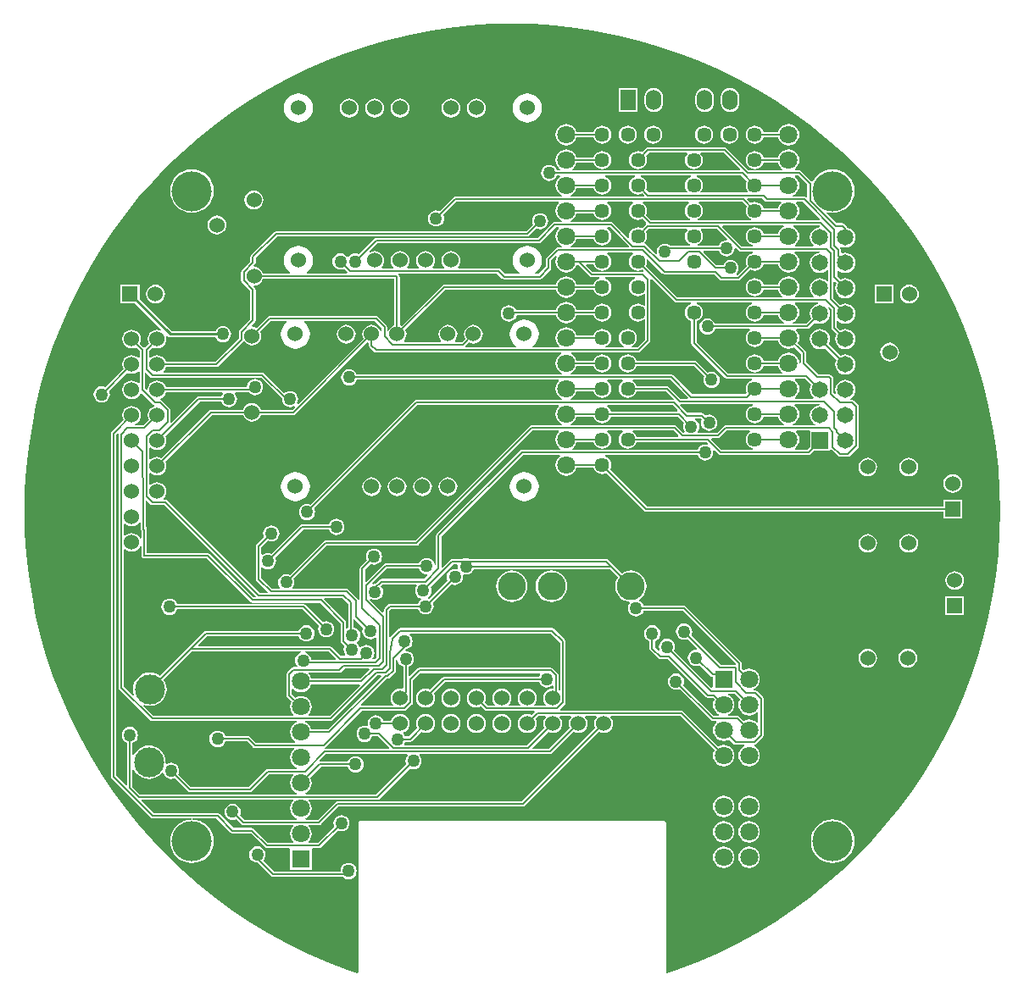
<source format=gbl>
G04 Layer_Physical_Order=2*
G04 Layer_Color=11436288*
%FSLAX24Y24*%
%MOIN*%
G70*
G01*
G75*
%ADD14C,0.0100*%
%ADD15C,0.0071*%
%ADD16C,0.0600*%
%ADD17R,0.0600X0.0600*%
%ADD18C,0.0709*%
%ADD19R,0.0709X0.0709*%
%ADD20C,0.0709*%
%ADD21O,0.0600X0.0800*%
%ADD22R,0.0600X0.0800*%
%ADD23C,0.1102*%
%ADD24C,0.1575*%
%ADD25C,0.0570*%
%ADD26R,0.0650X0.0650*%
%ADD27C,0.0650*%
%ADD28C,0.1181*%
%ADD29R,0.0600X0.0600*%
%ADD30C,0.0500*%
G36*
X26034Y58536D02*
X26869Y58482D01*
X27701Y58391D01*
X28528Y58263D01*
X29349Y58100D01*
X30162Y57901D01*
X30966Y57667D01*
X31758Y57398D01*
X32538Y57094D01*
X33305Y56757D01*
X34055Y56387D01*
X34789Y55984D01*
X35505Y55550D01*
X36201Y55085D01*
X36876Y54590D01*
X37528Y54066D01*
X38158Y53514D01*
X38762Y52936D01*
X39341Y52331D01*
X39893Y51702D01*
X40417Y51049D01*
X40912Y50374D01*
X41377Y49678D01*
X41811Y48962D01*
X42214Y48229D01*
X42584Y47478D01*
X42921Y46712D01*
X43224Y45932D01*
X43494Y45139D01*
X43728Y44335D01*
X43927Y43522D01*
X44090Y42701D01*
X44217Y41874D01*
X44308Y41042D01*
X44363Y40207D01*
X44381Y39370D01*
X44363Y38533D01*
X44308Y37698D01*
X44217Y36866D01*
X44090Y36039D01*
X43927Y35218D01*
X43728Y34405D01*
X43494Y33601D01*
X43224Y32809D01*
X42921Y32028D01*
X42584Y31262D01*
X42214Y30512D01*
X41811Y29778D01*
X41377Y29062D01*
X40912Y28366D01*
X40417Y27691D01*
X39893Y27038D01*
X39341Y26409D01*
X38762Y25805D01*
X38158Y25226D01*
X37528Y24674D01*
X36876Y24150D01*
X36201Y23655D01*
X35505Y23190D01*
X34789Y22756D01*
X34055Y22353D01*
X33305Y21983D01*
X32538Y21646D01*
X31758Y21342D01*
X31298Y21186D01*
X31257Y21215D01*
Y21629D01*
X31250Y21665D01*
Y27087D01*
X31242Y27128D01*
X31218Y27163D01*
X31183Y27187D01*
X31142Y27195D01*
X19245D01*
X19203Y27187D01*
X19168Y27163D01*
X19145Y27128D01*
X19136Y27087D01*
Y21215D01*
X19096Y21186D01*
X18635Y21342D01*
X17855Y21646D01*
X17089Y21983D01*
X16338Y22353D01*
X15605Y22756D01*
X14889Y23190D01*
X14193Y23655D01*
X13518Y24150D01*
X12865Y24674D01*
X12236Y25226D01*
X11631Y25805D01*
X11052Y26409D01*
X10501Y27038D01*
X9977Y27691D01*
X9482Y28366D01*
X9017Y29062D01*
X8583Y29778D01*
X8180Y30512D01*
X7810Y31262D01*
X7473Y32028D01*
X7169Y32809D01*
X6900Y33601D01*
X6666Y34405D01*
X6467Y35218D01*
X6304Y36039D01*
X6176Y36866D01*
X6085Y37698D01*
X6030Y38533D01*
X6012Y39370D01*
X6030Y40207D01*
X6085Y41042D01*
X6176Y41874D01*
X6304Y42701D01*
X6467Y43522D01*
X6666Y44335D01*
X6900Y45139D01*
X7169Y45932D01*
X7473Y46712D01*
X7810Y47478D01*
X8180Y48229D01*
X8583Y48962D01*
X9017Y49678D01*
X9482Y50374D01*
X9977Y51049D01*
X10501Y51702D01*
X11052Y52331D01*
X11631Y52936D01*
X12236Y53514D01*
X12865Y54066D01*
X13518Y54590D01*
X14193Y55085D01*
X14889Y55550D01*
X15605Y55984D01*
X16338Y56387D01*
X17089Y56757D01*
X17855Y57094D01*
X18635Y57398D01*
X19428Y57667D01*
X20232Y57901D01*
X21045Y58100D01*
X21865Y58263D01*
X22693Y58391D01*
X23525Y58482D01*
X24360Y58536D01*
X25197Y58555D01*
X26034Y58536D01*
D02*
G37*
%LPC*%
G36*
X39173Y41476D02*
X39077Y41464D01*
X38988Y41427D01*
X38912Y41368D01*
X38853Y41291D01*
X38816Y41202D01*
X38803Y41106D01*
X38816Y41011D01*
X38853Y40921D01*
X38912Y40845D01*
X38988Y40786D01*
X39077Y40749D01*
X39173Y40736D01*
X39269Y40749D01*
X39358Y40786D01*
X39435Y40845D01*
X39494Y40921D01*
X39531Y41011D01*
X39543Y41106D01*
X39531Y41202D01*
X39494Y41291D01*
X39435Y41368D01*
X39358Y41427D01*
X39269Y41464D01*
X39173Y41476D01*
D02*
G37*
G36*
X13583Y51004D02*
X13487Y50991D01*
X13398Y50954D01*
X13321Y50896D01*
X13262Y50819D01*
X13225Y50730D01*
X13213Y50634D01*
X13225Y50538D01*
X13262Y50449D01*
X13321Y50372D01*
X13398Y50313D01*
X13487Y50276D01*
X13583Y50264D01*
X13678Y50276D01*
X13768Y50313D01*
X13844Y50372D01*
X13903Y50449D01*
X13940Y50538D01*
X13953Y50634D01*
X13940Y50730D01*
X13903Y50819D01*
X13844Y50896D01*
X13768Y50954D01*
X13678Y50991D01*
X13583Y51004D01*
D02*
G37*
G36*
X40787Y41476D02*
X40692Y41464D01*
X40602Y41427D01*
X40526Y41368D01*
X40467Y41291D01*
X40430Y41202D01*
X40417Y41106D01*
X40430Y41011D01*
X40467Y40921D01*
X40526Y40845D01*
X40602Y40786D01*
X40692Y40749D01*
X40787Y40736D01*
X40883Y40749D01*
X40972Y40786D01*
X41049Y40845D01*
X41108Y40921D01*
X41145Y41011D01*
X41157Y41106D01*
X41145Y41202D01*
X41108Y41291D01*
X41049Y41368D01*
X40972Y41427D01*
X40883Y41464D01*
X40787Y41476D01*
D02*
G37*
G36*
Y38476D02*
X40692Y38464D01*
X40602Y38427D01*
X40526Y38368D01*
X40467Y38291D01*
X40430Y38202D01*
X40417Y38106D01*
X40430Y38011D01*
X40467Y37921D01*
X40526Y37845D01*
X40602Y37786D01*
X40692Y37749D01*
X40787Y37736D01*
X40883Y37749D01*
X40972Y37786D01*
X41049Y37845D01*
X41108Y37921D01*
X41145Y38011D01*
X41157Y38106D01*
X41145Y38202D01*
X41108Y38291D01*
X41049Y38368D01*
X40972Y38427D01*
X40883Y38464D01*
X40787Y38476D01*
D02*
G37*
G36*
X25669Y40910D02*
X25521Y40891D01*
X25383Y40834D01*
X25265Y40743D01*
X25174Y40624D01*
X25117Y40487D01*
X25097Y40339D01*
X25117Y40191D01*
X25174Y40053D01*
X25265Y39934D01*
X25383Y39843D01*
X25521Y39786D01*
X25669Y39767D01*
X25817Y39786D01*
X25955Y39843D01*
X26074Y39934D01*
X26165Y40053D01*
X26222Y40191D01*
X26241Y40339D01*
X26222Y40487D01*
X26165Y40624D01*
X26074Y40743D01*
X25955Y40834D01*
X25817Y40891D01*
X25669Y40910D01*
D02*
G37*
G36*
X34504Y28181D02*
X34394Y28166D01*
X34291Y28124D01*
X34203Y28056D01*
X34136Y27968D01*
X34094Y27866D01*
X34079Y27756D01*
X34094Y27646D01*
X34136Y27543D01*
X34203Y27455D01*
X34291Y27388D01*
X34394Y27345D01*
X34504Y27331D01*
X34614Y27345D01*
X34716Y27388D01*
X34804Y27455D01*
X34872Y27543D01*
X34914Y27646D01*
X34929Y27756D01*
X34914Y27866D01*
X34872Y27968D01*
X34804Y28056D01*
X34716Y28124D01*
X34614Y28166D01*
X34504Y28181D01*
D02*
G37*
G36*
Y27181D02*
X34394Y27166D01*
X34291Y27124D01*
X34203Y27056D01*
X34136Y26968D01*
X34094Y26866D01*
X34079Y26756D01*
X34094Y26646D01*
X34136Y26543D01*
X34203Y26455D01*
X34291Y26388D01*
X34394Y26345D01*
X34504Y26331D01*
X34614Y26345D01*
X34716Y26388D01*
X34804Y26455D01*
X34872Y26543D01*
X34914Y26646D01*
X34929Y26756D01*
X34914Y26866D01*
X34872Y26968D01*
X34804Y27056D01*
X34716Y27124D01*
X34614Y27166D01*
X34504Y27181D01*
D02*
G37*
G36*
X33504D02*
X33394Y27166D01*
X33291Y27124D01*
X33203Y27056D01*
X33136Y26968D01*
X33094Y26866D01*
X33079Y26756D01*
X33094Y26646D01*
X33136Y26543D01*
X33203Y26455D01*
X33291Y26388D01*
X33394Y26345D01*
X33504Y26331D01*
X33614Y26345D01*
X33716Y26388D01*
X33804Y26455D01*
X33872Y26543D01*
X33914Y26646D01*
X33929Y26756D01*
X33914Y26866D01*
X33872Y26968D01*
X33804Y27056D01*
X33716Y27124D01*
X33614Y27166D01*
X33504Y27181D01*
D02*
G37*
G36*
X42520Y40831D02*
X42424Y40818D01*
X42335Y40781D01*
X42258Y40722D01*
X42199Y40646D01*
X42162Y40556D01*
X42150Y40461D01*
X42162Y40365D01*
X42199Y40276D01*
X42258Y40199D01*
X42335Y40140D01*
X42424Y40103D01*
X42520Y40091D01*
X42615Y40103D01*
X42705Y40140D01*
X42781Y40199D01*
X42840Y40276D01*
X42877Y40365D01*
X42890Y40461D01*
X42877Y40556D01*
X42840Y40646D01*
X42781Y40722D01*
X42705Y40781D01*
X42615Y40818D01*
X42520Y40831D01*
D02*
G37*
G36*
X12598Y52827D02*
X12431Y52810D01*
X12270Y52762D01*
X12121Y52682D01*
X11991Y52576D01*
X11885Y52445D01*
X11805Y52297D01*
X11756Y52136D01*
X11740Y51968D01*
X11756Y51801D01*
X11805Y51640D01*
X11885Y51492D01*
X11991Y51361D01*
X12121Y51255D01*
X12270Y51175D01*
X12431Y51127D01*
X12598Y51110D01*
X12766Y51127D01*
X12927Y51175D01*
X13075Y51255D01*
X13205Y51361D01*
X13312Y51492D01*
X13392Y51640D01*
X13440Y51801D01*
X13457Y51968D01*
X13440Y52136D01*
X13392Y52297D01*
X13312Y52445D01*
X13205Y52576D01*
X13075Y52682D01*
X12927Y52762D01*
X12766Y52810D01*
X12598Y52827D01*
D02*
G37*
G36*
X33504Y28181D02*
X33394Y28166D01*
X33291Y28124D01*
X33203Y28056D01*
X33136Y27968D01*
X33094Y27866D01*
X33079Y27756D01*
X33094Y27646D01*
X33136Y27543D01*
X33203Y27455D01*
X33291Y27388D01*
X33394Y27345D01*
X33504Y27331D01*
X33614Y27345D01*
X33716Y27388D01*
X33804Y27455D01*
X33872Y27543D01*
X33914Y27646D01*
X33929Y27756D01*
X33914Y27866D01*
X33872Y27968D01*
X33804Y28056D01*
X33716Y28124D01*
X33614Y28166D01*
X33504Y28181D01*
D02*
G37*
G36*
X25181Y37038D02*
X25060Y37026D01*
X24943Y36991D01*
X24836Y36934D01*
X24742Y36857D01*
X24665Y36762D01*
X24607Y36655D01*
X24572Y36538D01*
X24560Y36417D01*
X24572Y36296D01*
X24607Y36180D01*
X24665Y36072D01*
X24742Y35978D01*
X24836Y35901D01*
X24943Y35844D01*
X25060Y35808D01*
X25181Y35796D01*
X25302Y35808D01*
X25419Y35844D01*
X25526Y35901D01*
X25620Y35978D01*
X25698Y36072D01*
X25755Y36180D01*
X25790Y36296D01*
X25802Y36417D01*
X25790Y36538D01*
X25755Y36655D01*
X25698Y36762D01*
X25620Y36857D01*
X25526Y36934D01*
X25419Y36991D01*
X25302Y37026D01*
X25181Y37038D01*
D02*
G37*
G36*
X26740D02*
X26619Y37026D01*
X26502Y36991D01*
X26395Y36934D01*
X26301Y36857D01*
X26224Y36762D01*
X26166Y36655D01*
X26131Y36538D01*
X26119Y36417D01*
X26131Y36296D01*
X26166Y36180D01*
X26224Y36072D01*
X26301Y35978D01*
X26395Y35901D01*
X26502Y35844D01*
X26619Y35808D01*
X26740Y35796D01*
X26861Y35808D01*
X26978Y35844D01*
X27085Y35901D01*
X27179Y35978D01*
X27257Y36072D01*
X27314Y36180D01*
X27349Y36296D01*
X27361Y36417D01*
X27349Y36538D01*
X27314Y36655D01*
X27257Y36762D01*
X27179Y36857D01*
X27085Y36934D01*
X26978Y36991D01*
X26861Y37026D01*
X26740Y37038D01*
D02*
G37*
G36*
X40748Y33957D02*
X40652Y33944D01*
X40563Y33907D01*
X40486Y33848D01*
X40428Y33772D01*
X40391Y33682D01*
X40378Y33587D01*
X40391Y33491D01*
X40428Y33402D01*
X40486Y33325D01*
X40563Y33266D01*
X40652Y33229D01*
X40748Y33217D01*
X40844Y33229D01*
X40933Y33266D01*
X41010Y33325D01*
X41069Y33402D01*
X41106Y33491D01*
X41118Y33587D01*
X41106Y33682D01*
X41069Y33772D01*
X41010Y33848D01*
X40933Y33907D01*
X40844Y33944D01*
X40748Y33957D01*
D02*
G37*
G36*
X42965Y36009D02*
X42231D01*
Y35275D01*
X42965D01*
Y36009D01*
D02*
G37*
G36*
X37295Y46537D02*
X37193Y46524D01*
X37098Y46484D01*
X37016Y46421D01*
X36953Y46339D01*
X36913Y46244D01*
X36900Y46142D01*
X36913Y46039D01*
X36953Y45944D01*
X37016Y45862D01*
X37098Y45799D01*
X37193Y45760D01*
X37295Y45746D01*
X37398Y45760D01*
X37487Y45797D01*
X37951Y45334D01*
X37913Y45244D01*
X37900Y45142D01*
X37913Y45039D01*
X37953Y44944D01*
X38016Y44862D01*
X38098Y44799D01*
X38193Y44760D01*
X38295Y44746D01*
X38398Y44760D01*
X38493Y44799D01*
X38575Y44862D01*
X38638Y44944D01*
X38677Y45039D01*
X38691Y45142D01*
X38677Y45244D01*
X38638Y45339D01*
X38575Y45421D01*
X38493Y45484D01*
X38398Y45524D01*
X38295Y45537D01*
X38193Y45524D01*
X38098Y45484D01*
X38096Y45483D01*
X37637Y45943D01*
X37638Y45944D01*
X37677Y46039D01*
X37691Y46142D01*
X37677Y46244D01*
X37638Y46339D01*
X37575Y46421D01*
X37493Y46484D01*
X37398Y46524D01*
X37295Y46537D01*
D02*
G37*
G36*
X40039Y46004D02*
X39944Y45991D01*
X39854Y45954D01*
X39778Y45896D01*
X39719Y45819D01*
X39682Y45730D01*
X39669Y45634D01*
X39682Y45538D01*
X39719Y45449D01*
X39778Y45372D01*
X39854Y45313D01*
X39944Y45276D01*
X40039Y45264D01*
X40135Y45276D01*
X40224Y45313D01*
X40301Y45372D01*
X40360Y45449D01*
X40397Y45538D01*
X40409Y45634D01*
X40397Y45730D01*
X40360Y45819D01*
X40301Y45896D01*
X40224Y45954D01*
X40135Y45991D01*
X40039Y46004D01*
D02*
G37*
G36*
X40815Y48283D02*
X40719Y48271D01*
X40630Y48234D01*
X40553Y48175D01*
X40494Y48098D01*
X40457Y48009D01*
X40445Y47913D01*
X40457Y47818D01*
X40494Y47728D01*
X40553Y47652D01*
X40630Y47593D01*
X40719Y47556D01*
X40815Y47543D01*
X40911Y47556D01*
X41000Y47593D01*
X41077Y47652D01*
X41135Y47728D01*
X41172Y47818D01*
X41185Y47913D01*
X41172Y48009D01*
X41135Y48098D01*
X41077Y48175D01*
X41000Y48234D01*
X40911Y48271D01*
X40815Y48283D01*
D02*
G37*
G36*
X40182Y48280D02*
X39448D01*
Y47546D01*
X40182D01*
Y48280D01*
D02*
G37*
G36*
X39173Y38476D02*
X39077Y38464D01*
X38988Y38427D01*
X38912Y38368D01*
X38853Y38291D01*
X38816Y38202D01*
X38803Y38106D01*
X38816Y38011D01*
X38853Y37921D01*
X38912Y37845D01*
X38988Y37786D01*
X39077Y37749D01*
X39173Y37736D01*
X39269Y37749D01*
X39358Y37786D01*
X39435Y37845D01*
X39494Y37921D01*
X39531Y38011D01*
X39543Y38106D01*
X39531Y38202D01*
X39494Y38291D01*
X39435Y38368D01*
X39358Y38427D01*
X39269Y38464D01*
X39173Y38476D01*
D02*
G37*
G36*
Y33957D02*
X39077Y33944D01*
X38988Y33907D01*
X38912Y33848D01*
X38853Y33772D01*
X38816Y33682D01*
X38803Y33587D01*
X38816Y33491D01*
X38853Y33402D01*
X38912Y33325D01*
X38988Y33266D01*
X39077Y33229D01*
X39173Y33217D01*
X39269Y33229D01*
X39358Y33266D01*
X39435Y33325D01*
X39494Y33402D01*
X39531Y33491D01*
X39543Y33587D01*
X39531Y33682D01*
X39494Y33772D01*
X39435Y33848D01*
X39358Y33907D01*
X39269Y33944D01*
X39173Y33957D01*
D02*
G37*
G36*
X42598Y37012D02*
X42503Y36999D01*
X42413Y36962D01*
X42337Y36903D01*
X42278Y36827D01*
X42241Y36738D01*
X42228Y36642D01*
X42241Y36546D01*
X42278Y36457D01*
X42337Y36380D01*
X42413Y36321D01*
X42503Y36284D01*
X42598Y36272D01*
X42694Y36284D01*
X42783Y36321D01*
X42860Y36380D01*
X42919Y36457D01*
X42956Y36546D01*
X42969Y36642D01*
X42956Y36738D01*
X42919Y36827D01*
X42860Y36903D01*
X42783Y36962D01*
X42694Y36999D01*
X42598Y37012D01*
D02*
G37*
G36*
X11169Y48283D02*
X11074Y48271D01*
X10984Y48234D01*
X10908Y48175D01*
X10849Y48098D01*
X10812Y48009D01*
X10799Y47913D01*
X10812Y47818D01*
X10849Y47728D01*
X10908Y47652D01*
X10984Y47593D01*
X11074Y47556D01*
X11169Y47543D01*
X11265Y47556D01*
X11354Y47593D01*
X11431Y47652D01*
X11490Y47728D01*
X11527Y47818D01*
X11539Y47913D01*
X11527Y48009D01*
X11490Y48098D01*
X11431Y48175D01*
X11354Y48234D01*
X11265Y48271D01*
X11169Y48283D01*
D02*
G37*
G36*
X25787Y55808D02*
X25639Y55789D01*
X25501Y55731D01*
X25383Y55641D01*
X25292Y55522D01*
X25235Y55384D01*
X25216Y55236D01*
X25235Y55088D01*
X25292Y54950D01*
X25383Y54832D01*
X25501Y54741D01*
X25639Y54684D01*
X25787Y54664D01*
X25935Y54684D01*
X26073Y54741D01*
X26192Y54832D01*
X26283Y54950D01*
X26340Y55088D01*
X26359Y55236D01*
X26340Y55384D01*
X26283Y55522D01*
X26192Y55641D01*
X26073Y55731D01*
X25935Y55789D01*
X25787Y55808D01*
D02*
G37*
G36*
X18787Y55606D02*
X18692Y55594D01*
X18602Y55557D01*
X18526Y55498D01*
X18467Y55421D01*
X18430Y55332D01*
X18417Y55236D01*
X18430Y55140D01*
X18467Y55051D01*
X18526Y54975D01*
X18602Y54916D01*
X18692Y54879D01*
X18787Y54866D01*
X18883Y54879D01*
X18972Y54916D01*
X19049Y54975D01*
X19108Y55051D01*
X19145Y55140D01*
X19157Y55236D01*
X19145Y55332D01*
X19108Y55421D01*
X19049Y55498D01*
X18972Y55557D01*
X18883Y55594D01*
X18787Y55606D01*
D02*
G37*
G36*
X19787D02*
X19692Y55594D01*
X19602Y55557D01*
X19526Y55498D01*
X19467Y55421D01*
X19430Y55332D01*
X19417Y55236D01*
X19430Y55140D01*
X19467Y55051D01*
X19526Y54975D01*
X19602Y54916D01*
X19692Y54879D01*
X19787Y54866D01*
X19883Y54879D01*
X19972Y54916D01*
X20049Y54975D01*
X20108Y55051D01*
X20145Y55140D01*
X20157Y55236D01*
X20145Y55332D01*
X20108Y55421D01*
X20049Y55498D01*
X19972Y55557D01*
X19883Y55594D01*
X19787Y55606D01*
D02*
G37*
G36*
X33738Y54544D02*
X33646Y54532D01*
X33561Y54496D01*
X33487Y54440D01*
X33431Y54366D01*
X33395Y54281D01*
X33383Y54189D01*
X33395Y54097D01*
X33431Y54012D01*
X33487Y53938D01*
X33561Y53882D01*
X33646Y53846D01*
X33738Y53834D01*
X33830Y53846D01*
X33916Y53882D01*
X33989Y53938D01*
X34046Y54012D01*
X34081Y54097D01*
X34093Y54189D01*
X34081Y54281D01*
X34046Y54366D01*
X33989Y54440D01*
X33916Y54496D01*
X33830Y54532D01*
X33738Y54544D01*
D02*
G37*
G36*
X36063Y54606D02*
X35953Y54592D01*
X35851Y54549D01*
X35763Y54482D01*
X35695Y54394D01*
X35653Y54291D01*
X35652Y54285D01*
X35430D01*
X35390Y54293D01*
X35390Y54293D01*
X35070D01*
X35040Y54366D01*
X34983Y54440D01*
X34910Y54496D01*
X34824Y54532D01*
X34732Y54544D01*
X34640Y54532D01*
X34555Y54496D01*
X34481Y54440D01*
X34425Y54366D01*
X34389Y54281D01*
X34377Y54189D01*
X34389Y54097D01*
X34425Y54012D01*
X34481Y53938D01*
X34555Y53882D01*
X34640Y53846D01*
X34732Y53834D01*
X34824Y53846D01*
X34910Y53882D01*
X34983Y53938D01*
X35040Y54012D01*
X35070Y54085D01*
X35358D01*
X35398Y54077D01*
X35398Y54077D01*
X35652D01*
X35653Y54071D01*
X35695Y53969D01*
X35763Y53881D01*
X35851Y53813D01*
X35953Y53771D01*
X36063Y53756D01*
X36173Y53771D01*
X36275Y53813D01*
X36363Y53881D01*
X36431Y53969D01*
X36473Y54071D01*
X36488Y54181D01*
X36473Y54291D01*
X36431Y54394D01*
X36363Y54482D01*
X36275Y54549D01*
X36173Y54592D01*
X36063Y54606D01*
D02*
G37*
G36*
X16787Y55808D02*
X16639Y55789D01*
X16501Y55731D01*
X16383Y55641D01*
X16292Y55522D01*
X16235Y55384D01*
X16216Y55236D01*
X16235Y55088D01*
X16292Y54950D01*
X16383Y54832D01*
X16501Y54741D01*
X16639Y54684D01*
X16787Y54664D01*
X16935Y54684D01*
X17073Y54741D01*
X17192Y54832D01*
X17283Y54950D01*
X17340Y55088D01*
X17359Y55236D01*
X17340Y55384D01*
X17283Y55522D01*
X17192Y55641D01*
X17073Y55731D01*
X16935Y55789D01*
X16787Y55808D01*
D02*
G37*
G36*
X20787Y55606D02*
X20692Y55594D01*
X20602Y55557D01*
X20526Y55498D01*
X20467Y55421D01*
X20430Y55332D01*
X20417Y55236D01*
X20430Y55140D01*
X20467Y55051D01*
X20526Y54975D01*
X20602Y54916D01*
X20692Y54879D01*
X20787Y54866D01*
X20883Y54879D01*
X20972Y54916D01*
X21049Y54975D01*
X21108Y55051D01*
X21145Y55140D01*
X21157Y55236D01*
X21145Y55332D01*
X21108Y55421D01*
X21049Y55498D01*
X20972Y55557D01*
X20883Y55594D01*
X20787Y55606D01*
D02*
G37*
G36*
X32764Y56021D02*
X32668Y56009D01*
X32579Y55972D01*
X32502Y55913D01*
X32443Y55836D01*
X32406Y55747D01*
X32394Y55651D01*
Y55451D01*
X32406Y55355D01*
X32443Y55266D01*
X32502Y55189D01*
X32579Y55131D01*
X32668Y55094D01*
X32764Y55081D01*
X32860Y55094D01*
X32949Y55131D01*
X33025Y55189D01*
X33084Y55266D01*
X33121Y55355D01*
X33134Y55451D01*
Y55651D01*
X33121Y55747D01*
X33084Y55836D01*
X33025Y55913D01*
X32949Y55972D01*
X32860Y56009D01*
X32764Y56021D01*
D02*
G37*
G36*
X33764D02*
X33668Y56009D01*
X33579Y55972D01*
X33502Y55913D01*
X33443Y55836D01*
X33406Y55747D01*
X33394Y55651D01*
Y55451D01*
X33406Y55355D01*
X33443Y55266D01*
X33502Y55189D01*
X33579Y55131D01*
X33668Y55094D01*
X33764Y55081D01*
X33860Y55094D01*
X33949Y55131D01*
X34025Y55189D01*
X34084Y55266D01*
X34121Y55355D01*
X34134Y55451D01*
Y55651D01*
X34121Y55747D01*
X34084Y55836D01*
X34025Y55913D01*
X33949Y55972D01*
X33860Y56009D01*
X33764Y56021D01*
D02*
G37*
G36*
X30131Y56018D02*
X29397D01*
Y55084D01*
X30131D01*
Y56018D01*
D02*
G37*
G36*
X22787Y55606D02*
X22692Y55594D01*
X22602Y55557D01*
X22526Y55498D01*
X22467Y55421D01*
X22430Y55332D01*
X22417Y55236D01*
X22430Y55140D01*
X22467Y55051D01*
X22526Y54975D01*
X22602Y54916D01*
X22692Y54879D01*
X22787Y54866D01*
X22883Y54879D01*
X22972Y54916D01*
X23049Y54975D01*
X23108Y55051D01*
X23145Y55140D01*
X23157Y55236D01*
X23145Y55332D01*
X23108Y55421D01*
X23049Y55498D01*
X22972Y55557D01*
X22883Y55594D01*
X22787Y55606D01*
D02*
G37*
G36*
X23787D02*
X23692Y55594D01*
X23602Y55557D01*
X23526Y55498D01*
X23467Y55421D01*
X23430Y55332D01*
X23417Y55236D01*
X23430Y55140D01*
X23467Y55051D01*
X23526Y54975D01*
X23602Y54916D01*
X23692Y54879D01*
X23787Y54866D01*
X23883Y54879D01*
X23972Y54916D01*
X24049Y54975D01*
X24108Y55051D01*
X24145Y55140D01*
X24157Y55236D01*
X24145Y55332D01*
X24108Y55421D01*
X24049Y55498D01*
X23972Y55557D01*
X23883Y55594D01*
X23787Y55606D01*
D02*
G37*
G36*
X30764Y56021D02*
X30668Y56009D01*
X30579Y55972D01*
X30502Y55913D01*
X30443Y55836D01*
X30406Y55747D01*
X30394Y55651D01*
Y55451D01*
X30406Y55355D01*
X30443Y55266D01*
X30502Y55189D01*
X30579Y55131D01*
X30668Y55094D01*
X30764Y55081D01*
X30860Y55094D01*
X30949Y55131D01*
X31025Y55189D01*
X31084Y55266D01*
X31121Y55355D01*
X31134Y55451D01*
Y55651D01*
X31121Y55747D01*
X31084Y55836D01*
X31025Y55913D01*
X30949Y55972D01*
X30860Y56009D01*
X30764Y56021D01*
D02*
G37*
G36*
X30738Y54544D02*
X30646Y54532D01*
X30561Y54496D01*
X30487Y54440D01*
X30431Y54366D01*
X30395Y54281D01*
X30383Y54189D01*
X30395Y54097D01*
X30431Y54012D01*
X30487Y53938D01*
X30561Y53882D01*
X30646Y53846D01*
X30738Y53834D01*
X30830Y53846D01*
X30916Y53882D01*
X30989Y53938D01*
X31046Y54012D01*
X31081Y54097D01*
X31093Y54189D01*
X31081Y54281D01*
X31046Y54366D01*
X30989Y54440D01*
X30916Y54496D01*
X30830Y54532D01*
X30738Y54544D01*
D02*
G37*
G36*
X32738D02*
X32646Y54532D01*
X32561Y54496D01*
X32487Y54440D01*
X32431Y54366D01*
X32395Y54281D01*
X32383Y54189D01*
X32395Y54097D01*
X32431Y54012D01*
X32487Y53938D01*
X32561Y53882D01*
X32646Y53846D01*
X32738Y53834D01*
X32830Y53846D01*
X32916Y53882D01*
X32989Y53938D01*
X33046Y54012D01*
X33081Y54097D01*
X33093Y54189D01*
X33081Y54281D01*
X33046Y54366D01*
X32989Y54440D01*
X32916Y54496D01*
X32830Y54532D01*
X32738Y54544D01*
D02*
G37*
G36*
X29738D02*
X29646Y54532D01*
X29561Y54496D01*
X29487Y54440D01*
X29431Y54366D01*
X29395Y54281D01*
X29383Y54189D01*
X29395Y54097D01*
X29431Y54012D01*
X29487Y53938D01*
X29561Y53882D01*
X29646Y53846D01*
X29738Y53834D01*
X29830Y53846D01*
X29916Y53882D01*
X29989Y53938D01*
X30046Y54012D01*
X30081Y54097D01*
X30093Y54189D01*
X30081Y54281D01*
X30046Y54366D01*
X29989Y54440D01*
X29916Y54496D01*
X29830Y54532D01*
X29738Y54544D01*
D02*
G37*
G36*
X33550Y53684D02*
X33550Y53684D01*
X30529D01*
X30529Y53684D01*
X30496Y53678D01*
X30489Y53676D01*
X30456Y53654D01*
X30456Y53654D01*
X30303Y53502D01*
X30230Y53532D01*
X30138Y53544D01*
X30046Y53532D01*
X29961Y53496D01*
X29887Y53440D01*
X29831Y53366D01*
X29795Y53281D01*
X29783Y53189D01*
X29795Y53097D01*
X29831Y53011D01*
X29887Y52938D01*
X29961Y52882D01*
X30046Y52846D01*
X30138Y52834D01*
X30230Y52846D01*
X30316Y52882D01*
X30389Y52938D01*
X30446Y53011D01*
X30481Y53097D01*
X30493Y53189D01*
X30481Y53281D01*
X30451Y53354D01*
X30573Y53476D01*
X32057D01*
X32076Y53426D01*
X32031Y53366D01*
X31995Y53281D01*
X31983Y53189D01*
X31995Y53097D01*
X32031Y53011D01*
X32087Y52938D01*
X32161Y52882D01*
X32246Y52846D01*
X32338Y52834D01*
X32430Y52846D01*
X32516Y52882D01*
X32589Y52938D01*
X32646Y53011D01*
X32681Y53097D01*
X32693Y53189D01*
X32681Y53281D01*
X32646Y53366D01*
X32600Y53426D01*
X32620Y53476D01*
X33507D01*
X34152Y52831D01*
X34133Y52784D01*
X27580D01*
X27563Y52834D01*
X27623Y52881D01*
X27691Y52969D01*
X27733Y53071D01*
X27734Y53077D01*
X28020D01*
X28020Y53077D01*
X28060Y53085D01*
X28395D01*
X28425Y53011D01*
X28481Y52938D01*
X28555Y52882D01*
X28640Y52846D01*
X28732Y52834D01*
X28824Y52846D01*
X28910Y52882D01*
X28983Y52938D01*
X29040Y53011D01*
X29075Y53097D01*
X29087Y53189D01*
X29075Y53281D01*
X29040Y53366D01*
X28983Y53440D01*
X28910Y53496D01*
X28824Y53532D01*
X28732Y53544D01*
X28640Y53532D01*
X28555Y53496D01*
X28481Y53440D01*
X28425Y53366D01*
X28395Y53293D01*
X28028D01*
X28028Y53293D01*
X27988Y53285D01*
X27734D01*
X27733Y53291D01*
X27691Y53394D01*
X27623Y53482D01*
X27535Y53549D01*
X27433Y53592D01*
X27323Y53606D01*
X27213Y53592D01*
X27110Y53549D01*
X27022Y53482D01*
X26955Y53394D01*
X26912Y53291D01*
X26898Y53181D01*
X26912Y53071D01*
X26955Y52969D01*
X27022Y52881D01*
X27083Y52834D01*
X27066Y52784D01*
X26950D01*
X26927Y52840D01*
X26876Y52906D01*
X26810Y52957D01*
X26733Y52989D01*
X26650Y53000D01*
X26567Y52989D01*
X26490Y52957D01*
X26424Y52906D01*
X26373Y52840D01*
X26341Y52763D01*
X26330Y52680D01*
X26341Y52597D01*
X26373Y52520D01*
X26424Y52454D01*
X26490Y52403D01*
X26567Y52371D01*
X26650Y52360D01*
X26733Y52371D01*
X26810Y52403D01*
X26876Y52454D01*
X26927Y52520D01*
X26950Y52576D01*
X27063D01*
X27080Y52526D01*
X27022Y52482D01*
X26955Y52394D01*
X26912Y52291D01*
X26898Y52181D01*
X26912Y52071D01*
X26955Y51969D01*
X27022Y51881D01*
X27110Y51813D01*
X27156Y51794D01*
X27146Y51744D01*
X22950D01*
X22910Y51736D01*
X22876Y51714D01*
X22876Y51714D01*
X22338Y51176D01*
X22283Y51199D01*
X22200Y51210D01*
X22117Y51199D01*
X22040Y51167D01*
X21974Y51116D01*
X21923Y51050D01*
X21891Y50973D01*
X21880Y50890D01*
X21891Y50807D01*
X21923Y50730D01*
X21974Y50664D01*
X22040Y50613D01*
X22117Y50581D01*
X22200Y50570D01*
X22283Y50581D01*
X22360Y50613D01*
X22426Y50664D01*
X22477Y50730D01*
X22509Y50807D01*
X22520Y50890D01*
X22509Y50973D01*
X22486Y51028D01*
X22993Y51536D01*
X27015D01*
X27031Y51488D01*
X27022Y51482D01*
X26955Y51394D01*
X26912Y51291D01*
X26898Y51181D01*
X26912Y51071D01*
X26955Y50969D01*
X27022Y50881D01*
X27110Y50813D01*
X27156Y50794D01*
X27146Y50744D01*
X26868D01*
X26868Y50744D01*
X26828Y50736D01*
X26817Y50729D01*
X26794Y50714D01*
X26794Y50714D01*
X26195Y50114D01*
X19840D01*
X19840Y50114D01*
X19800Y50106D01*
X19766Y50084D01*
X19163Y49481D01*
X19108Y49504D01*
X19025Y49515D01*
X18942Y49504D01*
X18865Y49472D01*
X18799Y49421D01*
X18763Y49374D01*
X18755Y49371D01*
X18710Y49371D01*
X18702Y49374D01*
X18666Y49421D01*
X18600Y49472D01*
X18523Y49504D01*
X18440Y49514D01*
X18357Y49504D01*
X18280Y49472D01*
X18214Y49421D01*
X18163Y49355D01*
X18131Y49277D01*
X18120Y49195D01*
X18131Y49112D01*
X18163Y49035D01*
X18214Y48969D01*
X18280Y48918D01*
X18357Y48886D01*
X18440Y48875D01*
X18523Y48886D01*
X18578Y48909D01*
X18715Y48772D01*
X18694Y48722D01*
X17131D01*
X17114Y48772D01*
X17192Y48832D01*
X17283Y48950D01*
X17340Y49088D01*
X17359Y49236D01*
X17340Y49384D01*
X17283Y49522D01*
X17192Y49641D01*
X17073Y49731D01*
X16935Y49789D01*
X16787Y49808D01*
X16639Y49789D01*
X16501Y49731D01*
X16383Y49641D01*
X16292Y49522D01*
X16235Y49384D01*
X16216Y49236D01*
X16235Y49088D01*
X16292Y48950D01*
X16383Y48832D01*
X16460Y48772D01*
X16443Y48722D01*
X15393D01*
X15360Y48803D01*
X15301Y48880D01*
X15224Y48939D01*
X15135Y48976D01*
X15057Y48986D01*
X15035Y49035D01*
X15074Y49074D01*
X15096Y49108D01*
X15104Y49148D01*
Y49327D01*
X15953Y50176D01*
X25790D01*
X25790Y50176D01*
X25830Y50184D01*
X25864Y50206D01*
X26152Y50494D01*
X26207Y50471D01*
X26290Y50460D01*
X26373Y50471D01*
X26450Y50503D01*
X26516Y50554D01*
X26567Y50620D01*
X26599Y50697D01*
X26610Y50780D01*
X26599Y50863D01*
X26567Y50940D01*
X26516Y51006D01*
X26450Y51057D01*
X26373Y51089D01*
X26290Y51100D01*
X26207Y51089D01*
X26130Y51057D01*
X26064Y51006D01*
X26013Y50940D01*
X25981Y50863D01*
X25970Y50780D01*
X25981Y50697D01*
X26004Y50642D01*
X25747Y50384D01*
X15910D01*
X15870Y50376D01*
X15836Y50354D01*
X15836Y50354D01*
X14926Y49444D01*
X14904Y49410D01*
X14896Y49370D01*
X14896Y49370D01*
Y49191D01*
X14563Y48859D01*
X14541Y48825D01*
X14533Y48785D01*
X14533Y48785D01*
Y48451D01*
X14533Y48451D01*
X14541Y48412D01*
X14563Y48378D01*
X14896Y48045D01*
Y46915D01*
X14484Y46504D01*
X14462Y46470D01*
X14454Y46430D01*
X14454Y46430D01*
Y46176D01*
X13524Y45246D01*
X11582D01*
X11549Y45327D01*
X11490Y45403D01*
X11413Y45462D01*
X11324Y45499D01*
X11228Y45512D01*
X11133Y45499D01*
X11043Y45462D01*
X10974Y45409D01*
X10924Y45423D01*
Y45690D01*
X11052Y45818D01*
X11133Y45784D01*
X11228Y45772D01*
X11324Y45784D01*
X11413Y45821D01*
X11490Y45880D01*
X11549Y45957D01*
X11586Y46046D01*
X11598Y46142D01*
X11586Y46238D01*
X11572Y46272D01*
X11614Y46300D01*
X11660Y46254D01*
X11698Y46228D01*
X11744Y46219D01*
X13525D01*
X13542Y46179D01*
X13593Y46113D01*
X13659Y46062D01*
X13736Y46030D01*
X13819Y46019D01*
X13902Y46030D01*
X13979Y46062D01*
X14045Y46113D01*
X14096Y46179D01*
X14128Y46256D01*
X14139Y46339D01*
X14128Y46421D01*
X14096Y46498D01*
X14045Y46565D01*
X13979Y46615D01*
X13902Y46647D01*
X13819Y46658D01*
X13736Y46647D01*
X13659Y46615D01*
X13593Y46565D01*
X13542Y46498D01*
X13525Y46458D01*
X11793D01*
X10536Y47715D01*
Y48280D01*
X9802D01*
Y47546D01*
X10368D01*
X11387Y46527D01*
X11358Y46485D01*
X11324Y46499D01*
X11228Y46512D01*
X11133Y46499D01*
X11043Y46462D01*
X10967Y46403D01*
X10908Y46327D01*
X10871Y46238D01*
X10858Y46142D01*
X10871Y46046D01*
X10904Y45965D01*
X10761Y45822D01*
X10751Y45819D01*
X10711Y45818D01*
X10696Y45822D01*
X10552Y45965D01*
X10586Y46046D01*
X10598Y46142D01*
X10586Y46238D01*
X10549Y46327D01*
X10490Y46403D01*
X10413Y46462D01*
X10324Y46499D01*
X10228Y46512D01*
X10133Y46499D01*
X10043Y46462D01*
X9967Y46403D01*
X9908Y46327D01*
X9871Y46238D01*
X9858Y46142D01*
X9871Y46046D01*
X9908Y45957D01*
X9967Y45880D01*
X10043Y45821D01*
X10133Y45784D01*
X10228Y45772D01*
X10324Y45784D01*
X10405Y45818D01*
X10536Y45687D01*
Y45419D01*
X10521Y45414D01*
X10486Y45407D01*
X10413Y45462D01*
X10324Y45499D01*
X10228Y45512D01*
X10133Y45499D01*
X10043Y45462D01*
X9967Y45403D01*
X9908Y45327D01*
X9871Y45238D01*
X9858Y45142D01*
X9871Y45046D01*
X9904Y44965D01*
X9188Y44249D01*
X9133Y44272D01*
X9050Y44283D01*
X8967Y44272D01*
X8890Y44240D01*
X8824Y44189D01*
X8773Y44123D01*
X8741Y44046D01*
X8730Y43963D01*
X8741Y43881D01*
X8773Y43804D01*
X8824Y43737D01*
X8890Y43687D01*
X8967Y43655D01*
X9050Y43644D01*
X9133Y43655D01*
X9210Y43687D01*
X9276Y43737D01*
X9327Y43804D01*
X9359Y43881D01*
X9370Y43963D01*
X9359Y44046D01*
X9336Y44102D01*
X10052Y44818D01*
X10133Y44784D01*
X10228Y44772D01*
X10324Y44784D01*
X10413Y44821D01*
X10486Y44877D01*
X10521Y44870D01*
X10536Y44865D01*
Y44419D01*
X10521Y44414D01*
X10486Y44407D01*
X10413Y44462D01*
X10324Y44499D01*
X10228Y44512D01*
X10133Y44499D01*
X10043Y44462D01*
X9967Y44403D01*
X9908Y44327D01*
X9871Y44238D01*
X9858Y44142D01*
X9871Y44046D01*
X9908Y43957D01*
X9967Y43880D01*
X10043Y43821D01*
X10133Y43784D01*
X10228Y43772D01*
X10324Y43784D01*
X10413Y43821D01*
X10490Y43880D01*
X10549Y43957D01*
X10571Y44011D01*
X10630Y44022D01*
X11086Y43566D01*
X11117Y43545D01*
X11119Y43530D01*
X11118Y43493D01*
X11043Y43462D01*
X10967Y43403D01*
X10908Y43327D01*
X10871Y43238D01*
X10858Y43142D01*
X10871Y43046D01*
X10904Y42965D01*
X10683Y42744D01*
X10358D01*
X10349Y42794D01*
X10413Y42821D01*
X10490Y42880D01*
X10549Y42957D01*
X10586Y43046D01*
X10598Y43142D01*
X10586Y43238D01*
X10549Y43327D01*
X10490Y43403D01*
X10413Y43462D01*
X10324Y43499D01*
X10228Y43512D01*
X10133Y43499D01*
X10043Y43462D01*
X9967Y43403D01*
X9908Y43327D01*
X9871Y43238D01*
X9858Y43142D01*
X9871Y43046D01*
X9904Y42965D01*
X9446Y42507D01*
X9424Y42473D01*
X9416Y42433D01*
X9416Y42433D01*
Y28920D01*
X9416Y28920D01*
X9424Y28880D01*
X9446Y28846D01*
X10976Y27316D01*
X10976Y27316D01*
X11010Y27294D01*
X11017Y27292D01*
X11050Y27286D01*
X11050Y27286D01*
X12588D01*
X12590Y27240D01*
X12590Y27237D01*
X12590Y27236D01*
X12590Y27236D01*
X12559Y27233D01*
X12559Y27232D01*
X12559D01*
X12431Y27220D01*
X12270Y27171D01*
X12121Y27092D01*
X11991Y26985D01*
X11885Y26855D01*
X11805Y26706D01*
X11756Y26545D01*
X11740Y26378D01*
X11756Y26210D01*
X11805Y26049D01*
X11885Y25901D01*
X11991Y25771D01*
X12121Y25664D01*
X12270Y25585D01*
X12431Y25536D01*
X12598Y25519D01*
X12766Y25536D01*
X12927Y25585D01*
X13075Y25664D01*
X13205Y25771D01*
X13312Y25901D01*
X13392Y26049D01*
X13440Y26210D01*
X13457Y26378D01*
X13440Y26545D01*
X13392Y26706D01*
X13312Y26855D01*
X13205Y26985D01*
X13075Y27092D01*
X12927Y27171D01*
X12766Y27220D01*
X12638Y27232D01*
X12638Y27232D01*
X12638Y27233D01*
X12606Y27236D01*
X12606Y27236D01*
X12607Y27237D01*
X12607Y27240D01*
X12609Y27286D01*
X13567D01*
X14126Y26726D01*
X14160Y26704D01*
X14200Y26696D01*
X14200Y26696D01*
X14917D01*
X15476Y26136D01*
X15510Y26114D01*
X15550Y26106D01*
X15550Y26106D01*
X16425D01*
X16468Y26091D01*
X16468Y26056D01*
Y25248D01*
X17311D01*
Y26056D01*
X17311Y26091D01*
X17355Y26106D01*
X17355D01*
X17600D01*
X17600Y26106D01*
X17640Y26114D01*
X17674Y26136D01*
X18342Y26804D01*
X18397Y26781D01*
X18480Y26770D01*
X18563Y26781D01*
X18640Y26813D01*
X18706Y26864D01*
X18757Y26930D01*
X18789Y27007D01*
X18800Y27090D01*
X18789Y27173D01*
X18757Y27250D01*
X18706Y27316D01*
X18640Y27367D01*
X18563Y27399D01*
X18480Y27410D01*
X18397Y27399D01*
X18320Y27367D01*
X18254Y27316D01*
X18203Y27250D01*
X18171Y27173D01*
X18160Y27090D01*
X18171Y27007D01*
X18194Y26952D01*
X17557Y26314D01*
X17197D01*
X17181Y26362D01*
X17190Y26369D01*
X17258Y26457D01*
X17300Y26559D01*
X17315Y26669D01*
X17300Y26779D01*
X17258Y26882D01*
X17190Y26970D01*
X17179Y26978D01*
X17195Y27026D01*
X17600D01*
X17600Y27026D01*
X17640Y27034D01*
X17674Y27056D01*
X18363Y27746D01*
X25622D01*
X25622Y27746D01*
X25662Y27754D01*
X25695Y27776D01*
X28611Y30692D01*
X28692Y30658D01*
X28787Y30646D01*
X28883Y30658D01*
X28972Y30695D01*
X29049Y30754D01*
X29108Y30831D01*
X29145Y30920D01*
X29157Y31016D01*
X29145Y31112D01*
X29108Y31201D01*
X29058Y31266D01*
X29075Y31316D01*
X31797D01*
X33139Y29973D01*
X33136Y29968D01*
X33094Y29866D01*
X33079Y29756D01*
X33094Y29646D01*
X33136Y29543D01*
X33203Y29455D01*
X33291Y29388D01*
X33394Y29345D01*
X33504Y29331D01*
X33614Y29345D01*
X33716Y29388D01*
X33804Y29455D01*
X33872Y29543D01*
X33914Y29646D01*
X33929Y29756D01*
X33914Y29866D01*
X33872Y29968D01*
X33804Y30056D01*
X33716Y30124D01*
X33614Y30166D01*
X33504Y30181D01*
X33394Y30166D01*
X33291Y30124D01*
X33287Y30120D01*
X31914Y31494D01*
X31880Y31516D01*
X31840Y31524D01*
X31840Y31524D01*
X27093D01*
X27072Y31574D01*
X27264Y31766D01*
X27286Y31800D01*
X27294Y31840D01*
Y34240D01*
X27286Y34280D01*
X27264Y34314D01*
X27264Y34314D01*
X26839Y34739D01*
X26805Y34761D01*
X26765Y34769D01*
X26765Y34769D01*
X20800D01*
X20760Y34761D01*
X20726Y34739D01*
X20726Y34739D01*
X20406Y34419D01*
X20402Y34413D01*
X20396Y34412D01*
X20352Y34440D01*
Y35436D01*
X20442Y35526D01*
X21490D01*
X21513Y35470D01*
X21564Y35404D01*
X21630Y35353D01*
X21707Y35321D01*
X21790Y35310D01*
X21873Y35321D01*
X21950Y35353D01*
X22016Y35404D01*
X22067Y35470D01*
X22099Y35547D01*
X22110Y35630D01*
X22099Y35713D01*
X22076Y35768D01*
X22802Y36494D01*
X22857Y36471D01*
X22940Y36460D01*
X23023Y36471D01*
X23100Y36503D01*
X23166Y36554D01*
X23217Y36620D01*
X23249Y36697D01*
X23260Y36780D01*
X23250Y36855D01*
X23283Y36896D01*
X23294Y36891D01*
X23377Y36880D01*
X23459Y36891D01*
X23536Y36923D01*
X23603Y36974D01*
X23653Y37040D01*
X23676Y37096D01*
X29032D01*
X29353Y36775D01*
X29342Y36762D01*
X29284Y36655D01*
X29249Y36538D01*
X29237Y36417D01*
X29249Y36296D01*
X29284Y36180D01*
X29342Y36072D01*
X29419Y35978D01*
X29513Y35901D01*
X29621Y35844D01*
X29737Y35808D01*
X29791Y35803D01*
X29814Y35750D01*
X29783Y35710D01*
X29751Y35633D01*
X29740Y35550D01*
X29751Y35467D01*
X29783Y35390D01*
X29834Y35324D01*
X29900Y35273D01*
X29977Y35241D01*
X30060Y35230D01*
X30143Y35241D01*
X30220Y35273D01*
X30286Y35324D01*
X30337Y35390D01*
X30360Y35446D01*
X31914D01*
X33987Y33372D01*
X33975Y33338D01*
X33964Y33324D01*
X33403D01*
X32236Y34492D01*
X32259Y34547D01*
X32270Y34630D01*
X32259Y34713D01*
X32227Y34790D01*
X32176Y34856D01*
X32110Y34907D01*
X32033Y34939D01*
X31950Y34950D01*
X31867Y34939D01*
X31790Y34907D01*
X31724Y34856D01*
X31673Y34790D01*
X31641Y34713D01*
X31630Y34630D01*
X31641Y34547D01*
X31673Y34470D01*
X31724Y34404D01*
X31790Y34353D01*
X31867Y34321D01*
X31950Y34310D01*
X32033Y34321D01*
X32088Y34344D01*
X32469Y33964D01*
X32445Y33916D01*
X32420Y33920D01*
X32337Y33909D01*
X32260Y33877D01*
X32194Y33826D01*
X32143Y33760D01*
X32111Y33683D01*
X32100Y33600D01*
X32111Y33517D01*
X32143Y33440D01*
X32194Y33374D01*
X32260Y33323D01*
X32337Y33291D01*
X32420Y33280D01*
X32503Y33291D01*
X32558Y33314D01*
X32996Y32876D01*
X32996Y32876D01*
X33030Y32854D01*
X33037Y32852D01*
X33070Y32846D01*
X33083Y32799D01*
Y32446D01*
X33033Y32425D01*
X31566Y33892D01*
X31589Y33947D01*
X31600Y34030D01*
X31589Y34113D01*
X31557Y34190D01*
X31506Y34256D01*
X31440Y34307D01*
X31363Y34339D01*
X31280Y34350D01*
X31197Y34339D01*
X31120Y34307D01*
X31054Y34256D01*
X31003Y34190D01*
X30971Y34113D01*
X30960Y34030D01*
X30971Y33947D01*
X30996Y33888D01*
X30953Y33860D01*
X30804Y34009D01*
Y34260D01*
X30860Y34283D01*
X30926Y34334D01*
X30977Y34400D01*
X31009Y34477D01*
X31020Y34560D01*
X31009Y34643D01*
X30977Y34720D01*
X30926Y34786D01*
X30860Y34837D01*
X30783Y34869D01*
X30700Y34880D01*
X30617Y34869D01*
X30540Y34837D01*
X30474Y34786D01*
X30423Y34720D01*
X30391Y34643D01*
X30380Y34560D01*
X30391Y34477D01*
X30423Y34400D01*
X30474Y34334D01*
X30540Y34283D01*
X30596Y34260D01*
Y33966D01*
X30596Y33966D01*
X30604Y33926D01*
X30626Y33892D01*
X30939Y33579D01*
X30973Y33556D01*
X30980Y33555D01*
X31013Y33548D01*
X31013Y33548D01*
X31317D01*
X32807Y32059D01*
X32807Y32059D01*
X32841Y32036D01*
X32847Y32035D01*
X32880Y32028D01*
X32880Y32028D01*
X33084D01*
X33139Y31973D01*
X33136Y31968D01*
X33094Y31866D01*
X33079Y31756D01*
X33094Y31646D01*
X33136Y31543D01*
X33203Y31455D01*
X33291Y31388D01*
X33324Y31374D01*
X33314Y31324D01*
X33123D01*
X31918Y32529D01*
X31941Y32585D01*
X31952Y32667D01*
X31941Y32750D01*
X31909Y32827D01*
X31859Y32893D01*
X31792Y32944D01*
X31715Y32976D01*
X31633Y32987D01*
X31550Y32976D01*
X31473Y32944D01*
X31407Y32893D01*
X31356Y32827D01*
X31324Y32750D01*
X31313Y32667D01*
X31324Y32585D01*
X31356Y32508D01*
X31407Y32441D01*
X31473Y32390D01*
X31550Y32359D01*
X31633Y32348D01*
X31715Y32359D01*
X31771Y32382D01*
X33006Y31146D01*
X33040Y31124D01*
X33047Y31122D01*
X33080Y31116D01*
X33080Y31116D01*
X33203D01*
X33219Y31068D01*
X33203Y31056D01*
X33136Y30968D01*
X33094Y30866D01*
X33079Y30756D01*
X33094Y30646D01*
X33136Y30543D01*
X33203Y30455D01*
X33291Y30388D01*
X33394Y30345D01*
X33504Y30331D01*
X33614Y30345D01*
X33716Y30388D01*
X33721Y30391D01*
X33896Y30216D01*
X33930Y30194D01*
X33970Y30186D01*
X34310D01*
X34320Y30136D01*
X34291Y30124D01*
X34203Y30056D01*
X34136Y29968D01*
X34094Y29866D01*
X34079Y29756D01*
X34094Y29646D01*
X34136Y29543D01*
X34203Y29455D01*
X34291Y29388D01*
X34394Y29345D01*
X34504Y29331D01*
X34614Y29345D01*
X34716Y29388D01*
X34804Y29455D01*
X34872Y29543D01*
X34914Y29646D01*
X34929Y29756D01*
X34914Y29866D01*
X34872Y29968D01*
X34804Y30056D01*
X34726Y30116D01*
X34715Y30155D01*
X34714Y30179D01*
X34720Y30186D01*
X34760Y30194D01*
X34794Y30216D01*
X35044Y30466D01*
X35044Y30466D01*
X35066Y30500D01*
X35074Y30540D01*
Y32000D01*
X35074Y32000D01*
X35066Y32040D01*
X35044Y32074D01*
X34824Y32294D01*
X34790Y32316D01*
X34750Y32324D01*
X34750Y32324D01*
X34694D01*
X34684Y32374D01*
X34716Y32388D01*
X34804Y32455D01*
X34872Y32543D01*
X34914Y32646D01*
X34929Y32756D01*
X34914Y32866D01*
X34872Y32968D01*
X34804Y33056D01*
X34716Y33124D01*
X34614Y33166D01*
X34504Y33181D01*
X34394Y33166D01*
X34291Y33124D01*
X34287Y33120D01*
X34232Y33176D01*
Y33379D01*
X34232Y33379D01*
X34224Y33419D01*
X34216Y33431D01*
X34201Y33453D01*
X34201Y33453D01*
X32031Y35624D01*
X31997Y35646D01*
X31957Y35654D01*
X31957Y35654D01*
X30360D01*
X30337Y35710D01*
X30286Y35776D01*
X30220Y35827D01*
X30192Y35838D01*
X30190Y35894D01*
X30203Y35901D01*
X30297Y35978D01*
X30375Y36072D01*
X30432Y36180D01*
X30467Y36296D01*
X30479Y36417D01*
X30467Y36538D01*
X30432Y36655D01*
X30375Y36762D01*
X30297Y36857D01*
X30203Y36934D01*
X30096Y36991D01*
X29979Y37026D01*
X29858Y37038D01*
X29737Y37026D01*
X29621Y36991D01*
X29513Y36934D01*
X29500Y36923D01*
X29149Y37274D01*
X29149Y37274D01*
X28969Y37454D01*
X28936Y37476D01*
X28896Y37484D01*
X28896Y37484D01*
X23518D01*
X23459Y37509D01*
X23377Y37520D01*
X23294Y37509D01*
X23235Y37484D01*
X22830D01*
X22790Y37476D01*
X22756Y37454D01*
X22756Y37454D01*
X22454Y37152D01*
X22404Y37173D01*
Y38367D01*
X25613Y41576D01*
X27063D01*
X27080Y41526D01*
X27022Y41482D01*
X26955Y41394D01*
X26912Y41291D01*
X26898Y41181D01*
X26912Y41071D01*
X26955Y40969D01*
X27022Y40881D01*
X27110Y40813D01*
X27213Y40771D01*
X27323Y40756D01*
X27433Y40771D01*
X27535Y40813D01*
X27623Y40881D01*
X27691Y40969D01*
X27733Y41071D01*
X27734Y41077D01*
X28020D01*
X28020Y41077D01*
X28060Y41085D01*
X28395D01*
X28425Y41012D01*
X28481Y40938D01*
X28555Y40882D01*
X28640Y40846D01*
X28732Y40834D01*
X28824Y40846D01*
X28897Y40876D01*
X30387Y39387D01*
X30421Y39364D01*
X30461Y39356D01*
X42153D01*
Y39094D01*
X42887D01*
Y39828D01*
X42153D01*
Y39565D01*
X30504D01*
X29045Y41024D01*
X29075Y41097D01*
X29087Y41189D01*
X29075Y41281D01*
X29040Y41366D01*
X28983Y41440D01*
X28910Y41496D01*
X28839Y41526D01*
X28849Y41576D01*
X32480D01*
X32503Y41520D01*
X32554Y41454D01*
X32620Y41403D01*
X32697Y41371D01*
X32780Y41360D01*
X32863Y41371D01*
X32940Y41403D01*
X33006Y41454D01*
X33057Y41520D01*
X33089Y41597D01*
X33100Y41680D01*
X33089Y41763D01*
X33089Y41763D01*
X33131Y41791D01*
X33306Y41616D01*
X33306Y41616D01*
X33340Y41594D01*
X33380Y41586D01*
X36844D01*
X36844Y41586D01*
X36883Y41594D01*
X36917Y41616D01*
X37051Y41750D01*
X37687D01*
Y41787D01*
X37694Y41792D01*
X37737Y41805D01*
X38006Y41536D01*
X38006Y41536D01*
X38040Y41514D01*
X38047Y41512D01*
X38080Y41506D01*
X38080Y41506D01*
X38400D01*
X38400Y41506D01*
X38440Y41514D01*
X38474Y41536D01*
X38804Y41866D01*
X38804Y41866D01*
X38826Y41900D01*
X38834Y41940D01*
Y43470D01*
X38826Y43510D01*
X38804Y43544D01*
X38804Y43544D01*
X38634Y43714D01*
X38600Y43736D01*
X38560Y43744D01*
X38560Y43744D01*
X38491D01*
X38481Y43794D01*
X38493Y43799D01*
X38575Y43862D01*
X38638Y43944D01*
X38677Y44039D01*
X38691Y44142D01*
X38677Y44244D01*
X38638Y44339D01*
X38575Y44421D01*
X38493Y44484D01*
X38398Y44524D01*
X38295Y44537D01*
X38193Y44524D01*
X38098Y44484D01*
X38016Y44421D01*
X37953Y44339D01*
X37913Y44244D01*
X37900Y44142D01*
X37913Y44039D01*
X37924Y44015D01*
X37881Y43986D01*
X37834Y44033D01*
Y44570D01*
X37834Y44570D01*
X37828Y44603D01*
X37826Y44610D01*
X37804Y44644D01*
X37734Y44714D01*
X37700Y44736D01*
X37660Y44744D01*
X37660Y44744D01*
X37236D01*
X36744Y45236D01*
Y45604D01*
X36736Y45644D01*
X36714Y45678D01*
X36714Y45678D01*
X36428Y45964D01*
X36431Y45969D01*
X36473Y46071D01*
X36488Y46181D01*
X36473Y46291D01*
X36431Y46394D01*
X36363Y46482D01*
X36355Y46488D01*
X36371Y46536D01*
X36794D01*
X36794Y46536D01*
X36833Y46544D01*
X36867Y46566D01*
X37100Y46799D01*
X37193Y46760D01*
X37295Y46746D01*
X37398Y46760D01*
X37493Y46799D01*
X37575Y46862D01*
X37638Y46944D01*
X37677Y47039D01*
X37691Y47142D01*
X37677Y47244D01*
X37638Y47339D01*
X37599Y47390D01*
X37637Y47423D01*
X37743Y47317D01*
Y46590D01*
X37743Y46590D01*
X37751Y46550D01*
X37773Y46516D01*
X37952Y46337D01*
X37913Y46244D01*
X37900Y46142D01*
X37913Y46039D01*
X37953Y45944D01*
X38016Y45862D01*
X38098Y45799D01*
X38193Y45760D01*
X38295Y45746D01*
X38398Y45760D01*
X38493Y45799D01*
X38575Y45862D01*
X38638Y45944D01*
X38677Y46039D01*
X38691Y46142D01*
X38677Y46244D01*
X38638Y46339D01*
X38575Y46421D01*
X38493Y46484D01*
X38398Y46524D01*
X38295Y46537D01*
X38193Y46524D01*
X38100Y46485D01*
X37951Y46633D01*
Y46864D01*
X38001Y46881D01*
X38016Y46862D01*
X38098Y46799D01*
X38193Y46760D01*
X38295Y46746D01*
X38398Y46760D01*
X38493Y46799D01*
X38575Y46862D01*
X38638Y46944D01*
X38677Y47039D01*
X38691Y47142D01*
X38677Y47244D01*
X38638Y47339D01*
X38575Y47421D01*
X38493Y47484D01*
X38398Y47524D01*
X38295Y47537D01*
X38193Y47524D01*
X38100Y47485D01*
X37834Y47750D01*
Y48390D01*
X37881Y48409D01*
X37952Y48337D01*
X37913Y48244D01*
X37900Y48142D01*
X37913Y48039D01*
X37953Y47944D01*
X38016Y47862D01*
X38098Y47799D01*
X38193Y47760D01*
X38295Y47746D01*
X38398Y47760D01*
X38493Y47799D01*
X38575Y47862D01*
X38638Y47944D01*
X38677Y48039D01*
X38691Y48142D01*
X38677Y48244D01*
X38638Y48339D01*
X38575Y48421D01*
X38493Y48484D01*
X38398Y48524D01*
X38295Y48537D01*
X38193Y48524D01*
X38100Y48485D01*
X37972Y48612D01*
Y48845D01*
X38022Y48857D01*
X38098Y48799D01*
X38193Y48760D01*
X38295Y48746D01*
X38398Y48760D01*
X38493Y48799D01*
X38575Y48862D01*
X38638Y48944D01*
X38677Y49039D01*
X38691Y49142D01*
X38677Y49244D01*
X38638Y49339D01*
X38575Y49421D01*
X38493Y49484D01*
X38398Y49524D01*
X38295Y49537D01*
X38193Y49524D01*
X38174Y49516D01*
X38132Y49543D01*
Y49660D01*
X38124Y49700D01*
X38102Y49734D01*
X38102Y49734D01*
X38086Y49750D01*
X38114Y49793D01*
X38193Y49760D01*
X38295Y49746D01*
X38398Y49760D01*
X38493Y49799D01*
X38575Y49862D01*
X38638Y49944D01*
X38677Y50039D01*
X38691Y50142D01*
X38677Y50244D01*
X38638Y50339D01*
X38575Y50421D01*
X38493Y50484D01*
X38398Y50524D01*
X38388Y50525D01*
X38369Y50554D01*
X38369Y50554D01*
X38249Y50674D01*
X38215Y50696D01*
X38175Y50704D01*
X38175Y50704D01*
X37949D01*
X37555Y51098D01*
X37581Y51141D01*
X37628Y51127D01*
X37795Y51110D01*
X37963Y51127D01*
X38124Y51175D01*
X38272Y51255D01*
X38402Y51361D01*
X38509Y51492D01*
X38588Y51640D01*
X38637Y51801D01*
X38654Y51968D01*
X38637Y52136D01*
X38588Y52297D01*
X38509Y52445D01*
X38402Y52576D01*
X38272Y52682D01*
X38124Y52762D01*
X37963Y52810D01*
X37795Y52827D01*
X37628Y52810D01*
X37467Y52762D01*
X37318Y52682D01*
X37188Y52576D01*
X37081Y52445D01*
X37028Y52345D01*
X37011Y52339D01*
X36968Y52339D01*
X36554Y52754D01*
X36520Y52776D01*
X36480Y52784D01*
X36480Y52784D01*
X36320D01*
X36303Y52834D01*
X36363Y52881D01*
X36431Y52969D01*
X36473Y53071D01*
X36488Y53181D01*
X36473Y53291D01*
X36431Y53394D01*
X36363Y53482D01*
X36275Y53549D01*
X36173Y53592D01*
X36063Y53606D01*
X35953Y53592D01*
X35851Y53549D01*
X35763Y53482D01*
X35695Y53394D01*
X35653Y53291D01*
X35652Y53285D01*
X35430D01*
X35390Y53293D01*
X35390Y53293D01*
X35070D01*
X35040Y53366D01*
X34983Y53440D01*
X34910Y53496D01*
X34824Y53532D01*
X34732Y53544D01*
X34640Y53532D01*
X34555Y53496D01*
X34481Y53440D01*
X34425Y53366D01*
X34389Y53281D01*
X34377Y53189D01*
X34389Y53097D01*
X34425Y53011D01*
X34481Y52938D01*
X34555Y52882D01*
X34640Y52846D01*
X34732Y52834D01*
X34824Y52846D01*
X34910Y52882D01*
X34983Y52938D01*
X35040Y53011D01*
X35070Y53085D01*
X35358D01*
X35398Y53077D01*
X35398Y53077D01*
X35652D01*
X35653Y53071D01*
X35695Y52969D01*
X35763Y52881D01*
X35823Y52834D01*
X35806Y52784D01*
X34493D01*
X33624Y53654D01*
X33590Y53676D01*
X33550Y53684D01*
D02*
G37*
G36*
X27323Y54606D02*
X27213Y54592D01*
X27110Y54549D01*
X27022Y54482D01*
X26955Y54394D01*
X26912Y54291D01*
X26898Y54181D01*
X26912Y54071D01*
X26955Y53969D01*
X27022Y53881D01*
X27110Y53813D01*
X27213Y53771D01*
X27323Y53756D01*
X27433Y53771D01*
X27535Y53813D01*
X27623Y53881D01*
X27691Y53969D01*
X27733Y54071D01*
X27734Y54077D01*
X28020D01*
X28020Y54077D01*
X28060Y54085D01*
X28395D01*
X28425Y54012D01*
X28481Y53938D01*
X28555Y53882D01*
X28640Y53846D01*
X28732Y53834D01*
X28824Y53846D01*
X28910Y53882D01*
X28983Y53938D01*
X29040Y54012D01*
X29075Y54097D01*
X29087Y54189D01*
X29075Y54281D01*
X29040Y54366D01*
X28983Y54440D01*
X28910Y54496D01*
X28824Y54532D01*
X28732Y54544D01*
X28640Y54532D01*
X28555Y54496D01*
X28481Y54440D01*
X28425Y54366D01*
X28395Y54293D01*
X28028D01*
X28028Y54293D01*
X27988Y54285D01*
X27734D01*
X27733Y54291D01*
X27691Y54394D01*
X27623Y54482D01*
X27535Y54549D01*
X27433Y54592D01*
X27323Y54606D01*
D02*
G37*
G36*
X37795Y27236D02*
X37628Y27220D01*
X37467Y27171D01*
X37318Y27092D01*
X37188Y26985D01*
X37081Y26855D01*
X37002Y26706D01*
X36953Y26545D01*
X36937Y26378D01*
X36953Y26210D01*
X37002Y26049D01*
X37081Y25901D01*
X37188Y25771D01*
X37318Y25664D01*
X37467Y25585D01*
X37628Y25536D01*
X37795Y25519D01*
X37963Y25536D01*
X38124Y25585D01*
X38272Y25664D01*
X38402Y25771D01*
X38509Y25901D01*
X38588Y26049D01*
X38637Y26210D01*
X38654Y26378D01*
X38637Y26545D01*
X38588Y26706D01*
X38509Y26855D01*
X38402Y26985D01*
X38272Y27092D01*
X38124Y27171D01*
X37963Y27220D01*
X37795Y27236D01*
D02*
G37*
G36*
X15039Y51988D02*
X14944Y51976D01*
X14854Y51939D01*
X14778Y51880D01*
X14719Y51803D01*
X14682Y51714D01*
X14669Y51618D01*
X14682Y51522D01*
X14719Y51433D01*
X14778Y51356D01*
X14854Y51298D01*
X14944Y51261D01*
X15039Y51248D01*
X15135Y51261D01*
X15224Y51298D01*
X15301Y51356D01*
X15360Y51433D01*
X15397Y51522D01*
X15409Y51618D01*
X15397Y51714D01*
X15360Y51803D01*
X15301Y51880D01*
X15224Y51939D01*
X15135Y51976D01*
X15039Y51988D01*
D02*
G37*
G36*
X34504Y26181D02*
X34394Y26166D01*
X34291Y26124D01*
X34203Y26056D01*
X34136Y25968D01*
X34094Y25866D01*
X34079Y25756D01*
X34094Y25646D01*
X34136Y25543D01*
X34203Y25455D01*
X34291Y25388D01*
X34394Y25345D01*
X34504Y25331D01*
X34614Y25345D01*
X34716Y25388D01*
X34804Y25455D01*
X34872Y25543D01*
X34914Y25646D01*
X34929Y25756D01*
X34914Y25866D01*
X34872Y25968D01*
X34804Y26056D01*
X34716Y26124D01*
X34614Y26166D01*
X34504Y26181D01*
D02*
G37*
G36*
X15170Y26180D02*
X15087Y26169D01*
X15010Y26137D01*
X14944Y26086D01*
X14893Y26020D01*
X14861Y25943D01*
X14850Y25860D01*
X14861Y25777D01*
X14893Y25700D01*
X14944Y25634D01*
X15010Y25583D01*
X15087Y25551D01*
X15170Y25540D01*
X15181Y25542D01*
X15721Y25001D01*
X15721Y25001D01*
X15755Y24978D01*
X15795Y24970D01*
X18552D01*
X18600Y24933D01*
X18677Y24901D01*
X18760Y24890D01*
X18843Y24901D01*
X18920Y24933D01*
X18986Y24984D01*
X19037Y25050D01*
X19069Y25127D01*
X19080Y25210D01*
X19069Y25293D01*
X19037Y25370D01*
X18986Y25436D01*
X18920Y25487D01*
X18843Y25519D01*
X18760Y25530D01*
X18677Y25519D01*
X18600Y25487D01*
X18534Y25436D01*
X18483Y25370D01*
X18451Y25293D01*
X18440Y25210D01*
X18413Y25179D01*
X15838D01*
X15395Y25622D01*
X15396Y25634D01*
X15447Y25700D01*
X15479Y25777D01*
X15490Y25860D01*
X15479Y25943D01*
X15447Y26020D01*
X15396Y26086D01*
X15330Y26137D01*
X15253Y26169D01*
X15170Y26180D01*
D02*
G37*
G36*
X33504Y26181D02*
X33394Y26166D01*
X33291Y26124D01*
X33203Y26056D01*
X33136Y25968D01*
X33094Y25866D01*
X33079Y25756D01*
X33094Y25646D01*
X33136Y25543D01*
X33203Y25455D01*
X33291Y25388D01*
X33394Y25345D01*
X33504Y25331D01*
X33614Y25345D01*
X33716Y25388D01*
X33804Y25455D01*
X33872Y25543D01*
X33914Y25646D01*
X33929Y25756D01*
X33914Y25866D01*
X33872Y25968D01*
X33804Y26056D01*
X33716Y26124D01*
X33614Y26166D01*
X33504Y26181D01*
D02*
G37*
%LPD*%
G36*
X21447Y36443D02*
X21418Y36405D01*
X21386Y36328D01*
X21375Y36245D01*
X21386Y36162D01*
X21418Y36085D01*
X21469Y36019D01*
X21535Y35968D01*
X21595Y35943D01*
X21606Y35898D01*
X21605Y35887D01*
X21564Y35856D01*
X21513Y35790D01*
X21490Y35734D01*
X20399D01*
X20359Y35726D01*
X20325Y35704D01*
X20174Y35553D01*
X20152Y35519D01*
X20144Y35479D01*
X20144Y35479D01*
Y35402D01*
X20097Y35383D01*
X19598Y35882D01*
X19631Y35920D01*
X19640Y35913D01*
X19717Y35881D01*
X19800Y35870D01*
X19883Y35881D01*
X19960Y35913D01*
X20026Y35964D01*
X20077Y36030D01*
X20109Y36107D01*
X20120Y36190D01*
X20109Y36273D01*
X20077Y36350D01*
X20026Y36416D01*
X20026Y36418D01*
X20101Y36493D01*
X21423D01*
X21447Y36443D01*
D02*
G37*
G36*
X23062Y37238D02*
X23057Y37200D01*
X23067Y37125D01*
X23033Y37084D01*
X23023Y37089D01*
X22940Y37100D01*
X22857Y37089D01*
X22780Y37057D01*
X22714Y37006D01*
X22663Y36940D01*
X22631Y36863D01*
X22620Y36780D01*
X22631Y36697D01*
X22654Y36642D01*
X21935Y35922D01*
X21888Y35939D01*
X21879Y35977D01*
X21880Y35988D01*
X21921Y36019D01*
X21972Y36085D01*
X22004Y36162D01*
X22015Y36245D01*
X22004Y36328D01*
X21981Y36383D01*
X22873Y37276D01*
X23029D01*
X23062Y37238D01*
D02*
G37*
G36*
X27031Y42488D02*
X27022Y42482D01*
X26955Y42394D01*
X26912Y42291D01*
X26898Y42181D01*
X26912Y42071D01*
X26955Y41969D01*
X27022Y41881D01*
X27083Y41834D01*
X27066Y41784D01*
X25570D01*
X25530Y41776D01*
X25496Y41754D01*
X25496Y41754D01*
X22226Y38484D01*
X22204Y38450D01*
X22196Y38410D01*
X22196Y38410D01*
Y37244D01*
X22146Y37241D01*
X22139Y37293D01*
X22107Y37370D01*
X22056Y37436D01*
X21990Y37487D01*
X21913Y37519D01*
X21830Y37530D01*
X21747Y37519D01*
X21670Y37487D01*
X21604Y37436D01*
X21553Y37370D01*
X21530Y37314D01*
X20218D01*
X20218Y37314D01*
X20184Y37308D01*
X20178Y37306D01*
X20144Y37284D01*
X19451Y36591D01*
X19404Y36610D01*
Y37077D01*
X19622Y37294D01*
X19677Y37271D01*
X19760Y37260D01*
X19843Y37271D01*
X19920Y37303D01*
X19986Y37354D01*
X20037Y37420D01*
X20069Y37497D01*
X20080Y37580D01*
X20069Y37663D01*
X20037Y37740D01*
X19986Y37806D01*
X19920Y37857D01*
X19843Y37889D01*
X19760Y37900D01*
X19677Y37889D01*
X19600Y37857D01*
X19534Y37806D01*
X19483Y37740D01*
X19451Y37663D01*
X19440Y37580D01*
X19451Y37497D01*
X19474Y37442D01*
X19226Y37194D01*
X19204Y37160D01*
X19196Y37120D01*
X19196Y37120D01*
Y35911D01*
X19146Y35896D01*
X19134Y35914D01*
X18764Y36284D01*
X18730Y36306D01*
X18690Y36314D01*
X18690Y36314D01*
X16576D01*
X16552Y36364D01*
X16587Y36410D01*
X16619Y36487D01*
X16630Y36570D01*
X16619Y36653D01*
X16596Y36708D01*
X17903Y38016D01*
X21430D01*
X21430Y38016D01*
X21470Y38024D01*
X21504Y38046D01*
X25993Y42536D01*
X27015D01*
X27031Y42488D01*
D02*
G37*
G36*
X10617Y37992D02*
X10626Y37618D01*
X10630Y37599D01*
X10634Y37580D01*
X10634Y37579D01*
X10634Y37578D01*
X10646Y37562D01*
X10656Y37546D01*
X10657Y37546D01*
X10658Y37545D01*
X10674Y37534D01*
X10690Y37524D01*
X10691Y37523D01*
X10692Y37523D01*
X10711Y37519D01*
X10730Y37516D01*
X13180D01*
X14900Y35796D01*
X14900Y35796D01*
X14934Y35774D01*
X14940Y35772D01*
X14973Y35766D01*
X14974Y35766D01*
X17631D01*
X18443Y34953D01*
Y34252D01*
X18443Y34252D01*
X18451Y34212D01*
X18474Y34179D01*
X18594Y34058D01*
X18571Y34003D01*
X18560Y33920D01*
X18571Y33837D01*
X18603Y33760D01*
X18632Y33722D01*
X18608Y33672D01*
X18463D01*
X18101Y34034D01*
X18068Y34056D01*
X18028Y34064D01*
X18028Y34064D01*
X12860D01*
X12841Y34111D01*
X13186Y34456D01*
X16800D01*
X16823Y34400D01*
X16874Y34334D01*
X16940Y34283D01*
X17017Y34251D01*
X17100Y34240D01*
X17183Y34251D01*
X17260Y34283D01*
X17326Y34334D01*
X17377Y34400D01*
X17409Y34477D01*
X17420Y34560D01*
X17409Y34643D01*
X17377Y34720D01*
X17326Y34786D01*
X17260Y34837D01*
X17183Y34869D01*
X17100Y34880D01*
X17017Y34869D01*
X16940Y34837D01*
X16874Y34786D01*
X16823Y34720D01*
X16800Y34664D01*
X13143D01*
X13103Y34656D01*
X13069Y34634D01*
X12469Y34034D01*
X12469Y34034D01*
X11331Y32896D01*
X11312Y32912D01*
X11198Y32973D01*
X11074Y33010D01*
X10945Y33023D01*
X10816Y33010D01*
X10692Y32973D01*
X10578Y32912D01*
X10478Y32829D01*
X10396Y32729D01*
X10335Y32615D01*
X10297Y32491D01*
X10284Y32362D01*
X10297Y32233D01*
X10324Y32144D01*
X10280Y32118D01*
X9924Y32473D01*
Y37861D01*
X9974Y37874D01*
X10043Y37821D01*
X10133Y37784D01*
X10228Y37772D01*
X10324Y37784D01*
X10413Y37821D01*
X10490Y37880D01*
X10549Y37957D01*
X10567Y38001D01*
X10617Y37992D01*
D02*
G37*
G36*
X10966Y39656D02*
X11000Y39634D01*
X11040Y39626D01*
X11040Y39626D01*
X11507D01*
X15108Y36024D01*
X15087Y35974D01*
X15017D01*
X13297Y37694D01*
X13263Y37716D01*
X13224Y37724D01*
X13224Y37724D01*
X10832D01*
X10787Y39769D01*
X10833Y39789D01*
X10966Y39656D01*
D02*
G37*
G36*
X10597Y38927D02*
X10611Y38309D01*
X10561Y38298D01*
X10549Y38327D01*
X10490Y38403D01*
X10413Y38462D01*
X10324Y38499D01*
X10228Y38512D01*
X10133Y38499D01*
X10043Y38462D01*
X9974Y38409D01*
X9924Y38423D01*
Y38861D01*
X9974Y38874D01*
X10043Y38821D01*
X10133Y38784D01*
X10228Y38772D01*
X10324Y38784D01*
X10413Y38821D01*
X10490Y38880D01*
X10546Y38953D01*
X10552Y38954D01*
X10597Y38927D01*
D02*
G37*
G36*
X21553Y37050D02*
X21604Y36984D01*
X21670Y36933D01*
X21747Y36901D01*
X21830Y36890D01*
X21855Y36894D01*
X21879Y36846D01*
X21734Y36702D01*
X20057D01*
X20017Y36694D01*
X19984Y36671D01*
X19984Y36671D01*
X19820Y36507D01*
X19800Y36510D01*
X19726Y36500D01*
X19710Y36519D01*
X19700Y36545D01*
X20261Y37106D01*
X21530D01*
X21553Y37050D01*
D02*
G37*
G36*
X28517Y31266D02*
X28467Y31201D01*
X28430Y31112D01*
X28417Y31016D01*
X28430Y30920D01*
X28463Y30839D01*
X25578Y27954D01*
X18320D01*
X18320Y27954D01*
X18287Y27948D01*
X18280Y27946D01*
X18246Y27924D01*
X18246Y27924D01*
X17557Y27234D01*
X17071D01*
X17061Y27284D01*
X17102Y27301D01*
X17190Y27369D01*
X17258Y27457D01*
X17300Y27559D01*
X17315Y27669D01*
X17300Y27779D01*
X17258Y27882D01*
X17190Y27970D01*
X17179Y27978D01*
X17195Y28026D01*
X19902D01*
X19902Y28026D01*
X19942Y28034D01*
X19975Y28056D01*
X21173Y29254D01*
X21229Y29231D01*
X21312Y29220D01*
X21394Y29231D01*
X21471Y29263D01*
X21538Y29314D01*
X21588Y29380D01*
X21620Y29457D01*
X21631Y29540D01*
X21620Y29623D01*
X21588Y29700D01*
X21547Y29754D01*
X21564Y29804D01*
X26680D01*
X26680Y29804D01*
X26720Y29812D01*
X26754Y29835D01*
X27611Y30692D01*
X27692Y30658D01*
X27787Y30646D01*
X27883Y30658D01*
X27972Y30695D01*
X28049Y30754D01*
X28108Y30831D01*
X28145Y30920D01*
X28157Y31016D01*
X28145Y31112D01*
X28108Y31201D01*
X28058Y31266D01*
X28075Y31316D01*
X28499D01*
X28517Y31266D01*
D02*
G37*
G36*
X27517D02*
X27467Y31201D01*
X27430Y31112D01*
X27417Y31016D01*
X27430Y30920D01*
X27463Y30839D01*
X26637Y30013D01*
X25998D01*
X25978Y30059D01*
X26611Y30692D01*
X26692Y30658D01*
X26787Y30646D01*
X26883Y30658D01*
X26972Y30695D01*
X27049Y30754D01*
X27108Y30831D01*
X27145Y30920D01*
X27157Y31016D01*
X27145Y31112D01*
X27108Y31201D01*
X27058Y31266D01*
X27075Y31316D01*
X27499D01*
X27517Y31266D01*
D02*
G37*
G36*
X20045Y32864D02*
X17954Y30774D01*
X17301D01*
X17300Y30779D01*
X17258Y30882D01*
X17190Y30970D01*
X17102Y31037D01*
X17058Y31056D01*
X17068Y31106D01*
X18056D01*
X18056Y31106D01*
X18096Y31114D01*
X18130Y31136D01*
X19904Y32910D01*
X20025D01*
X20045Y32864D01*
D02*
G37*
G36*
X34139Y31973D02*
X34136Y31968D01*
X34094Y31866D01*
X34079Y31756D01*
X34094Y31646D01*
X34136Y31543D01*
X34203Y31455D01*
X34291Y31388D01*
X34394Y31345D01*
X34504Y31331D01*
X34614Y31345D01*
X34716Y31388D01*
X34804Y31455D01*
X34818Y31474D01*
X34866Y31458D01*
Y31054D01*
X34818Y31038D01*
X34804Y31056D01*
X34716Y31124D01*
X34614Y31166D01*
X34504Y31181D01*
X34394Y31166D01*
X34291Y31124D01*
X34287Y31120D01*
X34114Y31294D01*
X34080Y31316D01*
X34040Y31324D01*
X34040Y31324D01*
X33694D01*
X33684Y31374D01*
X33716Y31388D01*
X33804Y31455D01*
X33872Y31543D01*
X33914Y31646D01*
X33929Y31756D01*
X33914Y31866D01*
X33872Y31968D01*
X33804Y32056D01*
X33716Y32124D01*
X33688Y32136D01*
X33698Y32186D01*
X33927D01*
X34139Y31973D01*
D02*
G37*
G36*
X10356Y29121D02*
X10438Y29021D01*
X10538Y28939D01*
X10653Y28878D01*
X10777Y28840D01*
X10906Y28828D01*
X11034Y28840D01*
X11158Y28878D01*
X11273Y28939D01*
X11373Y29021D01*
X11419Y29078D01*
X11460Y29070D01*
X11473Y29064D01*
X11503Y28990D01*
X11554Y28924D01*
X11620Y28873D01*
X11697Y28841D01*
X11780Y28830D01*
X11863Y28841D01*
X11918Y28864D01*
X12446Y28336D01*
X12480Y28314D01*
X12520Y28306D01*
X12520Y28306D01*
X14870D01*
X14870Y28306D01*
X14910Y28314D01*
X14944Y28336D01*
X15633Y29026D01*
X16584D01*
X16600Y28978D01*
X16589Y28970D01*
X16522Y28882D01*
X16479Y28779D01*
X16465Y28669D01*
X16479Y28559D01*
X16522Y28457D01*
X16589Y28369D01*
X16677Y28301D01*
X16718Y28284D01*
X16708Y28234D01*
X10553D01*
X10264Y28523D01*
Y29187D01*
X10314Y29199D01*
X10356Y29121D01*
D02*
G37*
G36*
X16600Y27978D02*
X16589Y27970D01*
X16522Y27882D01*
X16479Y27779D01*
X16465Y27669D01*
X16479Y27559D01*
X16522Y27457D01*
X16589Y27369D01*
X16677Y27301D01*
X16718Y27284D01*
X16708Y27234D01*
X14653D01*
X14486Y27402D01*
X14509Y27457D01*
X14520Y27540D01*
X14509Y27623D01*
X14477Y27700D01*
X14426Y27766D01*
X14360Y27817D01*
X14283Y27849D01*
X14200Y27860D01*
X14117Y27849D01*
X14040Y27817D01*
X13974Y27766D01*
X13923Y27700D01*
X13891Y27623D01*
X13880Y27540D01*
X13891Y27457D01*
X13923Y27380D01*
X13974Y27314D01*
X14040Y27263D01*
X14117Y27231D01*
X14200Y27220D01*
X14283Y27231D01*
X14338Y27254D01*
X14536Y27056D01*
X14536Y27056D01*
X14559Y27041D01*
X14570Y27034D01*
X14610Y27026D01*
X14610Y27026D01*
X16584D01*
X16600Y26978D01*
X16589Y26970D01*
X16522Y26882D01*
X16479Y26779D01*
X16465Y26669D01*
X16479Y26559D01*
X16522Y26457D01*
X16589Y26369D01*
X16599Y26362D01*
X16583Y26314D01*
X15593D01*
X15034Y26874D01*
X15000Y26896D01*
X14960Y26904D01*
X14960Y26904D01*
X14243D01*
X13684Y27464D01*
X13650Y27486D01*
X13610Y27494D01*
X13610Y27494D01*
X11093D01*
X10608Y27979D01*
X10627Y28026D01*
X16584D01*
X16600Y27978D01*
D02*
G37*
G36*
X9718Y42413D02*
X9716Y42400D01*
X9716Y42400D01*
Y32430D01*
X9716Y32430D01*
X9724Y32390D01*
X9746Y32356D01*
X10966Y31136D01*
X10966Y31136D01*
X10989Y31121D01*
X11000Y31114D01*
X11040Y31106D01*
X11040Y31106D01*
X16712D01*
X16722Y31056D01*
X16677Y31037D01*
X16589Y30970D01*
X16522Y30882D01*
X16479Y30779D01*
X16465Y30669D01*
X16479Y30559D01*
X16522Y30457D01*
X16589Y30369D01*
X16660Y30314D01*
X16643Y30264D01*
X15113D01*
X14894Y30484D01*
X14860Y30506D01*
X14820Y30514D01*
X14820Y30514D01*
X13910D01*
X13887Y30570D01*
X13836Y30636D01*
X13770Y30687D01*
X13693Y30719D01*
X13610Y30730D01*
X13527Y30719D01*
X13450Y30687D01*
X13384Y30636D01*
X13333Y30570D01*
X13301Y30493D01*
X13290Y30410D01*
X13301Y30327D01*
X13333Y30250D01*
X13384Y30184D01*
X13450Y30133D01*
X13527Y30101D01*
X13610Y30090D01*
X13693Y30101D01*
X13770Y30133D01*
X13836Y30184D01*
X13887Y30250D01*
X13910Y30306D01*
X14777D01*
X14996Y30086D01*
X14996Y30086D01*
X15030Y30064D01*
X15070Y30056D01*
X16619D01*
X16636Y30006D01*
X16589Y29970D01*
X16522Y29882D01*
X16479Y29779D01*
X16465Y29669D01*
X16479Y29559D01*
X16522Y29457D01*
X16589Y29369D01*
X16677Y29301D01*
X16718Y29284D01*
X16708Y29234D01*
X15590D01*
X15590Y29234D01*
X15557Y29228D01*
X15550Y29226D01*
X15516Y29204D01*
X15516Y29204D01*
X14827Y28514D01*
X12563D01*
X12066Y29012D01*
X12089Y29067D01*
X12100Y29150D01*
X12089Y29233D01*
X12057Y29310D01*
X12006Y29376D01*
X11940Y29427D01*
X11863Y29459D01*
X11780Y29470D01*
X11697Y29459D01*
X11620Y29427D01*
X11605Y29415D01*
X11561Y29440D01*
X11566Y29488D01*
X11553Y29617D01*
X11516Y29741D01*
X11455Y29855D01*
X11373Y29955D01*
X11273Y30038D01*
X11158Y30099D01*
X11034Y30136D01*
X10906Y30149D01*
X10777Y30136D01*
X10653Y30099D01*
X10538Y30038D01*
X10438Y29955D01*
X10356Y29855D01*
X10314Y29777D01*
X10264Y29789D01*
Y30260D01*
X10320Y30283D01*
X10386Y30334D01*
X10437Y30400D01*
X10469Y30477D01*
X10480Y30560D01*
X10469Y30643D01*
X10437Y30720D01*
X10386Y30786D01*
X10320Y30837D01*
X10243Y30869D01*
X10160Y30880D01*
X10077Y30869D01*
X10000Y30837D01*
X9934Y30786D01*
X9883Y30720D01*
X9851Y30643D01*
X9840Y30560D01*
X9851Y30477D01*
X9883Y30400D01*
X9934Y30334D01*
X10000Y30283D01*
X10056Y30260D01*
Y28597D01*
X10009Y28578D01*
X9624Y28963D01*
Y42390D01*
X9672Y42438D01*
X9718Y42413D01*
D02*
G37*
G36*
X21077Y29754D02*
X21035Y29700D01*
X21003Y29623D01*
X20992Y29540D01*
X21003Y29457D01*
X21026Y29402D01*
X19858Y28234D01*
X17071D01*
X17061Y28284D01*
X17102Y28301D01*
X17190Y28369D01*
X17258Y28457D01*
X17300Y28559D01*
X17315Y28669D01*
X17300Y28779D01*
X17258Y28882D01*
X17254Y28886D01*
X17674Y29306D01*
X18730D01*
X18753Y29250D01*
X18804Y29184D01*
X18870Y29133D01*
X18947Y29101D01*
X19030Y29090D01*
X19113Y29101D01*
X19190Y29133D01*
X19256Y29184D01*
X19307Y29250D01*
X19339Y29327D01*
X19350Y29410D01*
X19339Y29493D01*
X19307Y29570D01*
X19256Y29636D01*
X19190Y29687D01*
X19113Y29719D01*
X19030Y29730D01*
X18947Y29719D01*
X18870Y29687D01*
X18804Y29636D01*
X18753Y29570D01*
X18730Y29514D01*
X17643D01*
X17625Y29544D01*
X17621Y29563D01*
X17862Y29804D01*
X21059D01*
X21077Y29754D01*
D02*
G37*
G36*
X26302Y32948D02*
X26273Y32910D01*
X26250Y32854D01*
X22522D01*
X22482Y32846D01*
X22448Y32824D01*
X22448Y32824D01*
X21964Y32340D01*
X21883Y32373D01*
X21787Y32386D01*
X21692Y32373D01*
X21602Y32336D01*
X21526Y32277D01*
X21467Y32201D01*
X21430Y32112D01*
X21417Y32016D01*
X21430Y31920D01*
X21467Y31831D01*
X21526Y31754D01*
X21602Y31695D01*
X21692Y31658D01*
X21787Y31646D01*
X21883Y31658D01*
X21972Y31695D01*
X22049Y31754D01*
X22108Y31831D01*
X22145Y31920D01*
X22157Y32016D01*
X22145Y32112D01*
X22111Y32192D01*
X22565Y32646D01*
X26250D01*
X26273Y32590D01*
X26324Y32524D01*
X26390Y32473D01*
X26467Y32441D01*
X26550Y32430D01*
X26633Y32441D01*
X26710Y32473D01*
X26756Y32508D01*
X26806Y32484D01*
Y32402D01*
X26787Y32386D01*
X26692Y32373D01*
X26602Y32336D01*
X26526Y32277D01*
X26467Y32201D01*
X26430Y32112D01*
X26417Y32016D01*
X26430Y31920D01*
X26467Y31831D01*
X26518Y31764D01*
X26502Y31714D01*
X26073D01*
X26057Y31764D01*
X26108Y31831D01*
X26145Y31920D01*
X26157Y32016D01*
X26145Y32112D01*
X26108Y32201D01*
X26049Y32277D01*
X25972Y32336D01*
X25883Y32373D01*
X25787Y32386D01*
X25692Y32373D01*
X25602Y32336D01*
X25526Y32277D01*
X25467Y32201D01*
X25430Y32112D01*
X25417Y32016D01*
X25430Y31920D01*
X25467Y31831D01*
X25518Y31764D01*
X25502Y31714D01*
X25073D01*
X25057Y31764D01*
X25108Y31831D01*
X25145Y31920D01*
X25157Y32016D01*
X25145Y32112D01*
X25108Y32201D01*
X25049Y32277D01*
X24972Y32336D01*
X24883Y32373D01*
X24787Y32386D01*
X24692Y32373D01*
X24602Y32336D01*
X24526Y32277D01*
X24467Y32201D01*
X24430Y32112D01*
X24417Y32016D01*
X24430Y31920D01*
X24467Y31831D01*
X24518Y31764D01*
X24502Y31714D01*
X24236D01*
X24111Y31839D01*
X24145Y31920D01*
X24157Y32016D01*
X24145Y32112D01*
X24108Y32201D01*
X24049Y32277D01*
X23972Y32336D01*
X23883Y32373D01*
X23787Y32386D01*
X23692Y32373D01*
X23602Y32336D01*
X23526Y32277D01*
X23467Y32201D01*
X23430Y32112D01*
X23417Y32016D01*
X23430Y31920D01*
X23467Y31831D01*
X23526Y31754D01*
X23602Y31695D01*
X23692Y31658D01*
X23787Y31646D01*
X23883Y31658D01*
X23964Y31692D01*
X24119Y31536D01*
X24153Y31514D01*
X24193Y31506D01*
X24193Y31506D01*
X26059D01*
X26080Y31456D01*
X25964Y31340D01*
X25883Y31373D01*
X25787Y31386D01*
X25692Y31373D01*
X25602Y31336D01*
X25526Y31277D01*
X25467Y31201D01*
X25430Y31112D01*
X25417Y31016D01*
X25430Y30920D01*
X25467Y30831D01*
X25526Y30754D01*
X25602Y30695D01*
X25692Y30658D01*
X25787Y30646D01*
X25883Y30658D01*
X25972Y30695D01*
X26049Y30754D01*
X26108Y30831D01*
X26145Y30920D01*
X26157Y31016D01*
X26145Y31112D01*
X26111Y31192D01*
X26235Y31316D01*
X26499D01*
X26517Y31266D01*
X26467Y31201D01*
X26430Y31112D01*
X26417Y31016D01*
X26430Y30920D01*
X26463Y30839D01*
X25775Y30151D01*
X20961D01*
X20937Y30201D01*
X20967Y30240D01*
X20990Y30296D01*
X21172D01*
X21172Y30296D01*
X21212Y30304D01*
X21245Y30326D01*
X21611Y30692D01*
X21692Y30658D01*
X21787Y30646D01*
X21883Y30658D01*
X21972Y30695D01*
X22049Y30754D01*
X22108Y30831D01*
X22145Y30920D01*
X22157Y31016D01*
X22145Y31112D01*
X22108Y31201D01*
X22049Y31277D01*
X21972Y31336D01*
X21883Y31373D01*
X21787Y31386D01*
X21692Y31373D01*
X21602Y31336D01*
X21526Y31277D01*
X21467Y31201D01*
X21430Y31112D01*
X21417Y31016D01*
X21430Y30920D01*
X21463Y30839D01*
X21128Y30504D01*
X20990D01*
X20967Y30560D01*
X20921Y30620D01*
X20922Y30648D01*
X20931Y30678D01*
X20972Y30695D01*
X21049Y30754D01*
X21108Y30831D01*
X21145Y30920D01*
X21157Y31016D01*
X21145Y31112D01*
X21108Y31201D01*
X21049Y31277D01*
X20972Y31336D01*
X20883Y31373D01*
X20787Y31386D01*
X20692Y31373D01*
X20602Y31336D01*
X20526Y31277D01*
X20467Y31201D01*
X20433Y31120D01*
X20134D01*
X20111Y31176D01*
X20060Y31242D01*
X19994Y31293D01*
X19917Y31325D01*
X19834Y31335D01*
X19752Y31325D01*
X19674Y31293D01*
X19608Y31242D01*
X19557Y31176D01*
X19525Y31098D01*
X19515Y31016D01*
X19523Y30952D01*
X19483Y30915D01*
X19473Y30919D01*
X19390Y30930D01*
X19307Y30919D01*
X19230Y30887D01*
X19164Y30836D01*
X19113Y30770D01*
X19081Y30693D01*
X19070Y30610D01*
X19081Y30527D01*
X19113Y30450D01*
X19164Y30384D01*
X19230Y30333D01*
X19307Y30301D01*
X19390Y30290D01*
X19473Y30301D01*
X19550Y30333D01*
X19616Y30384D01*
X19667Y30450D01*
X19690Y30506D01*
X19920D01*
X20367Y30059D01*
X20348Y30013D01*
X17819D01*
X17811Y30062D01*
X17820Y30064D01*
X17854Y30086D01*
X19273Y31506D01*
X20960D01*
X20960Y31506D01*
X21000Y31514D01*
X21034Y31536D01*
X21264Y31766D01*
X21286Y31800D01*
X21294Y31840D01*
Y32707D01*
X21586Y32998D01*
X26278D01*
X26302Y32948D01*
D02*
G37*
G36*
X18260Y33580D02*
X18241Y33534D01*
X17285D01*
X17279Y33583D01*
X17247Y33660D01*
X17196Y33726D01*
X17130Y33777D01*
X17053Y33809D01*
X17064Y33856D01*
X17984D01*
X18260Y33580D01*
D02*
G37*
G36*
X16887Y33809D02*
X16810Y33777D01*
X16744Y33726D01*
X16693Y33660D01*
X16661Y33583D01*
X16650Y33500D01*
X16661Y33417D01*
X16693Y33340D01*
X16736Y33285D01*
X16720Y33235D01*
X16600D01*
X16600Y33235D01*
X16560Y33227D01*
X16549Y33219D01*
X16526Y33204D01*
X16526Y33204D01*
X16356Y33034D01*
X16334Y33000D01*
X16326Y32960D01*
X16326Y32960D01*
Y32129D01*
X16326Y32129D01*
X16334Y32089D01*
X16356Y32055D01*
X16525Y31886D01*
X16522Y31882D01*
X16479Y31779D01*
X16465Y31669D01*
X16479Y31559D01*
X16522Y31457D01*
X16589Y31369D01*
X16599Y31362D01*
X16583Y31314D01*
X11083D01*
X10701Y31697D01*
X10727Y31741D01*
X10816Y31714D01*
X10945Y31702D01*
X11074Y31714D01*
X11198Y31752D01*
X11312Y31813D01*
X11412Y31895D01*
X11494Y31995D01*
X11555Y32109D01*
X11593Y32233D01*
X11606Y32362D01*
X11593Y32491D01*
X11555Y32615D01*
X11494Y32729D01*
X11479Y32748D01*
X12586Y33856D01*
X16876D01*
X16887Y33809D01*
D02*
G37*
G36*
X18736Y35727D02*
Y34769D01*
X18695Y34741D01*
X18652Y34762D01*
Y34997D01*
X18652Y34997D01*
X18645Y35030D01*
X18644Y35037D01*
X18621Y35070D01*
X17796Y35896D01*
X17817Y35946D01*
X18517D01*
X18736Y35727D01*
D02*
G37*
G36*
X19334Y34788D02*
X19311Y34733D01*
X19300Y34650D01*
X19311Y34567D01*
X19343Y34490D01*
X19394Y34424D01*
X19460Y34373D01*
X19537Y34341D01*
X19620Y34330D01*
X19703Y34341D01*
X19780Y34373D01*
X19818Y34402D01*
X19868Y34378D01*
Y33633D01*
X19772Y33537D01*
X19722Y33542D01*
X19702Y33584D01*
X19737Y33630D01*
X19769Y33707D01*
X19780Y33790D01*
X19769Y33873D01*
X19737Y33950D01*
X19686Y34016D01*
X19620Y34067D01*
X19543Y34099D01*
X19460Y34110D01*
X19377Y34099D01*
X19300Y34067D01*
X19234Y34016D01*
X19179Y34026D01*
X19157Y34080D01*
X19106Y34146D01*
X19079Y34167D01*
X19076Y34174D01*
X19080Y34229D01*
X19126Y34264D01*
X19177Y34330D01*
X19209Y34407D01*
X19220Y34490D01*
X19209Y34573D01*
X19177Y34650D01*
X19126Y34716D01*
X19060Y34767D01*
X18983Y34799D01*
X18945Y34804D01*
Y35109D01*
X18962Y35120D01*
X18995Y35128D01*
X19334Y34788D01*
D02*
G37*
G36*
X27086Y34197D02*
Y32342D01*
X27036Y32316D01*
X27014Y32331D01*
Y32912D01*
X27014Y32912D01*
X27006Y32952D01*
X26999Y32964D01*
X26984Y32986D01*
X26984Y32986D01*
X26794Y33176D01*
X26760Y33199D01*
X26720Y33207D01*
X26720Y33207D01*
X21542D01*
X21542Y33207D01*
X21502Y33199D01*
X21491Y33191D01*
X21469Y33176D01*
X21469Y33176D01*
X21164Y32872D01*
X21114Y32893D01*
Y33250D01*
X21170Y33273D01*
X21236Y33324D01*
X21287Y33390D01*
X21319Y33467D01*
X21330Y33550D01*
X21319Y33633D01*
X21287Y33710D01*
X21236Y33776D01*
X21170Y33827D01*
X21093Y33859D01*
X21023Y33868D01*
X20999Y33915D01*
X21034Y33949D01*
X21034Y33950D01*
X21043Y33951D01*
X21120Y33983D01*
X21186Y34034D01*
X21237Y34100D01*
X21269Y34177D01*
X21280Y34260D01*
X21269Y34342D01*
X21237Y34419D01*
X21186Y34486D01*
X21154Y34511D01*
X21170Y34561D01*
X26722D01*
X27086Y34197D01*
D02*
G37*
G36*
X19213Y32515D02*
X18013Y31314D01*
X17197D01*
X17181Y31362D01*
X17190Y31369D01*
X17258Y31457D01*
X17300Y31559D01*
X17315Y31669D01*
X17300Y31779D01*
X17258Y31882D01*
X17190Y31970D01*
X17102Y32037D01*
X17000Y32080D01*
X16890Y32094D01*
X16780Y32080D01*
X16677Y32037D01*
X16673Y32034D01*
X16534Y32172D01*
Y32363D01*
X16582Y32379D01*
X16589Y32369D01*
X16677Y32301D01*
X16780Y32259D01*
X16890Y32244D01*
X17000Y32259D01*
X17102Y32301D01*
X17190Y32369D01*
X17258Y32457D01*
X17300Y32559D01*
X17301Y32565D01*
X19192D01*
X19213Y32515D01*
D02*
G37*
G36*
X19578Y33140D02*
X19212Y32774D01*
X17301D01*
X17300Y32779D01*
X17258Y32882D01*
X17190Y32970D01*
X17179Y32979D01*
X17195Y33026D01*
X18400D01*
X18400Y33026D01*
X18440Y33034D01*
X18474Y33056D01*
X18604Y33186D01*
X19559D01*
X19578Y33140D01*
D02*
G37*
G36*
X20697Y33497D02*
X20701Y33467D01*
X20733Y33390D01*
X20784Y33324D01*
X20850Y33273D01*
X20906Y33250D01*
Y32414D01*
X20856Y32377D01*
X20787Y32386D01*
X20692Y32373D01*
X20602Y32336D01*
X20526Y32277D01*
X20467Y32201D01*
X20430Y32112D01*
X20417Y32016D01*
X20430Y31920D01*
X20467Y31831D01*
X20518Y31764D01*
X20502Y31714D01*
X19261D01*
X19240Y31764D01*
X20248Y32773D01*
X20302D01*
X20302Y32773D01*
X20342Y32780D01*
X20376Y32803D01*
X20597Y33024D01*
X20597Y33024D01*
X20620Y33058D01*
X20628Y33098D01*
Y33513D01*
X20643Y33523D01*
X20697Y33497D01*
D02*
G37*
G36*
X34112Y49616D02*
X34112Y49616D01*
X34146Y49594D01*
X34186Y49586D01*
X34666D01*
X34669Y49536D01*
X34640Y49532D01*
X34555Y49496D01*
X34481Y49440D01*
X34425Y49366D01*
X34389Y49281D01*
X34377Y49189D01*
X34389Y49097D01*
X34420Y49024D01*
X34053Y48657D01*
X34019Y48661D01*
X34003Y48712D01*
X34006Y48714D01*
X34057Y48780D01*
X34089Y48857D01*
X34100Y48940D01*
X34089Y49023D01*
X34057Y49100D01*
X34006Y49166D01*
X33940Y49217D01*
X33863Y49249D01*
X33780Y49260D01*
X33697Y49249D01*
X33620Y49217D01*
X33554Y49166D01*
X33503Y49100D01*
X33480Y49044D01*
X33223D01*
X32704Y49564D01*
X32723Y49610D01*
X33320D01*
X33343Y49554D01*
X33394Y49488D01*
X33460Y49437D01*
X33537Y49405D01*
X33620Y49394D01*
X33703Y49405D01*
X33780Y49437D01*
X33846Y49488D01*
X33897Y49554D01*
X33929Y49631D01*
X33940Y49714D01*
X33939Y49718D01*
X33986Y49742D01*
X34112Y49616D01*
D02*
G37*
G36*
X29947Y49486D02*
X29887Y49440D01*
X29831Y49366D01*
X29795Y49281D01*
X29783Y49189D01*
X29795Y49097D01*
X29831Y49012D01*
X29887Y48938D01*
X29961Y48882D01*
X30046Y48846D01*
X30138Y48834D01*
X30230Y48846D01*
X30303Y48876D01*
X30348Y48832D01*
X30335Y48797D01*
X30325Y48784D01*
X28353D01*
X28098Y49039D01*
X28117Y49086D01*
X28394D01*
X28425Y49012D01*
X28481Y48938D01*
X28555Y48882D01*
X28640Y48846D01*
X28732Y48834D01*
X28824Y48846D01*
X28910Y48882D01*
X28983Y48938D01*
X29040Y49012D01*
X29075Y49097D01*
X29087Y49189D01*
X29075Y49281D01*
X29040Y49366D01*
X28983Y49440D01*
X28924Y49486D01*
X28941Y49536D01*
X29930D01*
X29947Y49486D01*
D02*
G37*
G36*
X37299Y50581D02*
X37276Y50535D01*
X37193Y50524D01*
X37098Y50484D01*
X37016Y50421D01*
X36953Y50339D01*
X36913Y50244D01*
X36900Y50142D01*
X36913Y50039D01*
X36953Y49944D01*
X37016Y49862D01*
X37039Y49844D01*
X37022Y49794D01*
X36333D01*
X36316Y49844D01*
X36363Y49881D01*
X36431Y49969D01*
X36473Y50071D01*
X36488Y50181D01*
X36473Y50291D01*
X36431Y50394D01*
X36363Y50482D01*
X36275Y50549D01*
X36250Y50560D01*
X36260Y50610D01*
X37277D01*
X37299Y50581D01*
D02*
G37*
G36*
X29782Y49791D02*
X29763Y49744D01*
X27500D01*
X27490Y49794D01*
X27535Y49813D01*
X27623Y49881D01*
X27691Y49969D01*
X27733Y50071D01*
X27734Y50077D01*
X28020D01*
X28020Y50077D01*
X28060Y50085D01*
X28395D01*
X28425Y50012D01*
X28481Y49938D01*
X28555Y49882D01*
X28640Y49846D01*
X28732Y49834D01*
X28824Y49846D01*
X28910Y49882D01*
X28983Y49938D01*
X29040Y50012D01*
X29075Y50097D01*
X29087Y50189D01*
X29075Y50281D01*
X29040Y50366D01*
X28983Y50440D01*
X28924Y50486D01*
X28941Y50536D01*
X29037D01*
X29782Y49791D01*
D02*
G37*
G36*
X32074Y50422D02*
X32031Y50366D01*
X31995Y50281D01*
X31983Y50189D01*
X31995Y50097D01*
X32031Y50012D01*
X32087Y49938D01*
X32161Y49882D01*
X32192Y49869D01*
X32182Y49819D01*
X31410D01*
X31360Y49857D01*
X31283Y49889D01*
X31200Y49900D01*
X31117Y49889D01*
X31040Y49857D01*
X30974Y49806D01*
X30923Y49740D01*
X30891Y49663D01*
X30880Y49580D01*
X30888Y49520D01*
X30841Y49497D01*
X30464Y49874D01*
X30430Y49896D01*
X30420Y49898D01*
X30413Y49908D01*
X30401Y49953D01*
X30446Y50012D01*
X30481Y50097D01*
X30493Y50189D01*
X30481Y50281D01*
X30451Y50354D01*
X30569Y50472D01*
X32050D01*
X32074Y50422D01*
D02*
G37*
G36*
X37285Y49536D02*
X37193Y49524D01*
X37098Y49484D01*
X37016Y49421D01*
X36953Y49339D01*
X36913Y49244D01*
X36900Y49142D01*
X36913Y49039D01*
X36953Y48944D01*
X37016Y48862D01*
X37098Y48799D01*
X37193Y48760D01*
X37295Y48746D01*
X37398Y48760D01*
X37493Y48799D01*
X37575Y48862D01*
X37578Y48867D01*
X37626Y48851D01*
Y48433D01*
X37578Y48417D01*
X37575Y48421D01*
X37493Y48484D01*
X37398Y48524D01*
X37295Y48537D01*
X37193Y48524D01*
X37098Y48484D01*
X37016Y48421D01*
X36953Y48339D01*
X36913Y48244D01*
X36900Y48142D01*
X36913Y48039D01*
X36953Y47944D01*
X37016Y47862D01*
X37052Y47834D01*
X37035Y47784D01*
X36320D01*
X36303Y47834D01*
X36363Y47881D01*
X36431Y47969D01*
X36473Y48071D01*
X36488Y48181D01*
X36473Y48291D01*
X36431Y48394D01*
X36363Y48482D01*
X36275Y48549D01*
X36173Y48592D01*
X36063Y48606D01*
X35953Y48592D01*
X35851Y48549D01*
X35763Y48482D01*
X35695Y48394D01*
X35653Y48291D01*
X35652Y48285D01*
X35430D01*
X35390Y48293D01*
X35390Y48293D01*
X35070D01*
X35040Y48366D01*
X34983Y48440D01*
X34910Y48496D01*
X34824Y48532D01*
X34732Y48544D01*
X34640Y48532D01*
X34555Y48496D01*
X34481Y48440D01*
X34425Y48366D01*
X34389Y48281D01*
X34377Y48189D01*
X34389Y48097D01*
X34425Y48011D01*
X34481Y47938D01*
X34555Y47882D01*
X34640Y47846D01*
X34732Y47834D01*
X34824Y47846D01*
X34910Y47882D01*
X34983Y47938D01*
X35040Y48011D01*
X35070Y48085D01*
X35358D01*
X35398Y48077D01*
X35398Y48077D01*
X35652D01*
X35653Y48071D01*
X35695Y47969D01*
X35763Y47881D01*
X35823Y47834D01*
X35806Y47784D01*
X31691D01*
X30451Y49024D01*
X30481Y49097D01*
X30493Y49189D01*
X30483Y49269D01*
X30516Y49292D01*
X30527Y49295D01*
X31096Y48726D01*
X31096Y48726D01*
X31130Y48704D01*
X31170Y48696D01*
X33130D01*
X33353Y48473D01*
X33353Y48473D01*
X33375Y48458D01*
X33386Y48450D01*
X33426Y48442D01*
X33426Y48442D01*
X34090D01*
X34090Y48442D01*
X34130Y48450D01*
X34164Y48473D01*
X34567Y48876D01*
X34640Y48846D01*
X34732Y48834D01*
X34824Y48846D01*
X34910Y48882D01*
X34983Y48938D01*
X35040Y49012D01*
X35070Y49085D01*
X35358D01*
X35398Y49077D01*
X35398Y49077D01*
X35652D01*
X35653Y49071D01*
X35695Y48969D01*
X35763Y48881D01*
X35851Y48813D01*
X35953Y48771D01*
X36063Y48756D01*
X36173Y48771D01*
X36275Y48813D01*
X36363Y48881D01*
X36431Y48969D01*
X36473Y49071D01*
X36488Y49181D01*
X36473Y49291D01*
X36431Y49394D01*
X36363Y49482D01*
X36293Y49536D01*
X36310Y49586D01*
X37281D01*
X37285Y49536D01*
D02*
G37*
G36*
X34625Y47526D02*
X34555Y47496D01*
X34481Y47440D01*
X34425Y47366D01*
X34389Y47281D01*
X34377Y47189D01*
X34389Y47097D01*
X34425Y47011D01*
X34481Y46938D01*
X34555Y46882D01*
X34640Y46846D01*
X34732Y46834D01*
X34824Y46846D01*
X34910Y46882D01*
X34983Y46938D01*
X35040Y47011D01*
X35070Y47085D01*
X35358D01*
X35398Y47077D01*
X35398Y47077D01*
X35652D01*
X35653Y47071D01*
X35695Y46969D01*
X35763Y46881D01*
X35851Y46813D01*
X35896Y46794D01*
X35886Y46744D01*
X33170D01*
X33147Y46800D01*
X33096Y46866D01*
X33030Y46917D01*
X32953Y46949D01*
X32870Y46960D01*
X32787Y46949D01*
X32710Y46917D01*
X32644Y46866D01*
X32593Y46800D01*
X32561Y46723D01*
X32550Y46640D01*
X32561Y46557D01*
X32593Y46480D01*
X32644Y46414D01*
X32710Y46363D01*
X32787Y46331D01*
X32870Y46320D01*
X32953Y46331D01*
X33030Y46363D01*
X33096Y46414D01*
X33147Y46480D01*
X33170Y46536D01*
X34524D01*
X34541Y46486D01*
X34481Y46440D01*
X34425Y46366D01*
X34389Y46281D01*
X34377Y46189D01*
X34389Y46097D01*
X34425Y46012D01*
X34481Y45938D01*
X34555Y45882D01*
X34640Y45846D01*
X34732Y45834D01*
X34824Y45846D01*
X34910Y45882D01*
X34983Y45938D01*
X35040Y46012D01*
X35070Y46085D01*
X35358D01*
X35398Y46077D01*
X35398Y46077D01*
X35652D01*
X35653Y46071D01*
X35695Y45969D01*
X35763Y45881D01*
X35851Y45813D01*
X35953Y45771D01*
X36063Y45756D01*
X36173Y45771D01*
X36275Y45813D01*
X36280Y45817D01*
X36536Y45561D01*
Y45202D01*
X36486Y45198D01*
X36473Y45291D01*
X36431Y45394D01*
X36363Y45482D01*
X36275Y45549D01*
X36173Y45592D01*
X36063Y45606D01*
X35953Y45592D01*
X35851Y45549D01*
X35763Y45482D01*
X35695Y45394D01*
X35653Y45291D01*
X35652Y45285D01*
X35430D01*
X35390Y45293D01*
X35390Y45293D01*
X35070D01*
X35040Y45366D01*
X34983Y45440D01*
X34910Y45496D01*
X34824Y45532D01*
X34732Y45544D01*
X34640Y45532D01*
X34555Y45496D01*
X34481Y45440D01*
X34425Y45366D01*
X34389Y45281D01*
X34377Y45189D01*
X34389Y45097D01*
X34425Y45012D01*
X34481Y44938D01*
X34555Y44882D01*
X34640Y44846D01*
X34732Y44834D01*
X34824Y44846D01*
X34910Y44882D01*
X34983Y44938D01*
X35040Y45012D01*
X35070Y45085D01*
X35358D01*
X35398Y45077D01*
X35398Y45077D01*
X35652D01*
X35653Y45071D01*
X35695Y44969D01*
X35763Y44881D01*
X35823Y44834D01*
X35806Y44784D01*
X33686D01*
X32443Y46028D01*
Y46851D01*
X32516Y46882D01*
X32589Y46938D01*
X32646Y47011D01*
X32681Y47097D01*
X32693Y47189D01*
X32681Y47281D01*
X32646Y47366D01*
X32589Y47440D01*
X32516Y47496D01*
X32445Y47526D01*
X32455Y47576D01*
X34615D01*
X34625Y47526D01*
D02*
G37*
G36*
X20565Y46693D02*
X20484Y46659D01*
X20408Y46600D01*
X20349Y46524D01*
X20324Y46465D01*
X20274Y46475D01*
Y46620D01*
X20266Y46660D01*
X20244Y46694D01*
X20244Y46694D01*
X19914Y47024D01*
X19880Y47046D01*
X19840Y47054D01*
X19840Y47054D01*
X15647D01*
X15647Y47054D01*
X15614Y47048D01*
X15607Y47046D01*
X15573Y47024D01*
X15573Y47024D01*
X15137Y46588D01*
X15056Y46621D01*
X14978Y46632D01*
X14956Y46680D01*
X15074Y46798D01*
X15074Y46798D01*
X15096Y46832D01*
X15104Y46872D01*
Y48088D01*
X15096Y48128D01*
X15074Y48162D01*
X15035Y48201D01*
X15057Y48250D01*
X15135Y48261D01*
X15224Y48298D01*
X15301Y48356D01*
X15360Y48433D01*
X15393Y48514D01*
X20565D01*
Y46693D01*
D02*
G37*
G36*
X37209Y47526D02*
X37193Y47524D01*
X37098Y47484D01*
X37016Y47421D01*
X36953Y47339D01*
X36913Y47244D01*
X36900Y47142D01*
X36913Y47039D01*
X36952Y46946D01*
X36750Y46744D01*
X36240D01*
X36230Y46794D01*
X36275Y46813D01*
X36363Y46881D01*
X36431Y46969D01*
X36473Y47071D01*
X36488Y47181D01*
X36473Y47291D01*
X36431Y47394D01*
X36363Y47482D01*
X36306Y47526D01*
X36323Y47576D01*
X37205D01*
X37209Y47526D01*
D02*
G37*
G36*
X26950Y49382D02*
X26912Y49291D01*
X26898Y49181D01*
X26912Y49071D01*
X26955Y48969D01*
X27022Y48881D01*
X27110Y48813D01*
X27213Y48771D01*
X27323Y48756D01*
X27433Y48771D01*
X27535Y48813D01*
X27623Y48881D01*
X27691Y48969D01*
X27726Y49053D01*
X27776Y49062D01*
X27781Y49061D01*
X28236Y48606D01*
X28236Y48606D01*
X28270Y48584D01*
X28310Y48576D01*
X28615D01*
X28625Y48526D01*
X28555Y48496D01*
X28481Y48440D01*
X28425Y48366D01*
X28395Y48293D01*
X28035D01*
X28030Y48294D01*
X28030Y48294D01*
X27732D01*
X27691Y48394D01*
X27623Y48482D01*
X27535Y48549D01*
X27433Y48592D01*
X27323Y48606D01*
X27213Y48592D01*
X27110Y48549D01*
X27022Y48482D01*
X26955Y48394D01*
X26912Y48291D01*
X26912Y48285D01*
X22512D01*
X22512Y48285D01*
X22479Y48279D01*
X22472Y48278D01*
X22438Y48255D01*
X22438Y48255D01*
X20846Y46663D01*
X20774Y46693D01*
Y48570D01*
X20774Y48570D01*
X20767Y48603D01*
X20766Y48610D01*
X20743Y48644D01*
X20711Y48676D01*
X20732Y48726D01*
X24597D01*
X24796Y48526D01*
X24830Y48504D01*
X24870Y48496D01*
X26270D01*
X26270Y48496D01*
X26310Y48504D01*
X26344Y48526D01*
X26704Y48886D01*
X26726Y48920D01*
X26728Y48927D01*
X26734Y48960D01*
X26734Y48960D01*
Y49237D01*
X26908Y49410D01*
X26950Y49382D01*
D02*
G37*
G36*
X30031Y48526D02*
X29961Y48496D01*
X29887Y48440D01*
X29831Y48366D01*
X29795Y48281D01*
X29783Y48189D01*
X29795Y48097D01*
X29831Y48011D01*
X29887Y47938D01*
X29961Y47882D01*
X30046Y47846D01*
X30138Y47834D01*
X30230Y47846D01*
X30316Y47882D01*
X30376Y47927D01*
X30426Y47908D01*
Y47470D01*
X30376Y47450D01*
X30316Y47496D01*
X30230Y47532D01*
X30138Y47544D01*
X30046Y47532D01*
X29961Y47496D01*
X29887Y47440D01*
X29831Y47366D01*
X29795Y47281D01*
X29783Y47189D01*
X29795Y47097D01*
X29831Y47011D01*
X29887Y46938D01*
X29961Y46882D01*
X30046Y46846D01*
X30138Y46834D01*
X30230Y46846D01*
X30316Y46882D01*
X30376Y46927D01*
X30426Y46908D01*
Y46123D01*
X30117Y45814D01*
X29884D01*
X29874Y45864D01*
X29916Y45882D01*
X29989Y45938D01*
X30046Y46012D01*
X30081Y46097D01*
X30093Y46189D01*
X30081Y46281D01*
X30046Y46366D01*
X29989Y46440D01*
X29916Y46496D01*
X29830Y46532D01*
X29738Y46544D01*
X29646Y46532D01*
X29561Y46496D01*
X29487Y46440D01*
X29431Y46366D01*
X29395Y46281D01*
X29383Y46189D01*
X29395Y46097D01*
X29431Y46012D01*
X29487Y45938D01*
X29561Y45882D01*
X29602Y45864D01*
X29592Y45814D01*
X28878D01*
X28868Y45864D01*
X28910Y45882D01*
X28983Y45938D01*
X29040Y46012D01*
X29075Y46097D01*
X29087Y46189D01*
X29075Y46281D01*
X29040Y46366D01*
X28983Y46440D01*
X28910Y46496D01*
X28824Y46532D01*
X28732Y46544D01*
X28640Y46532D01*
X28555Y46496D01*
X28481Y46440D01*
X28425Y46366D01*
X28395Y46293D01*
X28028D01*
X28028Y46293D01*
X27988Y46285D01*
X27734D01*
X27733Y46291D01*
X27691Y46394D01*
X27623Y46482D01*
X27535Y46549D01*
X27433Y46592D01*
X27323Y46606D01*
X27213Y46592D01*
X27110Y46549D01*
X27022Y46482D01*
X26955Y46394D01*
X26912Y46291D01*
X26898Y46181D01*
X26912Y46071D01*
X26955Y45969D01*
X27022Y45881D01*
X27047Y45862D01*
X27031Y45814D01*
X26000D01*
X25983Y45864D01*
X26074Y45934D01*
X26165Y46053D01*
X26222Y46191D01*
X26241Y46339D01*
X26222Y46487D01*
X26165Y46624D01*
X26074Y46743D01*
X25955Y46834D01*
X25817Y46891D01*
X25669Y46910D01*
X25521Y46891D01*
X25383Y46834D01*
X25265Y46743D01*
X25174Y46624D01*
X25117Y46487D01*
X25097Y46339D01*
X25117Y46191D01*
X25174Y46053D01*
X25265Y45934D01*
X25356Y45864D01*
X25339Y45814D01*
X23362D01*
X23350Y45832D01*
X23343Y45864D01*
X23493Y46015D01*
X23574Y45981D01*
X23669Y45968D01*
X23765Y45981D01*
X23854Y46018D01*
X23931Y46077D01*
X23990Y46154D01*
X24027Y46243D01*
X24039Y46339D01*
X24027Y46434D01*
X23990Y46524D01*
X23931Y46600D01*
X23854Y46659D01*
X23765Y46696D01*
X23669Y46709D01*
X23574Y46696D01*
X23484Y46659D01*
X23408Y46600D01*
X23349Y46524D01*
X23312Y46434D01*
X23299Y46339D01*
X23312Y46243D01*
X23345Y46162D01*
X23217Y46034D01*
X22950D01*
X22937Y46084D01*
X22990Y46154D01*
X23027Y46243D01*
X23039Y46339D01*
X23027Y46434D01*
X22990Y46524D01*
X22931Y46600D01*
X22854Y46659D01*
X22765Y46696D01*
X22669Y46709D01*
X22574Y46696D01*
X22484Y46659D01*
X22408Y46600D01*
X22349Y46524D01*
X22312Y46434D01*
X22299Y46339D01*
X22312Y46243D01*
X22349Y46154D01*
X22402Y46084D01*
X22389Y46034D01*
X20950D01*
X20937Y46084D01*
X20990Y46154D01*
X21027Y46243D01*
X21039Y46339D01*
X21027Y46434D01*
X20993Y46515D01*
X22555Y48077D01*
X26912D01*
X26912Y48071D01*
X26955Y47969D01*
X27022Y47881D01*
X27110Y47813D01*
X27213Y47771D01*
X27323Y47756D01*
X27433Y47771D01*
X27535Y47813D01*
X27623Y47881D01*
X27691Y47969D01*
X27733Y48071D01*
X27735Y48086D01*
X28026D01*
X28031Y48085D01*
X28395D01*
X28425Y48011D01*
X28481Y47938D01*
X28555Y47882D01*
X28640Y47846D01*
X28732Y47834D01*
X28824Y47846D01*
X28910Y47882D01*
X28983Y47938D01*
X29040Y48011D01*
X29075Y48097D01*
X29087Y48189D01*
X29075Y48281D01*
X29040Y48366D01*
X28983Y48440D01*
X28910Y48496D01*
X28839Y48526D01*
X28849Y48576D01*
X30022D01*
X30031Y48526D01*
D02*
G37*
G36*
X27031Y50488D02*
X27022Y50482D01*
X26955Y50394D01*
X26912Y50291D01*
X26898Y50181D01*
X26912Y50071D01*
X26955Y49969D01*
X27022Y49881D01*
X27110Y49813D01*
X27156Y49794D01*
X27146Y49744D01*
X26990D01*
X26990Y49744D01*
X26957Y49738D01*
X26950Y49736D01*
X26916Y49714D01*
X26556Y49354D01*
X26534Y49320D01*
X26526Y49280D01*
X26526Y49280D01*
Y49003D01*
X26227Y48704D01*
X26108D01*
X26091Y48754D01*
X26192Y48832D01*
X26283Y48950D01*
X26340Y49088D01*
X26359Y49236D01*
X26340Y49384D01*
X26283Y49522D01*
X26192Y49641D01*
X26073Y49731D01*
X25935Y49789D01*
X25787Y49808D01*
X25639Y49789D01*
X25501Y49731D01*
X25383Y49641D01*
X25292Y49522D01*
X25235Y49384D01*
X25216Y49236D01*
X25235Y49088D01*
X25292Y48950D01*
X25383Y48832D01*
X25484Y48754D01*
X25467Y48704D01*
X24913D01*
X24714Y48904D01*
X24680Y48926D01*
X24640Y48934D01*
X24640Y48934D01*
X23072D01*
X23057Y48984D01*
X23108Y49051D01*
X23145Y49140D01*
X23157Y49236D01*
X23145Y49332D01*
X23108Y49421D01*
X23049Y49498D01*
X22972Y49557D01*
X22883Y49594D01*
X22787Y49606D01*
X22692Y49594D01*
X22602Y49557D01*
X22526Y49498D01*
X22467Y49421D01*
X22430Y49332D01*
X22417Y49236D01*
X22430Y49140D01*
X22467Y49051D01*
X22518Y48984D01*
X22503Y48934D01*
X22072D01*
X22057Y48984D01*
X22108Y49051D01*
X22145Y49140D01*
X22157Y49236D01*
X22145Y49332D01*
X22108Y49421D01*
X22049Y49498D01*
X21972Y49557D01*
X21883Y49594D01*
X21787Y49606D01*
X21692Y49594D01*
X21602Y49557D01*
X21526Y49498D01*
X21467Y49421D01*
X21430Y49332D01*
X21417Y49236D01*
X21430Y49140D01*
X21467Y49051D01*
X21518Y48984D01*
X21503Y48934D01*
X21072D01*
X21057Y48984D01*
X21108Y49051D01*
X21145Y49140D01*
X21157Y49236D01*
X21145Y49332D01*
X21108Y49421D01*
X21049Y49498D01*
X20972Y49557D01*
X20883Y49594D01*
X20787Y49606D01*
X20692Y49594D01*
X20602Y49557D01*
X20526Y49498D01*
X20467Y49421D01*
X20430Y49332D01*
X20417Y49236D01*
X20430Y49140D01*
X20467Y49051D01*
X20518Y48984D01*
X20503Y48934D01*
X20072D01*
X20057Y48984D01*
X20108Y49051D01*
X20145Y49140D01*
X20157Y49236D01*
X20145Y49332D01*
X20108Y49421D01*
X20049Y49498D01*
X19972Y49557D01*
X19883Y49594D01*
X19787Y49606D01*
X19692Y49594D01*
X19602Y49557D01*
X19575Y49597D01*
X19883Y49906D01*
X26238D01*
X26238Y49906D01*
X26278Y49914D01*
X26312Y49936D01*
X26911Y50536D01*
X27015D01*
X27031Y50488D01*
D02*
G37*
G36*
X36801Y52211D02*
Y51722D01*
X36755Y51703D01*
X36744Y51714D01*
X36710Y51736D01*
X36670Y51744D01*
X36670Y51744D01*
X36240D01*
X36230Y51794D01*
X36275Y51813D01*
X36363Y51881D01*
X36431Y51969D01*
X36473Y52071D01*
X36488Y52181D01*
X36473Y52291D01*
X36431Y52394D01*
X36363Y52482D01*
X36306Y52526D01*
X36323Y52576D01*
X36437D01*
X36801Y52211D01*
D02*
G37*
G36*
X35156Y51566D02*
X35156Y51566D01*
X35190Y51544D01*
X35230Y51536D01*
X35755D01*
X35771Y51488D01*
X35763Y51482D01*
X35695Y51394D01*
X35653Y51291D01*
X35652Y51285D01*
X35430D01*
X35390Y51293D01*
X35390Y51293D01*
X35070D01*
X35040Y51366D01*
X34983Y51440D01*
X34910Y51496D01*
X34824Y51532D01*
X34732Y51544D01*
X34640Y51532D01*
X34567Y51502D01*
X34419Y51649D01*
X34439Y51696D01*
X35027D01*
X35156Y51566D01*
D02*
G37*
G36*
X30031Y52526D02*
X29961Y52496D01*
X29887Y52440D01*
X29831Y52366D01*
X29795Y52281D01*
X29783Y52189D01*
X29795Y52097D01*
X29831Y52011D01*
X29887Y51938D01*
X29961Y51882D01*
X30046Y51846D01*
X30138Y51834D01*
X30230Y51846D01*
X30303Y51876D01*
X30389Y51791D01*
X30370Y51744D01*
X27500D01*
X27490Y51794D01*
X27535Y51813D01*
X27623Y51881D01*
X27691Y51969D01*
X27733Y52071D01*
X27734Y52077D01*
X28020D01*
X28020Y52077D01*
X28060Y52085D01*
X28395D01*
X28425Y52011D01*
X28481Y51938D01*
X28555Y51882D01*
X28640Y51846D01*
X28732Y51834D01*
X28824Y51846D01*
X28910Y51882D01*
X28983Y51938D01*
X29040Y52011D01*
X29075Y52097D01*
X29087Y52189D01*
X29075Y52281D01*
X29040Y52366D01*
X28983Y52440D01*
X28910Y52496D01*
X28839Y52526D01*
X28849Y52576D01*
X30022D01*
X30031Y52526D01*
D02*
G37*
G36*
X34420Y52354D02*
X34389Y52281D01*
X34377Y52189D01*
X34389Y52097D01*
X34425Y52011D01*
X34469Y51954D01*
X34447Y51904D01*
X32624D01*
X32602Y51954D01*
X32646Y52011D01*
X32681Y52097D01*
X32693Y52189D01*
X32681Y52281D01*
X32646Y52366D01*
X32589Y52440D01*
X32516Y52496D01*
X32445Y52526D01*
X32455Y52576D01*
X34198D01*
X34420Y52354D01*
D02*
G37*
G36*
X32231Y52526D02*
X32161Y52496D01*
X32087Y52440D01*
X32031Y52366D01*
X31995Y52281D01*
X31983Y52189D01*
X31995Y52097D01*
X32031Y52011D01*
X32075Y51954D01*
X32053Y51904D01*
X30571D01*
X30451Y52024D01*
X30481Y52097D01*
X30493Y52189D01*
X30481Y52281D01*
X30446Y52366D01*
X30389Y52440D01*
X30316Y52496D01*
X30245Y52526D01*
X30255Y52576D01*
X32222D01*
X32231Y52526D01*
D02*
G37*
G36*
X29947Y51486D02*
X29887Y51440D01*
X29831Y51366D01*
X29795Y51281D01*
X29783Y51189D01*
X29795Y51097D01*
X29831Y51012D01*
X29887Y50938D01*
X29961Y50882D01*
X30046Y50846D01*
X30138Y50834D01*
X30230Y50846D01*
X30303Y50876D01*
X30464Y50716D01*
X30456Y50653D01*
X30452Y50650D01*
X30303Y50502D01*
X30230Y50532D01*
X30138Y50544D01*
X30046Y50532D01*
X29961Y50496D01*
X29887Y50440D01*
X29831Y50366D01*
X29795Y50281D01*
X29783Y50189D01*
X29789Y50150D01*
X29741Y50126D01*
X29154Y50714D01*
X29120Y50736D01*
X29080Y50744D01*
X29080Y50744D01*
X27500D01*
X27490Y50794D01*
X27535Y50813D01*
X27623Y50881D01*
X27691Y50969D01*
X27733Y51071D01*
X27734Y51077D01*
X28020D01*
X28020Y51077D01*
X28060Y51085D01*
X28395D01*
X28425Y51012D01*
X28481Y50938D01*
X28555Y50882D01*
X28640Y50846D01*
X28732Y50834D01*
X28824Y50846D01*
X28910Y50882D01*
X28983Y50938D01*
X29040Y51012D01*
X29075Y51097D01*
X29087Y51189D01*
X29075Y51281D01*
X29040Y51366D01*
X28983Y51440D01*
X28924Y51486D01*
X28941Y51536D01*
X29930D01*
X29947Y51486D01*
D02*
G37*
G36*
X35876Y50560D02*
X35851Y50549D01*
X35763Y50482D01*
X35695Y50394D01*
X35653Y50291D01*
X35652Y50285D01*
X35430D01*
X35390Y50293D01*
X35390Y50293D01*
X35070D01*
X35040Y50366D01*
X34983Y50440D01*
X34910Y50496D01*
X34824Y50532D01*
X34732Y50544D01*
X34640Y50532D01*
X34555Y50496D01*
X34481Y50440D01*
X34425Y50366D01*
X34389Y50281D01*
X34377Y50189D01*
X34389Y50097D01*
X34425Y50012D01*
X34481Y49938D01*
X34555Y49882D01*
X34640Y49846D01*
X34654Y49844D01*
X34650Y49794D01*
X34229D01*
X33460Y50564D01*
X33479Y50610D01*
X35866D01*
X35876Y50560D01*
D02*
G37*
G36*
X33648Y50081D02*
X33624Y50033D01*
X33620Y50034D01*
X33537Y50023D01*
X33460Y49991D01*
X33394Y49940D01*
X33343Y49874D01*
X33320Y49819D01*
X32494D01*
X32484Y49869D01*
X32516Y49882D01*
X32589Y49938D01*
X32646Y50012D01*
X32681Y50097D01*
X32693Y50189D01*
X32681Y50281D01*
X32646Y50366D01*
X32603Y50422D01*
X32626Y50472D01*
X33256D01*
X33648Y50081D01*
D02*
G37*
G36*
X32147Y51486D02*
X32087Y51440D01*
X32031Y51366D01*
X31995Y51281D01*
X31983Y51189D01*
X31995Y51097D01*
X32031Y51012D01*
X32087Y50938D01*
X32161Y50882D01*
X32192Y50869D01*
X32182Y50819D01*
X30656D01*
X30451Y51024D01*
X30481Y51097D01*
X30493Y51189D01*
X30481Y51281D01*
X30446Y51366D01*
X30389Y51440D01*
X30330Y51486D01*
X30347Y51536D01*
X32130D01*
X32147Y51486D01*
D02*
G37*
G36*
X37294Y50869D02*
X37273Y50819D01*
X36360D01*
X36344Y50866D01*
X36363Y50881D01*
X36431Y50969D01*
X36473Y51071D01*
X36488Y51181D01*
X36473Y51291D01*
X36431Y51394D01*
X36363Y51482D01*
X36355Y51488D01*
X36371Y51536D01*
X36627D01*
X37294Y50869D01*
D02*
G37*
G36*
X34420Y51354D02*
X34389Y51281D01*
X34377Y51189D01*
X34389Y51097D01*
X34425Y51012D01*
X34481Y50938D01*
X34555Y50882D01*
X34586Y50869D01*
X34576Y50819D01*
X32494D01*
X32484Y50869D01*
X32516Y50882D01*
X32589Y50938D01*
X32646Y51012D01*
X32681Y51097D01*
X32693Y51189D01*
X32681Y51281D01*
X32646Y51366D01*
X32589Y51440D01*
X32530Y51486D01*
X32547Y51536D01*
X34238D01*
X34420Y51354D01*
D02*
G37*
G36*
X29547Y42486D02*
X29487Y42440D01*
X29431Y42366D01*
X29395Y42281D01*
X29383Y42189D01*
X29395Y42097D01*
X29431Y42011D01*
X29487Y41938D01*
X29561Y41882D01*
X29646Y41846D01*
X29738Y41834D01*
X29830Y41846D01*
X29916Y41882D01*
X29989Y41938D01*
X30046Y42011D01*
X30076Y42085D01*
X32838D01*
X32891Y42031D01*
X32863Y41989D01*
X32863Y41989D01*
X32780Y42000D01*
X32697Y41989D01*
X32620Y41957D01*
X32554Y41906D01*
X32503Y41840D01*
X32480Y41784D01*
X27580D01*
X27563Y41834D01*
X27623Y41881D01*
X27691Y41969D01*
X27733Y42071D01*
X27734Y42077D01*
X28020D01*
X28020Y42077D01*
X28060Y42085D01*
X28395D01*
X28425Y42011D01*
X28481Y41938D01*
X28555Y41882D01*
X28640Y41846D01*
X28732Y41834D01*
X28824Y41846D01*
X28910Y41882D01*
X28983Y41938D01*
X29040Y42011D01*
X29075Y42097D01*
X29087Y42189D01*
X29075Y42281D01*
X29040Y42366D01*
X28983Y42440D01*
X28924Y42486D01*
X28941Y42536D01*
X29530D01*
X29547Y42486D01*
D02*
G37*
G36*
X34541D02*
X34481Y42440D01*
X34425Y42366D01*
X34389Y42281D01*
X34377Y42189D01*
X34389Y42097D01*
X34425Y42011D01*
X34481Y41938D01*
X34555Y41882D01*
X34640Y41846D01*
X34654Y41844D01*
X34650Y41794D01*
X33423D01*
X33025Y42192D01*
X33045Y42238D01*
X33292D01*
X33292Y42238D01*
X33332Y42246D01*
X33366Y42269D01*
X33633Y42536D01*
X34524D01*
X34541Y42486D01*
D02*
G37*
G36*
X32112Y43841D02*
X32093Y43794D01*
X31832D01*
X31364Y44263D01*
X31330Y44285D01*
X31290Y44293D01*
X31290Y44293D01*
X30076D01*
X30046Y44366D01*
X29989Y44440D01*
X29930Y44486D01*
X29947Y44536D01*
X31417D01*
X32112Y43841D01*
D02*
G37*
G36*
X29547Y44486D02*
X29487Y44440D01*
X29431Y44366D01*
X29395Y44281D01*
X29383Y44189D01*
X29395Y44097D01*
X29431Y44012D01*
X29487Y43938D01*
X29561Y43882D01*
X29646Y43846D01*
X29738Y43834D01*
X29830Y43846D01*
X29916Y43882D01*
X29989Y43938D01*
X30046Y44012D01*
X30076Y44085D01*
X31247D01*
X31537Y43794D01*
X31516Y43744D01*
X27500D01*
X27490Y43794D01*
X27535Y43813D01*
X27623Y43881D01*
X27691Y43969D01*
X27733Y44071D01*
X27734Y44077D01*
X28020D01*
X28020Y44077D01*
X28060Y44085D01*
X28395D01*
X28425Y44012D01*
X28481Y43938D01*
X28555Y43882D01*
X28640Y43846D01*
X28732Y43834D01*
X28824Y43846D01*
X28910Y43882D01*
X28983Y43938D01*
X29040Y44012D01*
X29075Y44097D01*
X29087Y44189D01*
X29075Y44281D01*
X29040Y44366D01*
X28983Y44440D01*
X28924Y44486D01*
X28941Y44536D01*
X29530D01*
X29547Y44486D01*
D02*
G37*
G36*
X36952Y44337D02*
X36913Y44244D01*
X36900Y44142D01*
X36913Y44039D01*
X36953Y43944D01*
X37016Y43862D01*
X37039Y43844D01*
X37022Y43794D01*
X36333D01*
X36316Y43844D01*
X36363Y43881D01*
X36431Y43969D01*
X36473Y44071D01*
X36488Y44181D01*
X36473Y44291D01*
X36431Y44394D01*
X36363Y44482D01*
X36306Y44526D01*
X36323Y44576D01*
X36714D01*
X36952Y44337D01*
D02*
G37*
G36*
X34669Y43536D02*
X34640Y43532D01*
X34555Y43496D01*
X34481Y43440D01*
X34425Y43366D01*
X34389Y43281D01*
X34377Y43189D01*
X34389Y43097D01*
X34425Y43011D01*
X34481Y42938D01*
X34555Y42882D01*
X34640Y42846D01*
X34732Y42834D01*
X34824Y42846D01*
X34910Y42882D01*
X34983Y42938D01*
X35040Y43011D01*
X35070Y43085D01*
X35358D01*
X35398Y43077D01*
X35398Y43077D01*
X35652D01*
X35653Y43071D01*
X35695Y42969D01*
X35763Y42881D01*
X35851Y42813D01*
X35896Y42794D01*
X35886Y42744D01*
X33590D01*
X33590Y42744D01*
X33556Y42738D01*
X33550Y42736D01*
X33516Y42714D01*
X33249Y42447D01*
X32498D01*
X32474Y42497D01*
X32507Y42540D01*
X32539Y42617D01*
X32550Y42700D01*
X32539Y42783D01*
X32507Y42860D01*
X32456Y42926D01*
X32390Y42977D01*
X32386Y42979D01*
X32396Y43029D01*
X32614D01*
X32654Y42988D01*
X32631Y42933D01*
X32620Y42850D01*
X32631Y42767D01*
X32663Y42690D01*
X32714Y42624D01*
X32780Y42573D01*
X32857Y42541D01*
X32940Y42530D01*
X33023Y42541D01*
X33100Y42573D01*
X33166Y42624D01*
X33217Y42690D01*
X33249Y42767D01*
X33260Y42850D01*
X33249Y42933D01*
X33217Y43010D01*
X33166Y43076D01*
X33100Y43127D01*
X33023Y43159D01*
X32940Y43170D01*
X32857Y43159D01*
X32802Y43136D01*
X32731Y43207D01*
X32697Y43229D01*
X32657Y43237D01*
X32657Y43237D01*
X32100D01*
X31802Y43536D01*
X31823Y43586D01*
X34666D01*
X34669Y43536D01*
D02*
G37*
G36*
X31735Y42340D02*
X31716Y42293D01*
X30076D01*
X30046Y42366D01*
X29989Y42440D01*
X29930Y42486D01*
X29947Y42536D01*
X31539D01*
X31735Y42340D01*
D02*
G37*
G36*
X37285Y43536D02*
X37193Y43524D01*
X37098Y43484D01*
X37016Y43421D01*
X36953Y43339D01*
X36913Y43244D01*
X36900Y43142D01*
X36913Y43039D01*
X36953Y42944D01*
X37016Y42862D01*
X37098Y42799D01*
X37110Y42794D01*
X37100Y42744D01*
X36240D01*
X36230Y42794D01*
X36275Y42813D01*
X36363Y42881D01*
X36431Y42969D01*
X36473Y43071D01*
X36488Y43181D01*
X36473Y43291D01*
X36431Y43394D01*
X36363Y43482D01*
X36293Y43536D01*
X36310Y43586D01*
X37281D01*
X37285Y43536D01*
D02*
G37*
G36*
X31699Y43343D02*
X31678Y43293D01*
X29070D01*
X29040Y43366D01*
X28983Y43440D01*
X28924Y43486D01*
X28941Y43536D01*
X31507D01*
X31699Y43343D01*
D02*
G37*
G36*
X31944Y42838D02*
X31921Y42783D01*
X31910Y42700D01*
X31921Y42617D01*
X31953Y42540D01*
X31981Y42504D01*
X31960Y42459D01*
X31916Y42454D01*
X31656Y42714D01*
X31623Y42736D01*
X31583Y42744D01*
X31583Y42744D01*
X27500D01*
X27490Y42794D01*
X27535Y42813D01*
X27623Y42881D01*
X27691Y42969D01*
X27733Y43071D01*
X27734Y43077D01*
X28020D01*
X28020Y43077D01*
X28060Y43085D01*
X28395D01*
X28425Y43011D01*
X28481Y42938D01*
X28555Y42882D01*
X28640Y42846D01*
X28732Y42834D01*
X28824Y42846D01*
X28910Y42882D01*
X28983Y42938D01*
X29040Y43011D01*
X29070Y43085D01*
X31698D01*
X31944Y42838D01*
D02*
G37*
G36*
X19565Y45985D02*
Y45881D01*
X19565Y45881D01*
X19573Y45841D01*
X19596Y45807D01*
X19766Y45636D01*
X19766Y45636D01*
X19800Y45614D01*
X19840Y45606D01*
X27116D01*
X27126Y45556D01*
X27110Y45549D01*
X27022Y45482D01*
X26955Y45394D01*
X26912Y45291D01*
X26898Y45181D01*
X26912Y45071D01*
X26955Y44969D01*
X27022Y44881D01*
X27110Y44813D01*
X27156Y44794D01*
X27146Y44744D01*
X19080D01*
X19057Y44800D01*
X19006Y44866D01*
X18940Y44917D01*
X18863Y44949D01*
X18780Y44960D01*
X18697Y44949D01*
X18620Y44917D01*
X18554Y44866D01*
X18503Y44800D01*
X18471Y44723D01*
X18460Y44640D01*
X18471Y44557D01*
X18503Y44480D01*
X18554Y44414D01*
X18620Y44363D01*
X18697Y44331D01*
X18780Y44320D01*
X18863Y44331D01*
X18940Y44363D01*
X19006Y44414D01*
X19057Y44480D01*
X19080Y44536D01*
X27015D01*
X27031Y44488D01*
X27022Y44482D01*
X26955Y44394D01*
X26912Y44291D01*
X26898Y44181D01*
X26912Y44071D01*
X26955Y43969D01*
X27022Y43881D01*
X27110Y43813D01*
X27156Y43794D01*
X27146Y43744D01*
X21426D01*
X21386Y43736D01*
X21352Y43714D01*
X21352Y43714D01*
X17264Y39626D01*
X17209Y39649D01*
X17126Y39660D01*
X17043Y39649D01*
X16966Y39617D01*
X16900Y39566D01*
X16849Y39500D01*
X16817Y39423D01*
X16806Y39340D01*
X16817Y39257D01*
X16849Y39180D01*
X16900Y39114D01*
X16966Y39063D01*
X17043Y39031D01*
X17126Y39020D01*
X17209Y39031D01*
X17286Y39063D01*
X17352Y39114D01*
X17403Y39180D01*
X17435Y39257D01*
X17446Y39340D01*
X17435Y39423D01*
X17412Y39478D01*
X21469Y43536D01*
X27015D01*
X27031Y43488D01*
X27022Y43482D01*
X26955Y43394D01*
X26912Y43291D01*
X26898Y43181D01*
X26912Y43071D01*
X26955Y42969D01*
X27022Y42881D01*
X27110Y42813D01*
X27156Y42794D01*
X27146Y42744D01*
X25950D01*
X25950Y42744D01*
X25917Y42738D01*
X25910Y42736D01*
X25876Y42714D01*
X25876Y42714D01*
X21387Y38225D01*
X17860D01*
X17860Y38225D01*
X17827Y38218D01*
X17820Y38217D01*
X17786Y38194D01*
X17786Y38194D01*
X16448Y36856D01*
X16393Y36879D01*
X16310Y36890D01*
X16227Y36879D01*
X16150Y36847D01*
X16084Y36796D01*
X16033Y36730D01*
X16001Y36653D01*
X15990Y36570D01*
X16001Y36487D01*
X16033Y36410D01*
X16068Y36364D01*
X16044Y36314D01*
X15753D01*
X15334Y36733D01*
Y37144D01*
X15384Y37168D01*
X15430Y37133D01*
X15507Y37101D01*
X15590Y37090D01*
X15673Y37101D01*
X15750Y37133D01*
X15816Y37184D01*
X15867Y37250D01*
X15899Y37327D01*
X15910Y37410D01*
X15899Y37493D01*
X15876Y37548D01*
X16973Y38646D01*
X17980D01*
X18003Y38590D01*
X18054Y38524D01*
X18120Y38473D01*
X18197Y38441D01*
X18280Y38430D01*
X18363Y38441D01*
X18440Y38473D01*
X18506Y38524D01*
X18557Y38590D01*
X18589Y38667D01*
X18600Y38750D01*
X18589Y38833D01*
X18557Y38910D01*
X18506Y38976D01*
X18440Y39027D01*
X18363Y39059D01*
X18280Y39070D01*
X18197Y39059D01*
X18120Y39027D01*
X18054Y38976D01*
X18003Y38910D01*
X17980Y38854D01*
X16930D01*
X16890Y38846D01*
X16856Y38824D01*
X16856Y38824D01*
X15728Y37696D01*
X15673Y37719D01*
X15590Y37730D01*
X15507Y37719D01*
X15430Y37687D01*
X15384Y37652D01*
X15334Y37676D01*
Y37957D01*
X15582Y38204D01*
X15637Y38181D01*
X15720Y38170D01*
X15803Y38181D01*
X15880Y38213D01*
X15946Y38264D01*
X15997Y38330D01*
X16029Y38407D01*
X16040Y38490D01*
X16029Y38573D01*
X15997Y38650D01*
X15946Y38716D01*
X15880Y38767D01*
X15803Y38799D01*
X15720Y38810D01*
X15637Y38799D01*
X15560Y38767D01*
X15494Y38716D01*
X15443Y38650D01*
X15411Y38573D01*
X15400Y38490D01*
X15411Y38407D01*
X15434Y38352D01*
X15156Y38074D01*
X15134Y38040D01*
X15126Y38000D01*
X15126Y38000D01*
Y36690D01*
X15126Y36690D01*
X15134Y36650D01*
X15156Y36616D01*
X15572Y36201D01*
X15553Y36154D01*
X15273D01*
X11624Y39804D01*
X11590Y39826D01*
X11550Y39834D01*
X11550Y39834D01*
X11506D01*
X11500Y39850D01*
X11493Y39884D01*
X11549Y39957D01*
X11586Y40046D01*
X11598Y40142D01*
X11586Y40238D01*
X11549Y40327D01*
X11490Y40403D01*
X11413Y40462D01*
X11324Y40499D01*
X11228Y40512D01*
X11133Y40499D01*
X11043Y40462D01*
X10974Y40409D01*
X10924Y40423D01*
Y40861D01*
X10974Y40874D01*
X11043Y40821D01*
X11133Y40784D01*
X11228Y40772D01*
X11324Y40784D01*
X11413Y40821D01*
X11490Y40880D01*
X11549Y40957D01*
X11586Y41046D01*
X11598Y41142D01*
X11586Y41238D01*
X11552Y41318D01*
X13394Y43159D01*
X14607D01*
X14640Y43079D01*
X14699Y43002D01*
X14776Y42943D01*
X14865Y42906D01*
X14961Y42894D01*
X15056Y42906D01*
X15146Y42943D01*
X15222Y43002D01*
X15281Y43079D01*
X15315Y43159D01*
X16594D01*
X16595Y43159D01*
X16634Y43167D01*
X16668Y43190D01*
X19493Y46015D01*
X19565Y45985D01*
D02*
G37*
G36*
X31574Y47606D02*
X31607Y47584D01*
X31614Y47582D01*
X31647Y47576D01*
X31647Y47576D01*
X32222D01*
X32231Y47526D01*
X32161Y47496D01*
X32087Y47440D01*
X32031Y47366D01*
X31995Y47281D01*
X31983Y47189D01*
X31995Y47097D01*
X32031Y47011D01*
X32087Y46938D01*
X32161Y46882D01*
X32234Y46851D01*
Y45984D01*
X32234Y45984D01*
X32242Y45945D01*
X32265Y45911D01*
X33569Y44606D01*
X33603Y44584D01*
X33643Y44576D01*
X33643Y44576D01*
X34615D01*
X34625Y44526D01*
X34555Y44496D01*
X34481Y44440D01*
X34425Y44366D01*
X34389Y44281D01*
X34377Y44189D01*
X34389Y44097D01*
X34420Y44024D01*
X34368Y43972D01*
X32276D01*
X31534Y44714D01*
X31500Y44736D01*
X31460Y44744D01*
X31460Y44744D01*
X27500D01*
X27490Y44794D01*
X27535Y44813D01*
X27623Y44881D01*
X27691Y44969D01*
X27733Y45071D01*
X27734Y45077D01*
X28020D01*
X28020Y45077D01*
X28060Y45085D01*
X28395D01*
X28425Y45012D01*
X28481Y44938D01*
X28555Y44882D01*
X28640Y44846D01*
X28732Y44834D01*
X28824Y44846D01*
X28910Y44882D01*
X28983Y44938D01*
X29040Y45012D01*
X29075Y45097D01*
X29087Y45189D01*
X29075Y45281D01*
X29040Y45366D01*
X28983Y45440D01*
X28910Y45496D01*
X28824Y45532D01*
X28732Y45544D01*
X28640Y45532D01*
X28555Y45496D01*
X28481Y45440D01*
X28425Y45366D01*
X28395Y45293D01*
X28028D01*
X28028Y45293D01*
X27988Y45285D01*
X27734D01*
X27733Y45291D01*
X27691Y45394D01*
X27623Y45482D01*
X27535Y45549D01*
X27519Y45556D01*
X27529Y45606D01*
X30160D01*
X30160Y45606D01*
X30200Y45614D01*
X30234Y45636D01*
X30604Y46006D01*
X30626Y46040D01*
X30634Y46080D01*
X30634Y46080D01*
Y48475D01*
X30647Y48485D01*
X30682Y48498D01*
X31574Y47606D01*
D02*
G37*
G36*
X20066Y46577D02*
Y46471D01*
X20016Y46461D01*
X19990Y46524D01*
X19931Y46600D01*
X19854Y46659D01*
X19765Y46696D01*
X19669Y46709D01*
X19574Y46696D01*
X19484Y46659D01*
X19408Y46600D01*
X19349Y46524D01*
X19312Y46434D01*
X19299Y46339D01*
X19312Y46243D01*
X19345Y46162D01*
X16774Y43590D01*
X16734Y43620D01*
X16765Y43697D01*
X16776Y43780D01*
X16765Y43862D01*
X16734Y43939D01*
X16683Y44006D01*
X16617Y44056D01*
X16539Y44088D01*
X16457Y44099D01*
X16374Y44088D01*
X16297Y44056D01*
X16231Y44006D01*
X15434Y44804D01*
X15400Y44826D01*
X15360Y44834D01*
X15360Y44834D01*
X11506D01*
X11500Y44850D01*
X11493Y44884D01*
X11549Y44957D01*
X11582Y45037D01*
X13567D01*
X13567Y45037D01*
X13607Y45045D01*
X13641Y45068D01*
X14609Y46037D01*
X14673Y46036D01*
X14699Y46002D01*
X14776Y45943D01*
X14865Y45906D01*
X14961Y45894D01*
X15056Y45906D01*
X15146Y45943D01*
X15222Y46002D01*
X15281Y46079D01*
X15318Y46168D01*
X15331Y46264D01*
X15318Y46360D01*
X15285Y46440D01*
X15690Y46846D01*
X16317D01*
X16334Y46796D01*
X16265Y46743D01*
X16174Y46624D01*
X16117Y46487D01*
X16097Y46339D01*
X16117Y46191D01*
X16174Y46053D01*
X16265Y45934D01*
X16383Y45843D01*
X16521Y45786D01*
X16669Y45767D01*
X16817Y45786D01*
X16955Y45843D01*
X17074Y45934D01*
X17165Y46053D01*
X17222Y46191D01*
X17241Y46339D01*
X17222Y46487D01*
X17165Y46624D01*
X17074Y46743D01*
X17005Y46796D01*
X17022Y46846D01*
X19797D01*
X20066Y46577D01*
D02*
G37*
G36*
X10966Y44656D02*
X11000Y44634D01*
X11040Y44626D01*
X11040Y44626D01*
X15317D01*
X16140Y43802D01*
X16137Y43780D01*
X16148Y43697D01*
X16180Y43620D01*
X16231Y43553D01*
X16297Y43503D01*
X16374Y43471D01*
X16457Y43460D01*
X16539Y43471D01*
X16617Y43503D01*
X16646Y43463D01*
X16551Y43368D01*
X15315D01*
X15281Y43449D01*
X15222Y43525D01*
X15146Y43584D01*
X15056Y43621D01*
X14961Y43634D01*
X14865Y43621D01*
X14776Y43584D01*
X14699Y43525D01*
X14640Y43449D01*
X14607Y43368D01*
X13350D01*
X13350Y43368D01*
X13317Y43362D01*
X13310Y43360D01*
X13277Y43338D01*
X13277Y43338D01*
X11405Y41466D01*
X11324Y41499D01*
X11228Y41512D01*
X11133Y41499D01*
X11043Y41462D01*
X10974Y41409D01*
X10924Y41423D01*
Y41861D01*
X10974Y41874D01*
X11043Y41821D01*
X11133Y41784D01*
X11228Y41772D01*
X11324Y41784D01*
X11413Y41821D01*
X11490Y41880D01*
X11549Y41957D01*
X11586Y42046D01*
X11598Y42142D01*
X11586Y42238D01*
X11552Y42318D01*
X12909Y43675D01*
X13755D01*
X13778Y43620D01*
X13829Y43553D01*
X13895Y43503D01*
X13972Y43471D01*
X14055Y43460D01*
X14138Y43471D01*
X14215Y43503D01*
X14281Y43553D01*
X14332Y43620D01*
X14364Y43697D01*
X14375Y43780D01*
X14364Y43862D01*
X14332Y43939D01*
X14295Y43987D01*
X14318Y44037D01*
X14844D01*
X14853Y44026D01*
X14919Y43975D01*
X14996Y43943D01*
X15079Y43932D01*
X15161Y43943D01*
X15239Y43975D01*
X15305Y44026D01*
X15356Y44092D01*
X15388Y44169D01*
X15398Y44252D01*
X15388Y44335D01*
X15356Y44412D01*
X15305Y44478D01*
X15239Y44529D01*
X15161Y44561D01*
X15079Y44572D01*
X14996Y44561D01*
X14919Y44529D01*
X14853Y44478D01*
X14802Y44412D01*
X14770Y44335D01*
X14759Y44252D01*
X14754Y44246D01*
X11582D01*
X11549Y44327D01*
X11490Y44403D01*
X11413Y44462D01*
X11324Y44499D01*
X11228Y44512D01*
X11133Y44499D01*
X11043Y44462D01*
X10967Y44403D01*
X10908Y44327D01*
X10871Y44238D01*
X10860Y44158D01*
X10812Y44136D01*
X10744Y44203D01*
Y44807D01*
X10794Y44828D01*
X10966Y44656D01*
D02*
G37*
G36*
X36903Y42534D02*
Y41897D01*
X36800Y41794D01*
X36333D01*
X36316Y41844D01*
X36363Y41881D01*
X36431Y41969D01*
X36473Y42071D01*
X36488Y42181D01*
X36473Y42291D01*
X36431Y42394D01*
X36363Y42482D01*
X36355Y42488D01*
X36371Y42536D01*
X36854D01*
X36903Y42534D01*
D02*
G37*
G36*
X13815Y43987D02*
X13778Y43939D01*
X13755Y43884D01*
X12866D01*
X12866Y43884D01*
X12826Y43876D01*
X12792Y43853D01*
X11789Y42850D01*
X11743Y42875D01*
X11744Y42880D01*
Y43360D01*
X11744Y43360D01*
X11738Y43393D01*
X11736Y43400D01*
X11714Y43434D01*
X11714Y43434D01*
X11434Y43714D01*
X11400Y43736D01*
X11360Y43744D01*
X11349Y43793D01*
X11349Y43794D01*
X11413Y43821D01*
X11490Y43880D01*
X11549Y43957D01*
X11582Y44037D01*
X13792D01*
X13815Y43987D01*
D02*
G37*
%LPC*%
G36*
X22669Y40709D02*
X22574Y40696D01*
X22484Y40659D01*
X22408Y40600D01*
X22349Y40524D01*
X22312Y40434D01*
X22299Y40339D01*
X22312Y40243D01*
X22349Y40154D01*
X22408Y40077D01*
X22484Y40018D01*
X22574Y39981D01*
X22669Y39968D01*
X22765Y39981D01*
X22854Y40018D01*
X22931Y40077D01*
X22990Y40154D01*
X23027Y40243D01*
X23039Y40339D01*
X23027Y40434D01*
X22990Y40524D01*
X22931Y40600D01*
X22854Y40659D01*
X22765Y40696D01*
X22669Y40709D01*
D02*
G37*
G36*
X21669D02*
X21574Y40696D01*
X21484Y40659D01*
X21408Y40600D01*
X21349Y40524D01*
X21312Y40434D01*
X21299Y40339D01*
X21312Y40243D01*
X21349Y40154D01*
X21408Y40077D01*
X21484Y40018D01*
X21574Y39981D01*
X21669Y39968D01*
X21765Y39981D01*
X21854Y40018D01*
X21931Y40077D01*
X21990Y40154D01*
X22027Y40243D01*
X22039Y40339D01*
X22027Y40434D01*
X21990Y40524D01*
X21931Y40600D01*
X21854Y40659D01*
X21765Y40696D01*
X21669Y40709D01*
D02*
G37*
G36*
X16669Y40910D02*
X16521Y40891D01*
X16383Y40834D01*
X16265Y40743D01*
X16174Y40624D01*
X16117Y40487D01*
X16097Y40339D01*
X16117Y40191D01*
X16174Y40053D01*
X16265Y39934D01*
X16383Y39843D01*
X16521Y39786D01*
X16669Y39767D01*
X16817Y39786D01*
X16955Y39843D01*
X17074Y39934D01*
X17165Y40053D01*
X17222Y40191D01*
X17241Y40339D01*
X17222Y40487D01*
X17165Y40624D01*
X17074Y40743D01*
X16955Y40834D01*
X16817Y40891D01*
X16669Y40910D01*
D02*
G37*
G36*
X19669Y40709D02*
X19574Y40696D01*
X19484Y40659D01*
X19408Y40600D01*
X19349Y40524D01*
X19312Y40434D01*
X19299Y40339D01*
X19312Y40243D01*
X19349Y40154D01*
X19408Y40077D01*
X19484Y40018D01*
X19574Y39981D01*
X19669Y39968D01*
X19765Y39981D01*
X19854Y40018D01*
X19931Y40077D01*
X19990Y40154D01*
X20027Y40243D01*
X20039Y40339D01*
X20027Y40434D01*
X19990Y40524D01*
X19931Y40600D01*
X19854Y40659D01*
X19765Y40696D01*
X19669Y40709D01*
D02*
G37*
G36*
X20669D02*
X20574Y40696D01*
X20484Y40659D01*
X20408Y40600D01*
X20349Y40524D01*
X20312Y40434D01*
X20299Y40339D01*
X20312Y40243D01*
X20349Y40154D01*
X20408Y40077D01*
X20484Y40018D01*
X20574Y39981D01*
X20669Y39968D01*
X20765Y39981D01*
X20854Y40018D01*
X20931Y40077D01*
X20990Y40154D01*
X21027Y40243D01*
X21039Y40339D01*
X21027Y40434D01*
X20990Y40524D01*
X20931Y40600D01*
X20854Y40659D01*
X20765Y40696D01*
X20669Y40709D01*
D02*
G37*
G36*
X27323Y47606D02*
X27213Y47592D01*
X27110Y47549D01*
X27022Y47482D01*
X26955Y47394D01*
X26912Y47291D01*
X26912Y47285D01*
X25347D01*
X25337Y47310D01*
X25286Y47376D01*
X25220Y47427D01*
X25143Y47459D01*
X25060Y47470D01*
X24977Y47459D01*
X24900Y47427D01*
X24834Y47376D01*
X24783Y47310D01*
X24751Y47233D01*
X24740Y47150D01*
X24751Y47067D01*
X24783Y46990D01*
X24834Y46924D01*
X24900Y46873D01*
X24977Y46841D01*
X25060Y46830D01*
X25143Y46841D01*
X25220Y46873D01*
X25286Y46924D01*
X25337Y46990D01*
X25369Y47067D01*
X25370Y47077D01*
X26912D01*
X26912Y47071D01*
X26955Y46969D01*
X27022Y46881D01*
X27110Y46813D01*
X27213Y46771D01*
X27323Y46756D01*
X27433Y46771D01*
X27535Y46813D01*
X27623Y46881D01*
X27691Y46969D01*
X27733Y47071D01*
X27734Y47077D01*
X28020D01*
X28020Y47077D01*
X28060Y47085D01*
X28395D01*
X28425Y47011D01*
X28481Y46938D01*
X28555Y46882D01*
X28640Y46846D01*
X28732Y46834D01*
X28824Y46846D01*
X28910Y46882D01*
X28983Y46938D01*
X29040Y47011D01*
X29075Y47097D01*
X29087Y47189D01*
X29075Y47281D01*
X29040Y47366D01*
X28983Y47440D01*
X28910Y47496D01*
X28824Y47532D01*
X28732Y47544D01*
X28640Y47532D01*
X28555Y47496D01*
X28481Y47440D01*
X28425Y47366D01*
X28395Y47293D01*
X28028D01*
X28028Y47293D01*
X27988Y47285D01*
X27734D01*
X27733Y47291D01*
X27691Y47394D01*
X27623Y47482D01*
X27535Y47549D01*
X27433Y47592D01*
X27323Y47606D01*
D02*
G37*
G36*
X29738Y45544D02*
X29646Y45532D01*
X29561Y45496D01*
X29487Y45440D01*
X29431Y45366D01*
X29395Y45281D01*
X29383Y45189D01*
X29395Y45097D01*
X29431Y45012D01*
X29487Y44938D01*
X29561Y44882D01*
X29646Y44846D01*
X29738Y44834D01*
X29830Y44846D01*
X29916Y44882D01*
X29989Y44938D01*
X30046Y45012D01*
X30076Y45085D01*
X32338D01*
X32744Y44678D01*
X32721Y44623D01*
X32710Y44540D01*
X32721Y44457D01*
X32753Y44380D01*
X32804Y44314D01*
X32870Y44263D01*
X32947Y44231D01*
X33030Y44220D01*
X33113Y44231D01*
X33190Y44263D01*
X33256Y44314D01*
X33307Y44380D01*
X33339Y44457D01*
X33350Y44540D01*
X33339Y44623D01*
X33307Y44700D01*
X33256Y44766D01*
X33190Y44817D01*
X33113Y44849D01*
X33030Y44860D01*
X32947Y44849D01*
X32892Y44826D01*
X32455Y45263D01*
X32421Y45285D01*
X32381Y45293D01*
X32381Y45293D01*
X30076D01*
X30046Y45366D01*
X29989Y45440D01*
X29916Y45496D01*
X29830Y45532D01*
X29738Y45544D01*
D02*
G37*
G36*
X18669Y46709D02*
X18574Y46696D01*
X18484Y46659D01*
X18408Y46600D01*
X18349Y46524D01*
X18312Y46434D01*
X18299Y46339D01*
X18312Y46243D01*
X18349Y46154D01*
X18408Y46077D01*
X18484Y46018D01*
X18574Y45981D01*
X18669Y45968D01*
X18765Y45981D01*
X18854Y46018D01*
X18931Y46077D01*
X18990Y46154D01*
X19027Y46243D01*
X19039Y46339D01*
X19027Y46434D01*
X18990Y46524D01*
X18931Y46600D01*
X18854Y46659D01*
X18765Y46696D01*
X18669Y46709D01*
D02*
G37*
G36*
X11720Y35930D02*
X11637Y35919D01*
X11560Y35887D01*
X11494Y35836D01*
X11443Y35770D01*
X11411Y35693D01*
X11400Y35610D01*
X11411Y35527D01*
X11443Y35450D01*
X11494Y35384D01*
X11560Y35333D01*
X11637Y35301D01*
X11720Y35290D01*
X11803Y35301D01*
X11880Y35333D01*
X11946Y35384D01*
X11997Y35450D01*
X12020Y35506D01*
X16949D01*
X17594Y34861D01*
X17571Y34805D01*
X17560Y34722D01*
X17571Y34640D01*
X17603Y34563D01*
X17654Y34496D01*
X17720Y34446D01*
X17797Y34414D01*
X17880Y34403D01*
X17963Y34414D01*
X18040Y34446D01*
X18106Y34496D01*
X18157Y34563D01*
X18189Y34640D01*
X18200Y34722D01*
X18189Y34805D01*
X18157Y34882D01*
X18106Y34948D01*
X18040Y34999D01*
X17963Y35031D01*
X17880Y35042D01*
X17797Y35031D01*
X17742Y35008D01*
X17066Y35684D01*
X17032Y35706D01*
X16992Y35714D01*
X16992Y35714D01*
X12020D01*
X11997Y35770D01*
X11946Y35836D01*
X11880Y35887D01*
X11803Y35919D01*
X11720Y35930D01*
D02*
G37*
G36*
X23787Y31386D02*
X23692Y31373D01*
X23602Y31336D01*
X23526Y31277D01*
X23467Y31201D01*
X23430Y31112D01*
X23417Y31016D01*
X23430Y30920D01*
X23467Y30831D01*
X23526Y30754D01*
X23602Y30695D01*
X23692Y30658D01*
X23787Y30646D01*
X23883Y30658D01*
X23972Y30695D01*
X24049Y30754D01*
X24108Y30831D01*
X24145Y30920D01*
X24157Y31016D01*
X24145Y31112D01*
X24108Y31201D01*
X24049Y31277D01*
X23972Y31336D01*
X23883Y31373D01*
X23787Y31386D01*
D02*
G37*
G36*
X22787D02*
X22692Y31373D01*
X22602Y31336D01*
X22526Y31277D01*
X22467Y31201D01*
X22430Y31112D01*
X22417Y31016D01*
X22430Y30920D01*
X22467Y30831D01*
X22526Y30754D01*
X22602Y30695D01*
X22692Y30658D01*
X22787Y30646D01*
X22883Y30658D01*
X22972Y30695D01*
X23049Y30754D01*
X23108Y30831D01*
X23145Y30920D01*
X23157Y31016D01*
X23145Y31112D01*
X23108Y31201D01*
X23049Y31277D01*
X22972Y31336D01*
X22883Y31373D01*
X22787Y31386D01*
D02*
G37*
G36*
Y32386D02*
X22692Y32373D01*
X22602Y32336D01*
X22526Y32277D01*
X22467Y32201D01*
X22430Y32112D01*
X22417Y32016D01*
X22430Y31920D01*
X22467Y31831D01*
X22526Y31754D01*
X22602Y31695D01*
X22692Y31658D01*
X22787Y31646D01*
X22883Y31658D01*
X22972Y31695D01*
X23049Y31754D01*
X23108Y31831D01*
X23145Y31920D01*
X23157Y32016D01*
X23145Y32112D01*
X23108Y32201D01*
X23049Y32277D01*
X22972Y32336D01*
X22883Y32373D01*
X22787Y32386D01*
D02*
G37*
G36*
X24787Y31386D02*
X24692Y31373D01*
X24602Y31336D01*
X24526Y31277D01*
X24467Y31201D01*
X24430Y31112D01*
X24417Y31016D01*
X24430Y30920D01*
X24467Y30831D01*
X24526Y30754D01*
X24602Y30695D01*
X24692Y30658D01*
X24787Y30646D01*
X24883Y30658D01*
X24972Y30695D01*
X25049Y30754D01*
X25108Y30831D01*
X25145Y30920D01*
X25157Y31016D01*
X25145Y31112D01*
X25108Y31201D01*
X25049Y31277D01*
X24972Y31336D01*
X24883Y31373D01*
X24787Y31386D01*
D02*
G37*
%LPD*%
D14*
X11744Y46339D02*
X13819D01*
X10169Y47913D02*
X11744Y46339D01*
D15*
X14637Y48785D02*
X15000Y49148D01*
X14637Y48451D02*
X15000Y48088D01*
X14558Y46430D02*
X15000Y46872D01*
Y48088D01*
Y49148D02*
Y49370D01*
X14637Y48451D02*
Y48785D01*
X14558Y46133D02*
Y46430D01*
X13567Y45142D02*
X14558Y46133D01*
X15000Y49370D02*
X15910Y50280D01*
X11228Y45142D02*
X13567D01*
X15039Y48618D02*
X20621D01*
X13583Y47634D02*
Y49003D01*
X27332Y49190D02*
X28732D01*
X33070Y32950D02*
X33504D01*
X12543Y33960D02*
X13143Y34560D01*
X28896Y37380D02*
X29076Y37200D01*
X22830Y37380D02*
X28896D01*
X15890Y25669D02*
X16346Y25213D01*
X18093D01*
X18834Y25954D01*
Y27094D01*
X19200Y27460D01*
X32208D01*
X33504Y28756D01*
X13583Y49003D02*
X19050Y54470D01*
X21021D01*
X21787Y55236D01*
X28299Y32528D02*
Y36417D01*
X27787Y32016D02*
X28299Y32528D01*
X36794Y46640D02*
X37295Y47142D01*
X32870Y46640D02*
X36794D01*
X37730Y47707D02*
X38295Y47142D01*
X37730Y47707D02*
Y49528D01*
X37568Y49690D02*
X37730Y49528D01*
X34186Y49690D02*
X37568D01*
X33300Y50576D02*
X34186Y49690D01*
X30526Y50576D02*
X33300D01*
X30138Y50189D02*
X30526Y50576D01*
X36757Y44680D02*
X37295Y44142D01*
X33643Y44680D02*
X36757D01*
X32338Y45984D02*
X33643Y44680D01*
X32338Y45984D02*
Y47189D01*
X31200Y49580D02*
X31334Y49714D01*
X33620D01*
X36844Y41690D02*
X37295Y42142D01*
X33380Y41690D02*
X36844D01*
X32881Y42189D02*
X33380Y41690D01*
X29738Y42189D02*
X32881D01*
X34090Y48547D02*
X34732Y49189D01*
X33426Y48547D02*
X34090D01*
X33173Y48800D02*
X33426Y48547D01*
X31170Y48800D02*
X33173D01*
X30330Y49640D02*
X31170Y48800D01*
X26990Y49640D02*
X30330D01*
X26630Y49280D02*
X26990Y49640D01*
X26630Y48960D02*
Y49280D01*
X26270Y48600D02*
X26630Y48960D01*
X24870Y48600D02*
X26270D01*
X24640Y48830D02*
X24870Y48600D01*
X18805Y48830D02*
X24640D01*
X18440Y49195D02*
X18805Y48830D01*
X34040Y31220D02*
X34504Y30756D01*
X33080Y31220D02*
X34040D01*
X31633Y32667D02*
X33080Y31220D01*
X31950Y34630D02*
X33360Y33220D01*
X33970D01*
Y32640D02*
Y33220D01*
Y32640D02*
X34390Y32220D01*
X34750D01*
X34970Y32000D01*
Y30540D02*
Y32000D01*
X34720Y30290D02*
X34970Y30540D01*
X33970Y30290D02*
X34720D01*
X33504Y30756D02*
X33970Y30290D01*
X33504Y32756D02*
Y32950D01*
X32420Y33600D02*
X33070Y32950D01*
X30060Y35550D02*
X31957D01*
X34127Y33379D01*
Y33132D02*
Y33379D01*
Y33132D02*
X34504Y32756D01*
X33127Y32132D02*
X33504Y31756D01*
X32880Y32132D02*
X33127D01*
X31360Y33653D02*
X32880Y32132D01*
X31013Y33653D02*
X31360D01*
X30700Y33966D02*
X31013Y33653D01*
X30700Y33966D02*
Y34560D01*
X33970Y32290D02*
X34504Y31756D01*
X33020Y32290D02*
X33970D01*
X31280Y34030D02*
X33020Y32290D01*
X32657Y43133D02*
X32940Y42850D01*
X32057Y43133D02*
X32657D01*
X31550Y43640D02*
X32057Y43133D01*
X21426Y43640D02*
X31550D01*
X17126Y39340D02*
X21426Y43640D01*
X33180Y48940D02*
X33780D01*
X32544Y49576D02*
X33180Y48940D01*
X32116Y49576D02*
X32544D01*
X31750Y49210D02*
X32116Y49576D01*
X30980Y49210D02*
X31750D01*
X30390Y49800D02*
X30980Y49210D01*
X29920Y49800D02*
X30390D01*
X29080Y50640D02*
X29920Y49800D01*
X26868Y50640D02*
X29080D01*
X26238Y50010D02*
X26868Y50640D01*
X19840Y50010D02*
X26238D01*
X19025Y49195D02*
X19840Y50010D01*
X34241Y52680D02*
X34732Y52189D01*
X26650Y52680D02*
X34241D01*
X16930Y38750D02*
X18280D01*
X15590Y37410D02*
X16930Y38750D01*
X16890Y30669D02*
X17997D01*
X20205Y32877D01*
X20302D01*
X20524Y33098D01*
Y33586D01*
X20960Y34023D01*
Y34260D01*
X20399Y35630D02*
X21790D01*
X20248Y35479D02*
X20399Y35630D01*
X20248Y33312D02*
Y35479D01*
X20089Y33152D02*
X20248Y33312D01*
X19738Y33152D02*
X20089D01*
X19255Y32669D02*
X19738Y33152D01*
X16890Y32669D02*
X19255D01*
X30461Y39461D02*
X42520D01*
X28732Y41189D02*
X30461Y39461D01*
X19238Y33568D02*
X19460Y33790D01*
X18420Y33568D02*
X19238D01*
X18028Y33960D02*
X18420Y33568D01*
X12543Y33960D02*
X18028D01*
X10945Y32362D02*
X12543Y33960D01*
X13143Y34560D02*
X17100D01*
X21695Y36245D02*
X22830Y37380D01*
X10727Y42640D02*
X11228Y43142D01*
X10060Y42640D02*
X10727D01*
X9820Y42400D02*
X10060Y42640D01*
X9820Y32430D02*
Y42400D01*
Y32430D02*
X11040Y31210D01*
X18056D01*
X19860Y33015D01*
X20230D01*
X20386Y33170D01*
Y33790D01*
X20480Y34345D01*
X20800Y34665D01*
X26765D01*
X27190Y34240D01*
Y31840D02*
Y34240D01*
X26960Y31610D02*
X27190Y31840D01*
X24193Y31610D02*
X26960D01*
X23787Y32016D02*
X24193Y31610D01*
X18548Y34252D02*
X18880Y33920D01*
X18548Y34252D02*
Y34997D01*
X17674Y35870D02*
X18548Y34997D01*
X14973Y35870D02*
X17674D01*
X13224Y37620D02*
X14973Y35870D01*
X10730Y37620D02*
X13224D01*
X10640Y41730D02*
X10730Y37620D01*
X10228Y42142D02*
X10640Y41730D01*
X14200Y27540D02*
X14610Y27130D01*
X17600D01*
X18320Y27850D01*
X25622D01*
X28787Y31016D01*
X11720Y35610D02*
X16992D01*
X17880Y34722D01*
X19390Y30610D02*
X19964D01*
X20527Y30046D01*
X25818D01*
X26787Y31016D01*
X13610Y30410D02*
X14820D01*
X15070Y30160D01*
X17780D01*
X19230Y31610D01*
X20960D01*
X21190Y31840D01*
Y32750D01*
X21542Y33102D01*
X26720D01*
X26910Y32912D01*
Y32138D02*
Y32912D01*
X26787Y32016D02*
X26910Y32138D01*
X15910Y50280D02*
X25790D01*
X26290Y50780D01*
X22522Y32750D02*
X26550D01*
X21787Y32016D02*
X22522Y32750D01*
X21172Y30400D02*
X21787Y31016D01*
X20690Y30400D02*
X21172D01*
X9050Y43963D02*
X10228Y45142D01*
X18625Y25075D02*
X18760Y25210D01*
X15795Y25075D02*
X18625D01*
X15170Y25700D02*
X15795Y25075D01*
X15170Y25700D02*
Y25860D01*
X10160Y28480D02*
Y30560D01*
Y28480D02*
X10510Y28130D01*
X19902D01*
X21312Y29540D01*
X10820Y45733D02*
X11228Y46142D01*
X10820Y44950D02*
Y45733D01*
Y44950D02*
X11040Y44730D01*
X15230Y38000D02*
X15720Y38490D01*
X15230Y36690D02*
Y38000D01*
Y36690D02*
X15710Y36210D01*
X18690D01*
X19060Y35840D01*
Y35210D02*
Y35840D01*
Y35210D02*
X19620Y34650D01*
X21010Y32238D02*
Y33550D01*
X20787Y32016D02*
X21010Y32238D01*
X31741Y43189D02*
X32230Y42700D01*
X28732Y43189D02*
X31741D01*
X38290Y45142D02*
X38295D01*
X37295Y46136D02*
X38290Y45142D01*
X37295Y46136D02*
Y46142D01*
X19300Y37120D02*
X19760Y37580D01*
X19300Y35555D02*
Y37120D01*
Y35555D02*
X19972Y34883D01*
Y33590D02*
Y34883D01*
X19812Y33430D02*
X19972Y33590D01*
X17040Y33430D02*
X19812D01*
X16970Y33500D02*
X17040Y33430D01*
X16890Y28669D02*
X17630Y29410D01*
X19030D01*
X10228Y46142D02*
X10640Y45730D01*
Y44160D02*
Y45730D01*
Y44160D02*
X11160Y43640D01*
X11360D01*
X11640Y43360D01*
Y42880D02*
Y43360D01*
X11310Y42550D02*
X11640Y42880D01*
X11040Y42550D02*
X11310D01*
X10820Y42330D02*
X11040Y42550D01*
X10820Y39950D02*
Y42330D01*
Y39950D02*
X11040Y39730D01*
X11550D01*
X15230Y36050D01*
X18560D01*
X18840Y35770D01*
Y34550D02*
Y35770D01*
Y34550D02*
X18900Y34490D01*
X19834Y31016D02*
X20787D01*
X9520Y42433D02*
X10228Y43142D01*
X9520Y28920D02*
Y42433D01*
Y28920D02*
X11050Y27390D01*
X13610D01*
X14200Y26800D01*
X14960D01*
X15550Y26210D01*
X17600D01*
X18480Y27090D01*
X20218Y37210D02*
X21830D01*
X19442Y36435D02*
X20218Y37210D01*
X19442Y35891D02*
Y36435D01*
Y35891D02*
X20110Y35223D01*
Y33450D02*
Y35223D01*
X19950Y33290D02*
X20110Y33450D01*
X18560Y33290D02*
X19950D01*
X18400Y33130D02*
X18560Y33290D01*
X16600Y33130D02*
X18400D01*
X16430Y32960D02*
X16600Y33130D01*
X16430Y32129D02*
Y32960D01*
Y32129D02*
X16890Y31669D01*
X16310Y36570D02*
X17860Y38120D01*
X21430D01*
X25950Y42640D01*
X31583D01*
X31880Y42343D01*
X33292D01*
X33590Y42640D01*
X37650D01*
X37800Y42490D01*
Y41890D02*
Y42490D01*
Y41890D02*
X38080Y41610D01*
X38400D01*
X38730Y41940D01*
Y43470D01*
X38560Y43640D02*
X38730Y43470D01*
X38080Y43640D02*
X38560D01*
X37730Y43990D02*
X38080Y43640D01*
X37730Y43990D02*
Y44570D01*
X37660Y44640D02*
X37730Y44570D01*
X37193Y44640D02*
X37660D01*
X36640Y45193D02*
X37193Y44640D01*
X36640Y45193D02*
Y45604D01*
X36063Y46181D02*
X36640Y45604D01*
X19800Y36190D02*
Y36340D01*
X20057Y36597D01*
X21777D01*
X22300Y37120D01*
Y38410D01*
X25570Y41680D01*
X32780D01*
X11780Y29150D02*
X12520Y28410D01*
X14870D01*
X15590Y29130D01*
X17040D01*
X17819Y29909D01*
X26680D01*
X27787Y31016D01*
X23377Y37200D02*
X29076D01*
X29858Y36417D01*
X21790Y35630D02*
X22940Y36780D01*
X38028Y49409D02*
X38295Y49142D01*
X38028Y49409D02*
Y49660D01*
X37860Y49828D02*
X38028Y49660D01*
X37860Y49828D02*
Y50450D01*
X36670Y51640D02*
X37860Y50450D01*
X35230Y51640D02*
X36670D01*
X35070Y51800D02*
X35230Y51640D01*
X30527Y51800D02*
X35070D01*
X30138Y52189D02*
X30527Y51800D01*
X38295Y50142D02*
Y50480D01*
X38175Y50600D02*
X38295Y50480D01*
X37905Y50600D02*
X38175D01*
X36906Y51600D02*
X37905Y50600D01*
X36906Y51600D02*
Y52255D01*
X36480Y52680D02*
X36906Y52255D01*
X34450Y52680D02*
X36480D01*
X33550Y53580D02*
X34450Y52680D01*
X30529Y53580D02*
X33550D01*
X30138Y53189D02*
X30529Y53580D01*
X34281Y51640D02*
X34732Y51189D01*
X22950Y51640D02*
X34281D01*
X22200Y50890D02*
X22950Y51640D01*
X30138Y51189D02*
X30613Y50714D01*
X37327D01*
X37723Y50319D01*
Y49760D02*
Y50319D01*
Y49760D02*
X37868Y49615D01*
Y48569D02*
Y49615D01*
Y48569D02*
X38295Y48142D01*
X32381Y45189D02*
X33030Y44540D01*
X29738Y45189D02*
X32381D01*
X18780Y44640D02*
X31460D01*
X32232Y43868D01*
X34411D01*
X34732Y44189D01*
X36063Y41181D02*
X38587D01*
X40039Y42634D01*
X25091Y47181D02*
X27323D01*
X25060Y47150D02*
X25091Y47181D01*
X37958Y42479D02*
X38295Y42142D01*
X37958Y42479D02*
Y42540D01*
X37860Y42637D02*
X37958Y42540D01*
X37860Y42637D02*
Y43270D01*
X37440Y43690D02*
X37860Y43270D01*
X31789Y43690D02*
X37440D01*
X31290Y44189D02*
X31789Y43690D01*
X29738Y44189D02*
X31290D01*
X40039Y42634D02*
Y43781D01*
X39180Y44640D02*
X40039Y43781D01*
X38026Y44640D02*
X39180D01*
X37860Y44806D02*
X38026Y44640D01*
X37631Y44806D02*
X37860D01*
X37295Y45142D02*
X37631Y44806D01*
X35398Y44181D02*
X36063D01*
X35390Y44189D02*
X35398Y44181D01*
X34732Y44189D02*
X35390D01*
X32047Y28756D02*
X33504D01*
X29787Y31016D02*
X32047Y28756D01*
X36335Y30587D02*
X39173D01*
X34504Y28756D02*
X36335Y30587D01*
X35398Y52181D02*
X36063D01*
X35390Y52189D02*
X35398Y52181D01*
X34732Y52189D02*
X35390D01*
X35398Y50181D02*
X36063D01*
X35390Y50189D02*
X35398Y50181D01*
X34732Y50189D02*
X35390D01*
X37847Y46590D02*
X38295Y46142D01*
X37847Y46590D02*
Y47360D01*
X37527Y47680D02*
X37847Y47360D01*
X31647Y47680D02*
X37527D01*
X30138Y49189D02*
X31647Y47680D01*
X21787Y55236D02*
X22901Y56350D01*
X31414D01*
X31764Y56000D01*
Y55551D02*
Y56000D01*
X23261Y45930D02*
X23669Y46339D01*
X20480Y45930D02*
X23261D01*
X20170Y46240D02*
X20480Y45930D01*
X20170Y46240D02*
Y46620D01*
X19840Y46950D02*
X20170Y46620D01*
X15647Y46950D02*
X19840D01*
X14961Y46264D02*
X15647Y46950D01*
X35398Y41181D02*
X36063D01*
X35390Y41189D02*
X35398Y41181D01*
X34732Y41189D02*
X35390D01*
X39173Y30587D02*
X40748D01*
X33504Y28756D02*
X34504D01*
X27787Y32016D02*
X28787D01*
X29787D01*
X10228Y37142D02*
X11228D01*
X14471Y29669D02*
X15890D01*
X14290Y29488D02*
X14471Y29669D01*
X12874Y29488D02*
X14290D01*
X28028Y42189D02*
X28732D01*
X28020Y42181D02*
X28028Y42189D01*
X27323Y42181D02*
X28020D01*
X35398D02*
X36063D01*
X35390Y42189D02*
X35398Y42181D01*
X34732Y42189D02*
X35390D01*
X35398Y43181D02*
X36063D01*
X35390Y43189D02*
X35398Y43181D01*
X34732Y43189D02*
X35390D01*
X28028Y45189D02*
X28732D01*
X28020Y45181D02*
X28028Y45189D01*
X27323Y45181D02*
X28020D01*
X28028Y44189D02*
X28732D01*
X28020Y44181D02*
X28028Y44189D01*
X27323Y44181D02*
X28020D01*
X35398Y49181D02*
X36063D01*
X35390Y49189D02*
X35398Y49181D01*
X34732Y49189D02*
X35390D01*
X28028Y53189D02*
X28732D01*
X28020Y53181D02*
X28028Y53189D01*
X27323Y53181D02*
X28020D01*
X28028Y52189D02*
X28732D01*
X28020Y52181D02*
X28028Y52189D01*
X27323Y52181D02*
X28020D01*
X28028Y51189D02*
X28732D01*
X28020Y51181D02*
X28028Y51189D01*
X27323Y51181D02*
X28020D01*
X28028Y50189D02*
X28732D01*
X28020Y50181D02*
X28028Y50189D01*
X27323Y50181D02*
X28020D01*
X35398Y45181D02*
X36063D01*
X35390Y45189D02*
X35398Y45181D01*
X34732Y45189D02*
X35390D01*
X35398Y46181D02*
X36063D01*
X35390Y46189D02*
X35398Y46181D01*
X34732Y46189D02*
X35390D01*
X35398Y47181D02*
X36063D01*
X35390Y47189D02*
X35398Y47181D01*
X34732Y47189D02*
X35390D01*
X35398Y48181D02*
X36063D01*
X35390Y48189D02*
X35398Y48181D01*
X34732Y48189D02*
X35390D01*
X35398Y51181D02*
X36063D01*
X35390Y51189D02*
X35398Y51181D01*
X34732Y51189D02*
X35390D01*
X28028Y47189D02*
X28732D01*
X28020Y47181D02*
X28028Y47189D01*
X27323Y47181D02*
X28020D01*
X28028Y46189D02*
X28732D01*
X28020Y46181D02*
X28028Y46189D01*
X27323Y46181D02*
X28020D01*
X28028Y41189D02*
X28732D01*
X28020Y41181D02*
X28028Y41189D01*
X27323Y41181D02*
X28020D01*
X28028Y43189D02*
X28732D01*
X28020Y43181D02*
X28028Y43189D01*
X27323Y43181D02*
X28020D01*
X35398Y54181D02*
X36063D01*
X35390Y54189D02*
X35398Y54181D01*
X34732Y54189D02*
X35390D01*
X35398Y53181D02*
X36063D01*
X35390Y53189D02*
X35398Y53181D01*
X34732Y53189D02*
X35390D01*
X28028Y54189D02*
X28732D01*
X28020Y54181D02*
X28028Y54189D01*
X27323Y54181D02*
X28020D01*
X28732Y49189D02*
Y49190D01*
X27323Y49181D02*
X27332Y49190D01*
X19669Y45881D02*
Y46339D01*
Y45881D02*
X19840Y45710D01*
X30160D01*
X30530Y46080D01*
Y48480D01*
X30330Y48680D02*
X30530Y48480D01*
X28310Y48680D02*
X30330D01*
X27809Y49181D02*
X28310Y48680D01*
X27323Y49181D02*
X27809D01*
X13350Y43264D02*
X14961D01*
X11228Y41142D02*
X13350Y43264D01*
X16595D02*
X19669Y46339D01*
X14961Y43264D02*
X16595D01*
X20621Y48618D02*
X20669Y48570D01*
Y46339D02*
Y48570D01*
X22512Y48181D02*
X27323D01*
X20669Y46339D02*
X22512Y48181D01*
X28031Y48189D02*
X28732D01*
X28030Y48190D02*
X28031Y48189D01*
X27332Y48190D02*
X28030D01*
X27323Y48181D02*
X27332Y48190D01*
X31840Y31420D02*
X33504Y29756D01*
X26192Y31420D02*
X31840D01*
X25787Y31016D02*
X26192Y31420D01*
X11040Y44730D02*
X15360D01*
X14888Y44142D02*
X14998Y44252D01*
X15079D01*
X16310Y43780D02*
X16457D01*
X15360Y44730D02*
X16310Y43780D01*
X11228Y44142D02*
X14888D01*
X12866Y43780D02*
X14055D01*
X11228Y42142D02*
X12866Y43780D01*
D16*
X21669Y40339D02*
D03*
X20669D02*
D03*
X18669Y46339D02*
D03*
X19669D02*
D03*
X22669Y40339D02*
D03*
X20669Y46339D02*
D03*
X23669D02*
D03*
X22669D02*
D03*
X19669Y40339D02*
D03*
X21669Y46339D02*
D03*
X16669Y40339D02*
D03*
X25669D02*
D03*
X16669Y46339D02*
D03*
X25669D02*
D03*
X21787Y49236D02*
D03*
X20787D02*
D03*
X18787Y55236D02*
D03*
X19787D02*
D03*
X22787Y49236D02*
D03*
X20787Y55236D02*
D03*
X23787D02*
D03*
X22787D02*
D03*
X19787Y49236D02*
D03*
X21787Y55236D02*
D03*
X16787Y49236D02*
D03*
X25787D02*
D03*
X16787Y55236D02*
D03*
X25787D02*
D03*
X13583Y47634D02*
D03*
Y50634D02*
D03*
X11169Y47913D02*
D03*
X40815D02*
D03*
X40039Y42634D02*
D03*
Y45634D02*
D03*
X39173Y41106D02*
D03*
Y38106D02*
D03*
X40787Y41106D02*
D03*
Y38106D02*
D03*
X40748Y33587D02*
D03*
Y30587D02*
D03*
X39173Y33587D02*
D03*
Y30587D02*
D03*
X15039Y51618D02*
D03*
Y48618D02*
D03*
X14961Y46264D02*
D03*
Y43264D02*
D03*
X10228Y46142D02*
D03*
X11228D02*
D03*
X10228Y45142D02*
D03*
X11228D02*
D03*
X10228Y44142D02*
D03*
X11228D02*
D03*
X10228Y43142D02*
D03*
X11228D02*
D03*
X10228Y42142D02*
D03*
X11228D02*
D03*
X10228Y41142D02*
D03*
X11228D02*
D03*
X10228Y40142D02*
D03*
X11228D02*
D03*
X10228Y39142D02*
D03*
X11228D02*
D03*
X10228Y38142D02*
D03*
X11228D02*
D03*
X10228Y37142D02*
D03*
X11228D02*
D03*
X29787Y32016D02*
D03*
Y31016D02*
D03*
X28787Y32016D02*
D03*
Y31016D02*
D03*
X27787Y32016D02*
D03*
Y31016D02*
D03*
X26787Y32016D02*
D03*
Y31016D02*
D03*
X25787Y32016D02*
D03*
Y31016D02*
D03*
X24787Y32016D02*
D03*
Y31016D02*
D03*
X23787Y32016D02*
D03*
Y31016D02*
D03*
X22787Y32016D02*
D03*
Y31016D02*
D03*
X21787Y32016D02*
D03*
Y31016D02*
D03*
X20787Y32016D02*
D03*
Y31016D02*
D03*
X42520Y40461D02*
D03*
X42598Y36642D02*
D03*
D17*
X10169Y47913D02*
D03*
X39815D02*
D03*
D18*
X34504Y28756D02*
D03*
X33504D02*
D03*
X34504Y29756D02*
D03*
X33504D02*
D03*
X34504Y30756D02*
D03*
X33504D02*
D03*
X34504Y31756D02*
D03*
X33504D02*
D03*
X34504Y32756D02*
D03*
X27323Y41181D02*
D03*
Y42181D02*
D03*
Y43181D02*
D03*
Y44181D02*
D03*
Y45181D02*
D03*
Y46181D02*
D03*
Y47181D02*
D03*
Y48181D02*
D03*
Y49181D02*
D03*
Y50181D02*
D03*
Y51181D02*
D03*
Y52181D02*
D03*
Y53181D02*
D03*
Y54181D02*
D03*
X15890Y29669D02*
D03*
X16890D02*
D03*
X15890Y28669D02*
D03*
X16890D02*
D03*
X15890Y27669D02*
D03*
X16890D02*
D03*
X15890Y26669D02*
D03*
X16890D02*
D03*
X15890Y25669D02*
D03*
X36063Y41181D02*
D03*
Y42181D02*
D03*
Y43181D02*
D03*
Y44181D02*
D03*
Y45181D02*
D03*
Y46181D02*
D03*
Y47181D02*
D03*
Y48181D02*
D03*
Y49181D02*
D03*
Y50181D02*
D03*
Y51181D02*
D03*
Y52181D02*
D03*
Y53181D02*
D03*
Y54181D02*
D03*
D19*
X33504Y32756D02*
D03*
X16890Y25669D02*
D03*
D20*
X33504Y27756D02*
D03*
X34504D02*
D03*
X33504Y26756D02*
D03*
X34504D02*
D03*
X33504Y25756D02*
D03*
X34504D02*
D03*
X16890Y30669D02*
D03*
X15890D02*
D03*
X16890Y31669D02*
D03*
X15890D02*
D03*
X16890Y32669D02*
D03*
X15890D02*
D03*
D21*
X33764Y55551D02*
D03*
X32764D02*
D03*
X31764D02*
D03*
X30764D02*
D03*
D22*
X29764D02*
D03*
D23*
X25181Y36417D02*
D03*
X26740D02*
D03*
X28299D02*
D03*
X29858D02*
D03*
D24*
X37795Y51968D02*
D03*
X12598Y26378D02*
D03*
X37795D02*
D03*
X12598Y51968D02*
D03*
D25*
X34732Y41189D02*
D03*
Y42189D02*
D03*
Y43189D02*
D03*
Y44189D02*
D03*
Y45189D02*
D03*
Y46189D02*
D03*
Y47189D02*
D03*
Y48189D02*
D03*
Y49189D02*
D03*
Y50189D02*
D03*
Y51189D02*
D03*
Y52189D02*
D03*
Y53189D02*
D03*
Y54189D02*
D03*
X28732D02*
D03*
Y53189D02*
D03*
Y52189D02*
D03*
Y51189D02*
D03*
Y50189D02*
D03*
Y49189D02*
D03*
Y48189D02*
D03*
Y47189D02*
D03*
Y46189D02*
D03*
Y45189D02*
D03*
Y44189D02*
D03*
Y43189D02*
D03*
Y42189D02*
D03*
Y41189D02*
D03*
X29738Y54189D02*
D03*
X30738D02*
D03*
X31738D02*
D03*
X32738D02*
D03*
X33738D02*
D03*
X30138Y53189D02*
D03*
X32338D02*
D03*
Y52189D02*
D03*
X30138D02*
D03*
Y51189D02*
D03*
X32338D02*
D03*
Y50189D02*
D03*
X30138D02*
D03*
Y49189D02*
D03*
X32338D02*
D03*
Y48189D02*
D03*
X30138D02*
D03*
Y47189D02*
D03*
X32338D02*
D03*
X29738Y46189D02*
D03*
Y45189D02*
D03*
Y44189D02*
D03*
Y42189D02*
D03*
D26*
X37295Y42142D02*
D03*
D27*
X38295D02*
D03*
X37295Y43142D02*
D03*
X38295D02*
D03*
X37295Y44142D02*
D03*
X38295D02*
D03*
X37295Y45142D02*
D03*
X38295D02*
D03*
X37295Y46142D02*
D03*
X38295D02*
D03*
X37295Y47142D02*
D03*
X38295D02*
D03*
X37295Y48142D02*
D03*
X38295D02*
D03*
X37295Y49142D02*
D03*
X38295D02*
D03*
X37295Y50142D02*
D03*
X38295D02*
D03*
D28*
X10906Y29488D02*
D03*
X12874D02*
D03*
X10945Y32362D02*
D03*
X12913D02*
D03*
D29*
X42520Y39461D02*
D03*
X42598Y35642D02*
D03*
D30*
X13819Y46339D02*
D03*
X32870Y46640D02*
D03*
X31200Y49580D02*
D03*
X33620Y49714D02*
D03*
X18440Y49195D02*
D03*
X31633Y32667D02*
D03*
X31950Y34630D02*
D03*
X32420Y33600D02*
D03*
X30060Y35550D02*
D03*
X30700Y34560D02*
D03*
X31280Y34030D02*
D03*
X32940Y42850D02*
D03*
X17126Y39340D02*
D03*
X33780Y48940D02*
D03*
X19025Y49195D02*
D03*
X26650Y52680D02*
D03*
X18280Y38750D02*
D03*
X15590Y37410D02*
D03*
X20960Y34260D02*
D03*
X21790Y35630D02*
D03*
X19460Y33790D02*
D03*
X17100Y34560D02*
D03*
X21695Y36245D02*
D03*
X18880Y33920D02*
D03*
X14200Y27540D02*
D03*
X11720Y35610D02*
D03*
X17880Y34722D02*
D03*
X19390Y30610D02*
D03*
X13610Y30410D02*
D03*
X26290Y50780D02*
D03*
X26550Y32750D02*
D03*
X20690Y30400D02*
D03*
X9050Y43963D02*
D03*
X18760Y25210D02*
D03*
X15170Y25860D02*
D03*
X10160Y30560D02*
D03*
X21312Y29540D02*
D03*
X15720Y38490D02*
D03*
X19620Y34650D02*
D03*
X21010Y33550D02*
D03*
X32230Y42700D02*
D03*
X19760Y37580D02*
D03*
X16970Y33500D02*
D03*
X19030Y29410D02*
D03*
X18900Y34490D02*
D03*
X19834Y31016D02*
D03*
X18480Y27090D02*
D03*
X21830Y37210D02*
D03*
X16310Y36570D02*
D03*
X19800Y36190D02*
D03*
X32780Y41680D02*
D03*
X11780Y29150D02*
D03*
X23377Y37200D02*
D03*
X22940Y36780D02*
D03*
X22200Y50890D02*
D03*
X33030Y44540D02*
D03*
X18780Y44640D02*
D03*
X25060Y47150D02*
D03*
X15079Y44252D02*
D03*
X16457Y43780D02*
D03*
X14055D02*
D03*
M02*

</source>
